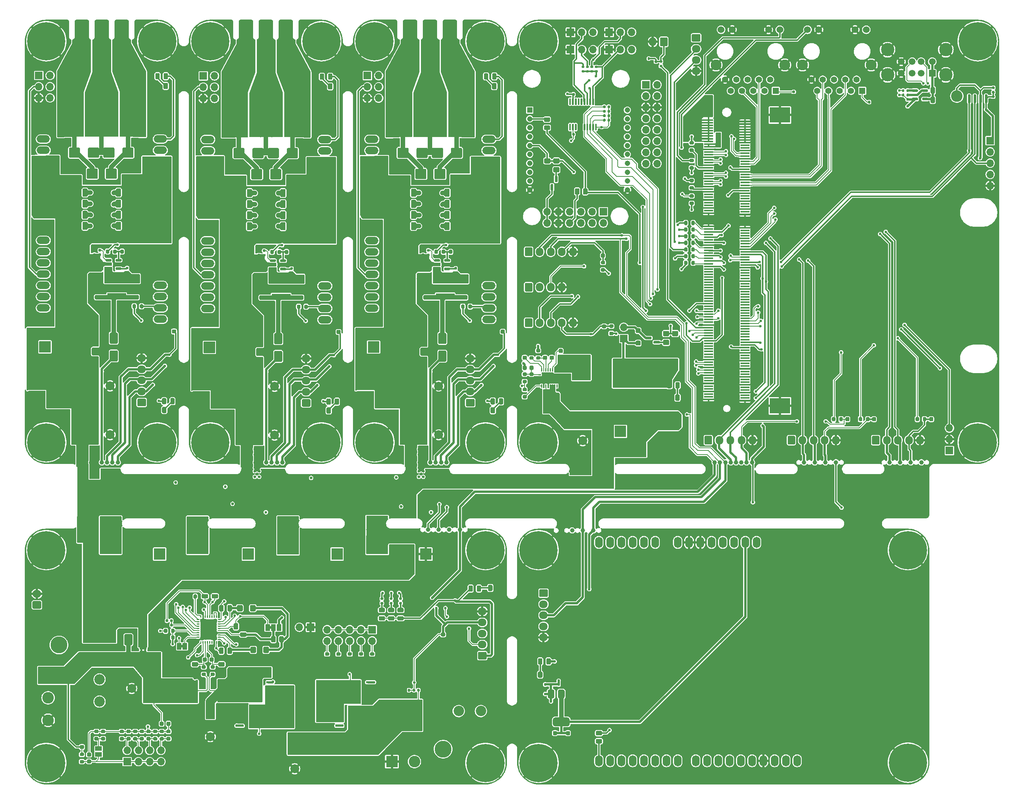
<source format=gtl>
G04 #@! TF.GenerationSoftware,KiCad,Pcbnew,8.0.8+1*
G04 #@! TF.CreationDate,2025-06-19T10:37:59+00:00*
G04 #@! TF.ProjectId,hw-openmower-universal,68772d6f-7065-46e6-9d6f-7765722d756e,rev?*
G04 #@! TF.SameCoordinates,Original*
G04 #@! TF.FileFunction,Copper,L1,Top*
G04 #@! TF.FilePolarity,Positive*
%FSLAX46Y46*%
G04 Gerber Fmt 4.6, Leading zero omitted, Abs format (unit mm)*
G04 Created by KiCad (PCBNEW 8.0.8+1) date 2025-06-19 10:37:59*
%MOMM*%
%LPD*%
G01*
G04 APERTURE LIST*
G04 #@! TA.AperFunction,EtchedComponent*
%ADD10C,0.000000*%
G04 #@! TD*
G04 #@! TA.AperFunction,ComponentPad*
%ADD11R,1.700000X1.700000*%
G04 #@! TD*
G04 #@! TA.AperFunction,ComponentPad*
%ADD12O,1.700000X1.700000*%
G04 #@! TD*
G04 #@! TA.AperFunction,ComponentPad*
%ADD13C,1.000000*%
G04 #@! TD*
G04 #@! TA.AperFunction,ComponentPad*
%ADD14C,0.900000*%
G04 #@! TD*
G04 #@! TA.AperFunction,ComponentPad*
%ADD15C,8.600000*%
G04 #@! TD*
G04 #@! TA.AperFunction,ComponentPad*
%ADD16R,2.000000X2.000000*%
G04 #@! TD*
G04 #@! TA.AperFunction,ComponentPad*
%ADD17C,2.000000*%
G04 #@! TD*
G04 #@! TA.AperFunction,SMDPad,CuDef*
%ADD18R,4.200000X1.400000*%
G04 #@! TD*
G04 #@! TA.AperFunction,ComponentPad*
%ADD19O,1.700000X2.000000*%
G04 #@! TD*
G04 #@! TA.AperFunction,ComponentPad*
%ADD20R,2.600000X2.600000*%
G04 #@! TD*
G04 #@! TA.AperFunction,ComponentPad*
%ADD21C,2.600000*%
G04 #@! TD*
G04 #@! TA.AperFunction,ComponentPad*
%ADD22O,1.950000X1.700000*%
G04 #@! TD*
G04 #@! TA.AperFunction,ComponentPad*
%ADD23C,0.500000*%
G04 #@! TD*
G04 #@! TA.AperFunction,SMDPad,CuDef*
%ADD24R,1.000000X1.500000*%
G04 #@! TD*
G04 #@! TA.AperFunction,ComponentPad*
%ADD25O,1.700000X1.950000*%
G04 #@! TD*
G04 #@! TA.AperFunction,ComponentPad*
%ADD26R,1.208000X1.208000*%
G04 #@! TD*
G04 #@! TA.AperFunction,ComponentPad*
%ADD27C,1.208000*%
G04 #@! TD*
G04 #@! TA.AperFunction,ComponentPad*
%ADD28R,3.800000X3.800000*%
G04 #@! TD*
G04 #@! TA.AperFunction,ComponentPad*
%ADD29C,4.000000*%
G04 #@! TD*
G04 #@! TA.AperFunction,ComponentPad*
%ADD30O,1.727200X2.500000*%
G04 #@! TD*
G04 #@! TA.AperFunction,ComponentPad*
%ADD31C,3.800000*%
G04 #@! TD*
G04 #@! TA.AperFunction,SMDPad,CuDef*
%ADD32R,4.100000X4.100000*%
G04 #@! TD*
G04 #@! TA.AperFunction,ComponentPad*
%ADD33R,1.500000X1.500000*%
G04 #@! TD*
G04 #@! TA.AperFunction,ComponentPad*
%ADD34C,1.500000*%
G04 #@! TD*
G04 #@! TA.AperFunction,ComponentPad*
%ADD35C,3.000000*%
G04 #@! TD*
G04 #@! TA.AperFunction,ComponentPad*
%ADD36O,3.000000X1.700000*%
G04 #@! TD*
G04 #@! TA.AperFunction,ComponentPad*
%ADD37O,1.700000X3.000000*%
G04 #@! TD*
G04 #@! TA.AperFunction,SMDPad,CuDef*
%ADD38R,1.500000X1.000000*%
G04 #@! TD*
G04 #@! TA.AperFunction,SMDPad,CuDef*
%ADD39R,4.550000X4.410000*%
G04 #@! TD*
G04 #@! TA.AperFunction,ComponentPad*
%ADD40R,1.398000X1.398000*%
G04 #@! TD*
G04 #@! TA.AperFunction,ComponentPad*
%ADD41C,1.398000*%
G04 #@! TD*
G04 #@! TA.AperFunction,ComponentPad*
%ADD42C,1.530000*%
G04 #@! TD*
G04 #@! TA.AperFunction,ComponentPad*
%ADD43C,2.445000*%
G04 #@! TD*
G04 #@! TA.AperFunction,ComponentPad*
%ADD44C,2.350000*%
G04 #@! TD*
G04 #@! TA.AperFunction,SMDPad,CuDef*
%ADD45R,2.000000X0.350000*%
G04 #@! TD*
G04 #@! TA.AperFunction,SMDPad,CuDef*
%ADD46R,4.600000X3.500000*%
G04 #@! TD*
G04 #@! TA.AperFunction,ComponentPad*
%ADD47O,2.000000X1.700000*%
G04 #@! TD*
G04 #@! TA.AperFunction,SMDPad,CuDef*
%ADD48R,4.500000X1.800000*%
G04 #@! TD*
G04 #@! TA.AperFunction,ViaPad*
%ADD49C,0.600000*%
G04 #@! TD*
G04 #@! TA.AperFunction,Conductor*
%ADD50C,0.300000*%
G04 #@! TD*
G04 #@! TA.AperFunction,Conductor*
%ADD51C,0.200000*%
G04 #@! TD*
G04 #@! TA.AperFunction,Conductor*
%ADD52C,0.500000*%
G04 #@! TD*
G04 #@! TA.AperFunction,Conductor*
%ADD53C,1.000000*%
G04 #@! TD*
G04 #@! TA.AperFunction,Conductor*
%ADD54C,2.000000*%
G04 #@! TD*
G04 APERTURE END LIST*
D10*
G04 #@! TA.AperFunction,EtchedComponent*
G36*
X80850000Y-161800000D02*
G01*
X80350000Y-161800000D01*
X80350000Y-161200000D01*
X80850000Y-161200000D01*
X80850000Y-161800000D01*
G37*
G04 #@! TD.AperFunction*
G04 #@! TA.AperFunction,EtchedComponent*
G36*
X100800000Y-157557500D02*
G01*
X100300000Y-157557500D01*
X100300000Y-156957500D01*
X100800000Y-156957500D01*
X100800000Y-157557500D01*
G37*
G04 #@! TD.AperFunction*
G04 #@! TA.AperFunction,EtchedComponent*
G36*
X71650000Y-162600000D02*
G01*
X71250000Y-162600000D01*
X71250000Y-162100000D01*
X71650000Y-162100000D01*
X71650000Y-162600000D01*
G37*
G04 #@! TD.AperFunction*
G04 #@! TA.AperFunction,EtchedComponent*
G36*
X72450000Y-162600000D02*
G01*
X72050000Y-162600000D01*
X72050000Y-162100000D01*
X72450000Y-162100000D01*
X72450000Y-162600000D01*
G37*
G04 #@! TD.AperFunction*
G04 #@! TA.AperFunction,SMDPad,CuDef*
G36*
G01*
X78925000Y-159225000D02*
X78925000Y-159775000D01*
G75*
G02*
X78725000Y-159975000I-200000J0D01*
G01*
X78325000Y-159975000D01*
G75*
G02*
X78125000Y-159775000I0J200000D01*
G01*
X78125000Y-159225000D01*
G75*
G02*
X78325000Y-159025000I200000J0D01*
G01*
X78725000Y-159025000D01*
G75*
G02*
X78925000Y-159225000I0J-200000D01*
G01*
G37*
G04 #@! TD.AperFunction*
G04 #@! TA.AperFunction,SMDPad,CuDef*
G36*
G01*
X77275000Y-159225000D02*
X77275000Y-159775000D01*
G75*
G02*
X77075000Y-159975000I-200000J0D01*
G01*
X76675000Y-159975000D01*
G75*
G02*
X76475000Y-159775000I0J200000D01*
G01*
X76475000Y-159225000D01*
G75*
G02*
X76675000Y-159025000I200000J0D01*
G01*
X77075000Y-159025000D01*
G75*
G02*
X77275000Y-159225000I0J-200000D01*
G01*
G37*
G04 #@! TD.AperFunction*
D11*
X168200000Y-22987000D03*
D12*
X170740000Y-22987000D03*
X173280000Y-22987000D03*
D13*
X94800000Y-120000000D03*
X96000000Y-120000000D03*
X97200000Y-120000000D03*
X98400000Y-120000000D03*
X99600000Y-120000000D03*
X100800000Y-120000000D03*
X102000000Y-120000000D03*
X103200000Y-120000000D03*
X240100000Y-120000000D03*
X242500000Y-120000000D03*
X244900000Y-120000000D03*
X247300000Y-120000000D03*
G04 #@! TA.AperFunction,SMDPad,CuDef*
G36*
G01*
X86225000Y-150700000D02*
X85275000Y-150700000D01*
G75*
G02*
X85025000Y-150450000I0J250000D01*
G01*
X85025000Y-149950000D01*
G75*
G02*
X85275000Y-149700000I250000J0D01*
G01*
X86225000Y-149700000D01*
G75*
G02*
X86475000Y-149950000I0J-250000D01*
G01*
X86475000Y-150450000D01*
G75*
G02*
X86225000Y-150700000I-250000J0D01*
G01*
G37*
G04 #@! TD.AperFunction*
G04 #@! TA.AperFunction,SMDPad,CuDef*
G36*
G01*
X86225000Y-148800000D02*
X85275000Y-148800000D01*
G75*
G02*
X85025000Y-148550000I0J250000D01*
G01*
X85025000Y-148050000D01*
G75*
G02*
X85275000Y-147800000I250000J0D01*
G01*
X86225000Y-147800000D01*
G75*
G02*
X86475000Y-148050000I0J-250000D01*
G01*
X86475000Y-148550000D01*
G75*
G02*
X86225000Y-148800000I-250000J0D01*
G01*
G37*
G04 #@! TD.AperFunction*
G04 #@! TA.AperFunction,SMDPad,CuDef*
G36*
G01*
X143885000Y-63545000D02*
X143885000Y-64845000D01*
G75*
G02*
X143635000Y-65095000I-250000J0D01*
G01*
X142985000Y-65095000D01*
G75*
G02*
X142735000Y-64845000I0J250000D01*
G01*
X142735000Y-63545000D01*
G75*
G02*
X142985000Y-63295000I250000J0D01*
G01*
X143635000Y-63295000D01*
G75*
G02*
X143885000Y-63545000I0J-250000D01*
G01*
G37*
G04 #@! TD.AperFunction*
G04 #@! TA.AperFunction,SMDPad,CuDef*
G36*
G01*
X140935000Y-63545000D02*
X140935000Y-64845000D01*
G75*
G02*
X140685000Y-65095000I-250000J0D01*
G01*
X140035000Y-65095000D01*
G75*
G02*
X139785000Y-64845000I0J250000D01*
G01*
X139785000Y-63545000D01*
G75*
G02*
X140035000Y-63295000I250000J0D01*
G01*
X140685000Y-63295000D01*
G75*
G02*
X140935000Y-63545000I0J-250000D01*
G01*
G37*
G04 #@! TD.AperFunction*
D14*
X145775000Y-187800000D03*
X146719581Y-185519581D03*
X146719581Y-190080419D03*
X149000000Y-184575000D03*
D15*
X149000000Y-187800000D03*
D14*
X149000000Y-191025000D03*
X151280419Y-185519581D03*
X151280419Y-190080419D03*
X152225000Y-187800000D03*
G04 #@! TA.AperFunction,SMDPad,CuDef*
G36*
G01*
X62232500Y-73432500D02*
X61862500Y-73432500D01*
G75*
G02*
X61727500Y-73297500I0J135000D01*
G01*
X61727500Y-73027500D01*
G75*
G02*
X61862500Y-72892500I135000J0D01*
G01*
X62232500Y-72892500D01*
G75*
G02*
X62367500Y-73027500I0J-135000D01*
G01*
X62367500Y-73297500D01*
G75*
G02*
X62232500Y-73432500I-135000J0D01*
G01*
G37*
G04 #@! TD.AperFunction*
G04 #@! TA.AperFunction,SMDPad,CuDef*
G36*
G01*
X62232500Y-72412500D02*
X61862500Y-72412500D01*
G75*
G02*
X61727500Y-72277500I0J135000D01*
G01*
X61727500Y-72007500D01*
G75*
G02*
X61862500Y-71872500I135000J0D01*
G01*
X62232500Y-71872500D01*
G75*
G02*
X62367500Y-72007500I0J-135000D01*
G01*
X62367500Y-72277500D01*
G75*
G02*
X62232500Y-72412500I-135000J0D01*
G01*
G37*
G04 #@! TD.AperFunction*
D16*
X96462323Y-102850000D03*
D17*
X101462323Y-102850000D03*
G04 #@! TA.AperFunction,SMDPad,CuDef*
G36*
G01*
X130735000Y-57245000D02*
X129435000Y-57245000D01*
G75*
G02*
X129185000Y-56995000I0J250000D01*
G01*
X129185000Y-56345000D01*
G75*
G02*
X129435000Y-56095000I250000J0D01*
G01*
X130735000Y-56095000D01*
G75*
G02*
X130985000Y-56345000I0J-250000D01*
G01*
X130985000Y-56995000D01*
G75*
G02*
X130735000Y-57245000I-250000J0D01*
G01*
G37*
G04 #@! TD.AperFunction*
G04 #@! TA.AperFunction,SMDPad,CuDef*
G36*
G01*
X130735000Y-54295000D02*
X129435000Y-54295000D01*
G75*
G02*
X129185000Y-54045000I0J250000D01*
G01*
X129185000Y-53395000D01*
G75*
G02*
X129435000Y-53145000I250000J0D01*
G01*
X130735000Y-53145000D01*
G75*
G02*
X130985000Y-53395000I0J-250000D01*
G01*
X130985000Y-54045000D01*
G75*
G02*
X130735000Y-54295000I-250000J0D01*
G01*
G37*
G04 #@! TD.AperFunction*
G04 #@! TA.AperFunction,SMDPad,CuDef*
G36*
G01*
X55100000Y-51050000D02*
X55100000Y-49250000D01*
G75*
G02*
X55350000Y-49000000I250000J0D01*
G01*
X57350000Y-49000000D01*
G75*
G02*
X57600000Y-49250000I0J-250000D01*
G01*
X57600000Y-51050000D01*
G75*
G02*
X57350000Y-51300000I-250000J0D01*
G01*
X55350000Y-51300000D01*
G75*
G02*
X55100000Y-51050000I0J250000D01*
G01*
G37*
G04 #@! TD.AperFunction*
G04 #@! TA.AperFunction,SMDPad,CuDef*
G36*
G01*
X59400000Y-51050000D02*
X59400000Y-49250000D01*
G75*
G02*
X59650000Y-49000000I250000J0D01*
G01*
X61650000Y-49000000D01*
G75*
G02*
X61900000Y-49250000I0J-250000D01*
G01*
X61900000Y-51050000D01*
G75*
G02*
X61650000Y-51300000I-250000J0D01*
G01*
X59650000Y-51300000D01*
G75*
G02*
X59400000Y-51050000I0J250000D01*
G01*
G37*
G04 #@! TD.AperFunction*
G04 #@! TA.AperFunction,SMDPad,CuDef*
G36*
G01*
X69800000Y-61000000D02*
X69800000Y-62300000D01*
G75*
G02*
X69550000Y-62550000I-250000J0D01*
G01*
X68900000Y-62550000D01*
G75*
G02*
X68650000Y-62300000I0J250000D01*
G01*
X68650000Y-61000000D01*
G75*
G02*
X68900000Y-60750000I250000J0D01*
G01*
X69550000Y-60750000D01*
G75*
G02*
X69800000Y-61000000I0J-250000D01*
G01*
G37*
G04 #@! TD.AperFunction*
G04 #@! TA.AperFunction,SMDPad,CuDef*
G36*
G01*
X66850000Y-61000000D02*
X66850000Y-62300000D01*
G75*
G02*
X66600000Y-62550000I-250000J0D01*
G01*
X65950000Y-62550000D01*
G75*
G02*
X65700000Y-62300000I0J250000D01*
G01*
X65700000Y-61000000D01*
G75*
G02*
X65950000Y-60750000I250000J0D01*
G01*
X66600000Y-60750000D01*
G75*
G02*
X66850000Y-61000000I0J-250000D01*
G01*
G37*
G04 #@! TD.AperFunction*
D18*
X102927500Y-78952500D03*
X102927500Y-82652500D03*
D13*
X156500000Y-183200000D03*
X156500000Y-182000000D03*
X156500000Y-180800000D03*
X156500000Y-179600000D03*
X156500000Y-178400000D03*
X156500000Y-177200000D03*
X156500000Y-176000000D03*
X156500000Y-174800000D03*
G04 #@! TA.AperFunction,SMDPad,CuDef*
G36*
G01*
X80350000Y-171950000D02*
X81650000Y-171950000D01*
G75*
G02*
X81900000Y-172200000I0J-250000D01*
G01*
X81900000Y-172850000D01*
G75*
G02*
X81650000Y-173100000I-250000J0D01*
G01*
X80350000Y-173100000D01*
G75*
G02*
X80100000Y-172850000I0J250000D01*
G01*
X80100000Y-172200000D01*
G75*
G02*
X80350000Y-171950000I250000J0D01*
G01*
G37*
G04 #@! TD.AperFunction*
G04 #@! TA.AperFunction,SMDPad,CuDef*
G36*
G01*
X80350000Y-174900000D02*
X81650000Y-174900000D01*
G75*
G02*
X81900000Y-175150000I0J-250000D01*
G01*
X81900000Y-175800000D01*
G75*
G02*
X81650000Y-176050000I-250000J0D01*
G01*
X80350000Y-176050000D01*
G75*
G02*
X80100000Y-175800000I0J250000D01*
G01*
X80100000Y-175150000D01*
G75*
G02*
X80350000Y-174900000I250000J0D01*
G01*
G37*
G04 #@! TD.AperFunction*
G04 #@! TA.AperFunction,SMDPad,CuDef*
G36*
G01*
X70597500Y-79302500D02*
X69697500Y-79302500D01*
G75*
G02*
X69447500Y-79052500I0J250000D01*
G01*
X69447500Y-78252500D01*
G75*
G02*
X69697500Y-78002500I250000J0D01*
G01*
X70597500Y-78002500D01*
G75*
G02*
X70847500Y-78252500I0J-250000D01*
G01*
X70847500Y-79052500D01*
G75*
G02*
X70597500Y-79302500I-250000J0D01*
G01*
G37*
G04 #@! TD.AperFunction*
G04 #@! TA.AperFunction,SMDPad,CuDef*
G36*
G01*
X70597500Y-76402500D02*
X69697500Y-76402500D01*
G75*
G02*
X69447500Y-76152500I0J250000D01*
G01*
X69447500Y-75352500D01*
G75*
G02*
X69697500Y-75102500I250000J0D01*
G01*
X70597500Y-75102500D01*
G75*
G02*
X70847500Y-75352500I0J-250000D01*
G01*
X70847500Y-76152500D01*
G75*
G02*
X70597500Y-76402500I-250000J0D01*
G01*
G37*
G04 #@! TD.AperFunction*
G04 #@! TA.AperFunction,SMDPad,CuDef*
G36*
G01*
X59880000Y-187922500D02*
X59380000Y-187922500D01*
G75*
G02*
X59155000Y-187697500I0J225000D01*
G01*
X59155000Y-187247500D01*
G75*
G02*
X59380000Y-187022500I225000J0D01*
G01*
X59880000Y-187022500D01*
G75*
G02*
X60105000Y-187247500I0J-225000D01*
G01*
X60105000Y-187697500D01*
G75*
G02*
X59880000Y-187922500I-225000J0D01*
G01*
G37*
G04 #@! TD.AperFunction*
G04 #@! TA.AperFunction,SMDPad,CuDef*
G36*
G01*
X59880000Y-186372500D02*
X59380000Y-186372500D01*
G75*
G02*
X59155000Y-186147500I0J225000D01*
G01*
X59155000Y-185697500D01*
G75*
G02*
X59380000Y-185472500I225000J0D01*
G01*
X59880000Y-185472500D01*
G75*
G02*
X60105000Y-185697500I0J-225000D01*
G01*
X60105000Y-186147500D01*
G75*
G02*
X59880000Y-186372500I-225000J0D01*
G01*
G37*
G04 #@! TD.AperFunction*
D16*
X133467323Y-102795000D03*
D17*
X138467323Y-102795000D03*
G04 #@! TA.AperFunction,SMDPad,CuDef*
G36*
G01*
X106880000Y-58600000D02*
X106880000Y-59900000D01*
G75*
G02*
X106630000Y-60150000I-250000J0D01*
G01*
X105980000Y-60150000D01*
G75*
G02*
X105730000Y-59900000I0J250000D01*
G01*
X105730000Y-58600000D01*
G75*
G02*
X105980000Y-58350000I250000J0D01*
G01*
X106630000Y-58350000D01*
G75*
G02*
X106880000Y-58600000I0J-250000D01*
G01*
G37*
G04 #@! TD.AperFunction*
G04 #@! TA.AperFunction,SMDPad,CuDef*
G36*
G01*
X103930000Y-58600000D02*
X103930000Y-59900000D01*
G75*
G02*
X103680000Y-60150000I-250000J0D01*
G01*
X103030000Y-60150000D01*
G75*
G02*
X102780000Y-59900000I0J250000D01*
G01*
X102780000Y-58600000D01*
G75*
G02*
X103030000Y-58350000I250000J0D01*
G01*
X103680000Y-58350000D01*
G75*
G02*
X103930000Y-58600000I0J-250000D01*
G01*
G37*
G04 #@! TD.AperFunction*
G04 #@! TA.AperFunction,SMDPad,CuDef*
G36*
G01*
X70622500Y-83252500D02*
X69672500Y-83252500D01*
G75*
G02*
X69422500Y-83002500I0J250000D01*
G01*
X69422500Y-82502500D01*
G75*
G02*
X69672500Y-82252500I250000J0D01*
G01*
X70622500Y-82252500D01*
G75*
G02*
X70872500Y-82502500I0J-250000D01*
G01*
X70872500Y-83002500D01*
G75*
G02*
X70622500Y-83252500I-250000J0D01*
G01*
G37*
G04 #@! TD.AperFunction*
G04 #@! TA.AperFunction,SMDPad,CuDef*
G36*
G01*
X70622500Y-81352500D02*
X69672500Y-81352500D01*
G75*
G02*
X69422500Y-81102500I0J250000D01*
G01*
X69422500Y-80602500D01*
G75*
G02*
X69672500Y-80352500I250000J0D01*
G01*
X70622500Y-80352500D01*
G75*
G02*
X70872500Y-80602500I0J-250000D01*
G01*
X70872500Y-81102500D01*
G75*
G02*
X70622500Y-81352500I-250000J0D01*
G01*
G37*
G04 #@! TD.AperFunction*
G04 #@! TA.AperFunction,ComponentPad*
G36*
G01*
X190080000Y-24396000D02*
X190080000Y-25896000D01*
G75*
G02*
X189830000Y-26146000I-250000J0D01*
G01*
X188630000Y-26146000D01*
G75*
G02*
X188380000Y-25896000I0J250000D01*
G01*
X188380000Y-24396000D01*
G75*
G02*
X188630000Y-24146000I250000J0D01*
G01*
X189830000Y-24146000D01*
G75*
G02*
X190080000Y-24396000I0J-250000D01*
G01*
G37*
G04 #@! TD.AperFunction*
D19*
X186730000Y-25146000D03*
D20*
X123780000Y-94000000D03*
D21*
X123780000Y-99080000D03*
D14*
X157775000Y-115500000D03*
X158719581Y-113219581D03*
X158719581Y-117780419D03*
X161000000Y-112275000D03*
D15*
X161000000Y-115500000D03*
D14*
X161000000Y-118725000D03*
X163280419Y-113219581D03*
X163280419Y-117780419D03*
X164225000Y-115500000D03*
G04 #@! TA.AperFunction,SMDPad,CuDef*
G36*
G01*
X117350000Y-184450000D02*
X118650000Y-184450000D01*
G75*
G02*
X118900000Y-184700000I0J-250000D01*
G01*
X118900000Y-185350000D01*
G75*
G02*
X118650000Y-185600000I-250000J0D01*
G01*
X117350000Y-185600000D01*
G75*
G02*
X117100000Y-185350000I0J250000D01*
G01*
X117100000Y-184700000D01*
G75*
G02*
X117350000Y-184450000I250000J0D01*
G01*
G37*
G04 #@! TD.AperFunction*
G04 #@! TA.AperFunction,SMDPad,CuDef*
G36*
G01*
X117350000Y-187400000D02*
X118650000Y-187400000D01*
G75*
G02*
X118900000Y-187650000I0J-250000D01*
G01*
X118900000Y-188300000D01*
G75*
G02*
X118650000Y-188550000I-250000J0D01*
G01*
X117350000Y-188550000D01*
G75*
G02*
X117100000Y-188300000I0J250000D01*
G01*
X117100000Y-187650000D01*
G75*
G02*
X117350000Y-187400000I250000J0D01*
G01*
G37*
G04 #@! TD.AperFunction*
G04 #@! TA.AperFunction,SMDPad,CuDef*
G36*
G01*
X235625000Y-109975000D02*
X235625000Y-110525000D01*
G75*
G02*
X235425000Y-110725000I-200000J0D01*
G01*
X235025000Y-110725000D01*
G75*
G02*
X234825000Y-110525000I0J200000D01*
G01*
X234825000Y-109975000D01*
G75*
G02*
X235025000Y-109775000I200000J0D01*
G01*
X235425000Y-109775000D01*
G75*
G02*
X235625000Y-109975000I0J-200000D01*
G01*
G37*
G04 #@! TD.AperFunction*
G04 #@! TA.AperFunction,SMDPad,CuDef*
G36*
G01*
X233975000Y-109975000D02*
X233975000Y-110525000D01*
G75*
G02*
X233775000Y-110725000I-200000J0D01*
G01*
X233375000Y-110725000D01*
G75*
G02*
X233175000Y-110525000I0J200000D01*
G01*
X233175000Y-109975000D01*
G75*
G02*
X233375000Y-109775000I200000J0D01*
G01*
X233775000Y-109775000D01*
G75*
G02*
X233975000Y-109975000I0J-200000D01*
G01*
G37*
G04 #@! TD.AperFunction*
G04 #@! TA.AperFunction,SMDPad,CuDef*
G36*
G01*
X78480000Y-156515000D02*
X78480000Y-156885000D01*
G75*
G02*
X78345000Y-157020000I-135000J0D01*
G01*
X78075000Y-157020000D01*
G75*
G02*
X77940000Y-156885000I0J135000D01*
G01*
X77940000Y-156515000D01*
G75*
G02*
X78075000Y-156380000I135000J0D01*
G01*
X78345000Y-156380000D01*
G75*
G02*
X78480000Y-156515000I0J-135000D01*
G01*
G37*
G04 #@! TD.AperFunction*
G04 #@! TA.AperFunction,SMDPad,CuDef*
G36*
G01*
X77460000Y-156515000D02*
X77460000Y-156885000D01*
G75*
G02*
X77325000Y-157020000I-135000J0D01*
G01*
X77055000Y-157020000D01*
G75*
G02*
X76920000Y-156885000I0J135000D01*
G01*
X76920000Y-156515000D01*
G75*
G02*
X77055000Y-156380000I135000J0D01*
G01*
X77325000Y-156380000D01*
G75*
G02*
X77460000Y-156515000I0J-135000D01*
G01*
G37*
G04 #@! TD.AperFunction*
G04 #@! TA.AperFunction,SMDPad,CuDef*
G36*
G01*
X78925000Y-105743750D02*
X78925000Y-106656250D01*
G75*
G02*
X78681250Y-106900000I-243750J0D01*
G01*
X78193750Y-106900000D01*
G75*
G02*
X77950000Y-106656250I0J243750D01*
G01*
X77950000Y-105743750D01*
G75*
G02*
X78193750Y-105500000I243750J0D01*
G01*
X78681250Y-105500000D01*
G75*
G02*
X78925000Y-105743750I0J-243750D01*
G01*
G37*
G04 #@! TD.AperFunction*
G04 #@! TA.AperFunction,SMDPad,CuDef*
G36*
G01*
X77050000Y-105743750D02*
X77050000Y-106656250D01*
G75*
G02*
X76806250Y-106900000I-243750J0D01*
G01*
X76318750Y-106900000D01*
G75*
G02*
X76075000Y-106656250I0J243750D01*
G01*
X76075000Y-105743750D01*
G75*
G02*
X76318750Y-105500000I243750J0D01*
G01*
X76806250Y-105500000D01*
G75*
G02*
X77050000Y-105743750I0J-243750D01*
G01*
G37*
G04 #@! TD.AperFunction*
G04 #@! TA.AperFunction,SMDPad,CuDef*
G36*
G01*
X99202500Y-83352500D02*
X98252500Y-83352500D01*
G75*
G02*
X98002500Y-83102500I0J250000D01*
G01*
X98002500Y-82602500D01*
G75*
G02*
X98252500Y-82352500I250000J0D01*
G01*
X99202500Y-82352500D01*
G75*
G02*
X99452500Y-82602500I0J-250000D01*
G01*
X99452500Y-83102500D01*
G75*
G02*
X99202500Y-83352500I-250000J0D01*
G01*
G37*
G04 #@! TD.AperFunction*
G04 #@! TA.AperFunction,SMDPad,CuDef*
G36*
G01*
X99202500Y-81452500D02*
X98252500Y-81452500D01*
G75*
G02*
X98002500Y-81202500I0J250000D01*
G01*
X98002500Y-80702500D01*
G75*
G02*
X98252500Y-80452500I250000J0D01*
G01*
X99202500Y-80452500D01*
G75*
G02*
X99452500Y-80702500I0J-250000D01*
G01*
X99452500Y-81202500D01*
G75*
G02*
X99202500Y-81452500I-250000J0D01*
G01*
G37*
G04 #@! TD.AperFunction*
G04 #@! TA.AperFunction,SMDPad,CuDef*
G36*
G01*
X57775000Y-182207500D02*
X58275000Y-182207500D01*
G75*
G02*
X58500000Y-182432500I0J-225000D01*
G01*
X58500000Y-182882500D01*
G75*
G02*
X58275000Y-183107500I-225000J0D01*
G01*
X57775000Y-183107500D01*
G75*
G02*
X57550000Y-182882500I0J225000D01*
G01*
X57550000Y-182432500D01*
G75*
G02*
X57775000Y-182207500I225000J0D01*
G01*
G37*
G04 #@! TD.AperFunction*
G04 #@! TA.AperFunction,SMDPad,CuDef*
G36*
G01*
X57775000Y-183757500D02*
X58275000Y-183757500D01*
G75*
G02*
X58500000Y-183982500I0J-225000D01*
G01*
X58500000Y-184432500D01*
G75*
G02*
X58275000Y-184657500I-225000J0D01*
G01*
X57775000Y-184657500D01*
G75*
G02*
X57550000Y-184432500I0J225000D01*
G01*
X57550000Y-183982500D01*
G75*
G02*
X57775000Y-183757500I225000J0D01*
G01*
G37*
G04 #@! TD.AperFunction*
G04 #@! TA.AperFunction,SMDPad,CuDef*
G36*
G01*
X162675000Y-181350000D02*
X162675000Y-180850000D01*
G75*
G02*
X162900000Y-180625000I225000J0D01*
G01*
X163350000Y-180625000D01*
G75*
G02*
X163575000Y-180850000I0J-225000D01*
G01*
X163575000Y-181350000D01*
G75*
G02*
X163350000Y-181575000I-225000J0D01*
G01*
X162900000Y-181575000D01*
G75*
G02*
X162675000Y-181350000I0J225000D01*
G01*
G37*
G04 #@! TD.AperFunction*
G04 #@! TA.AperFunction,SMDPad,CuDef*
G36*
G01*
X164225000Y-181350000D02*
X164225000Y-180850000D01*
G75*
G02*
X164450000Y-180625000I225000J0D01*
G01*
X164900000Y-180625000D01*
G75*
G02*
X165125000Y-180850000I0J-225000D01*
G01*
X165125000Y-181350000D01*
G75*
G02*
X164900000Y-181575000I-225000J0D01*
G01*
X164450000Y-181575000D01*
G75*
G02*
X164225000Y-181350000I0J225000D01*
G01*
G37*
G04 #@! TD.AperFunction*
G04 #@! TA.AperFunction,SMDPad,CuDef*
G36*
G01*
X64550000Y-90750000D02*
X65850000Y-90750000D01*
G75*
G02*
X66100000Y-91000000I0J-250000D01*
G01*
X66100000Y-93000000D01*
G75*
G02*
X65850000Y-93250000I-250000J0D01*
G01*
X64550000Y-93250000D01*
G75*
G02*
X64300000Y-93000000I0J250000D01*
G01*
X64300000Y-91000000D01*
G75*
G02*
X64550000Y-90750000I250000J0D01*
G01*
G37*
G04 #@! TD.AperFunction*
G04 #@! TA.AperFunction,SMDPad,CuDef*
G36*
G01*
X64550000Y-94750000D02*
X65850000Y-94750000D01*
G75*
G02*
X66100000Y-95000000I0J-250000D01*
G01*
X66100000Y-97000000D01*
G75*
G02*
X65850000Y-97250000I-250000J0D01*
G01*
X64550000Y-97250000D01*
G75*
G02*
X64300000Y-97000000I0J250000D01*
G01*
X64300000Y-95000000D01*
G75*
G02*
X64550000Y-94750000I250000J0D01*
G01*
G37*
G04 #@! TD.AperFunction*
G04 #@! TA.AperFunction,ComponentPad*
G36*
G01*
X195775000Y-23400000D02*
X197225000Y-23400000D01*
G75*
G02*
X197475000Y-23650000I0J-250000D01*
G01*
X197475000Y-24850000D01*
G75*
G02*
X197225000Y-25100000I-250000J0D01*
G01*
X195775000Y-25100000D01*
G75*
G02*
X195525000Y-24850000I0J250000D01*
G01*
X195525000Y-23650000D01*
G75*
G02*
X195775000Y-23400000I250000J0D01*
G01*
G37*
G04 #@! TD.AperFunction*
D22*
X196500000Y-26750000D03*
X196500000Y-29250000D03*
X196500000Y-31750000D03*
G04 #@! TA.AperFunction,SMDPad,CuDef*
G36*
G01*
X159110000Y-99740000D02*
X159660000Y-99740000D01*
G75*
G02*
X159860000Y-99940000I0J-200000D01*
G01*
X159860000Y-100340000D01*
G75*
G02*
X159660000Y-100540000I-200000J0D01*
G01*
X159110000Y-100540000D01*
G75*
G02*
X158910000Y-100340000I0J200000D01*
G01*
X158910000Y-99940000D01*
G75*
G02*
X159110000Y-99740000I200000J0D01*
G01*
G37*
G04 #@! TD.AperFunction*
G04 #@! TA.AperFunction,SMDPad,CuDef*
G36*
G01*
X159110000Y-101390000D02*
X159660000Y-101390000D01*
G75*
G02*
X159860000Y-101590000I0J-200000D01*
G01*
X159860000Y-101990000D01*
G75*
G02*
X159660000Y-102190000I-200000J0D01*
G01*
X159110000Y-102190000D01*
G75*
G02*
X158910000Y-101990000I0J200000D01*
G01*
X158910000Y-101590000D01*
G75*
G02*
X159110000Y-101390000I200000J0D01*
G01*
G37*
G04 #@! TD.AperFunction*
G04 #@! TA.AperFunction,SMDPad,CuDef*
G36*
G01*
X55200000Y-64800000D02*
X55200000Y-63500000D01*
G75*
G02*
X55450000Y-63250000I250000J0D01*
G01*
X56100000Y-63250000D01*
G75*
G02*
X56350000Y-63500000I0J-250000D01*
G01*
X56350000Y-64800000D01*
G75*
G02*
X56100000Y-65050000I-250000J0D01*
G01*
X55450000Y-65050000D01*
G75*
G02*
X55200000Y-64800000I0J250000D01*
G01*
G37*
G04 #@! TD.AperFunction*
G04 #@! TA.AperFunction,SMDPad,CuDef*
G36*
G01*
X58150000Y-64800000D02*
X58150000Y-63500000D01*
G75*
G02*
X58400000Y-63250000I250000J0D01*
G01*
X59050000Y-63250000D01*
G75*
G02*
X59300000Y-63500000I0J-250000D01*
G01*
X59300000Y-64800000D01*
G75*
G02*
X59050000Y-65050000I-250000J0D01*
G01*
X58400000Y-65050000D01*
G75*
G02*
X58150000Y-64800000I0J250000D01*
G01*
G37*
G04 #@! TD.AperFunction*
D13*
X117850000Y-135200000D03*
X119050000Y-135200000D03*
X120250000Y-135200000D03*
X121450000Y-135200000D03*
X122650000Y-135200000D03*
X123850000Y-135200000D03*
X125050000Y-135200000D03*
X126250000Y-135200000D03*
G04 #@! TA.AperFunction,SMDPad,CuDef*
G36*
G01*
X163594000Y-104633000D02*
X163594000Y-105933000D01*
G75*
G02*
X163344000Y-106183000I-250000J0D01*
G01*
X162694000Y-106183000D01*
G75*
G02*
X162444000Y-105933000I0J250000D01*
G01*
X162444000Y-104633000D01*
G75*
G02*
X162694000Y-104383000I250000J0D01*
G01*
X163344000Y-104383000D01*
G75*
G02*
X163594000Y-104633000I0J-250000D01*
G01*
G37*
G04 #@! TD.AperFunction*
G04 #@! TA.AperFunction,SMDPad,CuDef*
G36*
G01*
X160644000Y-104633000D02*
X160644000Y-105933000D01*
G75*
G02*
X160394000Y-106183000I-250000J0D01*
G01*
X159744000Y-106183000D01*
G75*
G02*
X159494000Y-105933000I0J250000D01*
G01*
X159494000Y-104633000D01*
G75*
G02*
X159744000Y-104383000I250000J0D01*
G01*
X160394000Y-104383000D01*
G75*
G02*
X160644000Y-104633000I0J-250000D01*
G01*
G37*
G04 #@! TD.AperFunction*
D11*
X168200000Y-26924000D03*
D12*
X170740000Y-26924000D03*
X173280000Y-26924000D03*
G04 #@! TA.AperFunction,SMDPad,CuDef*
G36*
G01*
X107677500Y-79402500D02*
X106777500Y-79402500D01*
G75*
G02*
X106527500Y-79152500I0J250000D01*
G01*
X106527500Y-78352500D01*
G75*
G02*
X106777500Y-78102500I250000J0D01*
G01*
X107677500Y-78102500D01*
G75*
G02*
X107927500Y-78352500I0J-250000D01*
G01*
X107927500Y-79152500D01*
G75*
G02*
X107677500Y-79402500I-250000J0D01*
G01*
G37*
G04 #@! TD.AperFunction*
G04 #@! TA.AperFunction,SMDPad,CuDef*
G36*
G01*
X107677500Y-76502500D02*
X106777500Y-76502500D01*
G75*
G02*
X106527500Y-76252500I0J250000D01*
G01*
X106527500Y-75452500D01*
G75*
G02*
X106777500Y-75202500I250000J0D01*
G01*
X107677500Y-75202500D01*
G75*
G02*
X107927500Y-75452500I0J-250000D01*
G01*
X107927500Y-76252500D01*
G75*
G02*
X107677500Y-76502500I-250000J0D01*
G01*
G37*
G04 #@! TD.AperFunction*
D11*
X176900000Y-22987000D03*
D12*
X179440000Y-22987000D03*
X181980000Y-22987000D03*
D14*
X46775000Y-25000000D03*
X47719581Y-22719581D03*
X47719581Y-27280419D03*
X50000000Y-21775000D03*
D15*
X50000000Y-25000000D03*
D14*
X50000000Y-28225000D03*
X52280419Y-22719581D03*
X52280419Y-27280419D03*
X53225000Y-25000000D03*
G04 #@! TA.AperFunction,SMDPad,CuDef*
G36*
G01*
X174185000Y-32080000D02*
X173815000Y-32080000D01*
G75*
G02*
X173680000Y-31945000I0J135000D01*
G01*
X173680000Y-31675000D01*
G75*
G02*
X173815000Y-31540000I135000J0D01*
G01*
X174185000Y-31540000D01*
G75*
G02*
X174320000Y-31675000I0J-135000D01*
G01*
X174320000Y-31945000D01*
G75*
G02*
X174185000Y-32080000I-135000J0D01*
G01*
G37*
G04 #@! TD.AperFunction*
G04 #@! TA.AperFunction,SMDPad,CuDef*
G36*
G01*
X174185000Y-31060000D02*
X173815000Y-31060000D01*
G75*
G02*
X173680000Y-30925000I0J135000D01*
G01*
X173680000Y-30655000D01*
G75*
G02*
X173815000Y-30520000I135000J0D01*
G01*
X174185000Y-30520000D01*
G75*
G02*
X174320000Y-30655000I0J-135000D01*
G01*
X174320000Y-30925000D01*
G75*
G02*
X174185000Y-31060000I-135000J0D01*
G01*
G37*
G04 #@! TD.AperFunction*
D11*
X85380000Y-32825000D03*
D12*
X87920000Y-32825000D03*
X85380000Y-35365000D03*
X87920000Y-35365000D03*
X85380000Y-37905000D03*
X87920000Y-37905000D03*
G04 #@! TA.AperFunction,SMDPad,CuDef*
G36*
G01*
X83900000Y-155525000D02*
X83900000Y-155375000D01*
G75*
G02*
X83950000Y-155325000I50000J0D01*
G01*
X84450000Y-155325000D01*
G75*
G02*
X84500000Y-155375000I0J-50000D01*
G01*
X84500000Y-155525000D01*
G75*
G02*
X84450000Y-155575000I-50000J0D01*
G01*
X83950000Y-155575000D01*
G75*
G02*
X83900000Y-155525000I0J50000D01*
G01*
G37*
G04 #@! TD.AperFunction*
G04 #@! TA.AperFunction,SMDPad,CuDef*
G36*
G01*
X83900000Y-156025000D02*
X83900000Y-155875000D01*
G75*
G02*
X83950000Y-155825000I50000J0D01*
G01*
X84450000Y-155825000D01*
G75*
G02*
X84500000Y-155875000I0J-50000D01*
G01*
X84500000Y-156025000D01*
G75*
G02*
X84450000Y-156075000I-50000J0D01*
G01*
X83950000Y-156075000D01*
G75*
G02*
X83900000Y-156025000I0J50000D01*
G01*
G37*
G04 #@! TD.AperFunction*
G04 #@! TA.AperFunction,SMDPad,CuDef*
G36*
G01*
X83900000Y-156525000D02*
X83900000Y-156375000D01*
G75*
G02*
X83950000Y-156325000I50000J0D01*
G01*
X84450000Y-156325000D01*
G75*
G02*
X84500000Y-156375000I0J-50000D01*
G01*
X84500000Y-156525000D01*
G75*
G02*
X84450000Y-156575000I-50000J0D01*
G01*
X83950000Y-156575000D01*
G75*
G02*
X83900000Y-156525000I0J50000D01*
G01*
G37*
G04 #@! TD.AperFunction*
G04 #@! TA.AperFunction,SMDPad,CuDef*
G36*
G01*
X83900000Y-157025000D02*
X83900000Y-156875000D01*
G75*
G02*
X83950000Y-156825000I50000J0D01*
G01*
X84450000Y-156825000D01*
G75*
G02*
X84500000Y-156875000I0J-50000D01*
G01*
X84500000Y-157025000D01*
G75*
G02*
X84450000Y-157075000I-50000J0D01*
G01*
X83950000Y-157075000D01*
G75*
G02*
X83900000Y-157025000I0J50000D01*
G01*
G37*
G04 #@! TD.AperFunction*
G04 #@! TA.AperFunction,SMDPad,CuDef*
G36*
G01*
X83900000Y-157525000D02*
X83900000Y-157375000D01*
G75*
G02*
X83950000Y-157325000I50000J0D01*
G01*
X84450000Y-157325000D01*
G75*
G02*
X84500000Y-157375000I0J-50000D01*
G01*
X84500000Y-157525000D01*
G75*
G02*
X84450000Y-157575000I-50000J0D01*
G01*
X83950000Y-157575000D01*
G75*
G02*
X83900000Y-157525000I0J50000D01*
G01*
G37*
G04 #@! TD.AperFunction*
G04 #@! TA.AperFunction,SMDPad,CuDef*
G36*
G01*
X83900000Y-158025000D02*
X83900000Y-157875000D01*
G75*
G02*
X83950000Y-157825000I50000J0D01*
G01*
X84450000Y-157825000D01*
G75*
G02*
X84500000Y-157875000I0J-50000D01*
G01*
X84500000Y-158025000D01*
G75*
G02*
X84450000Y-158075000I-50000J0D01*
G01*
X83950000Y-158075000D01*
G75*
G02*
X83900000Y-158025000I0J50000D01*
G01*
G37*
G04 #@! TD.AperFunction*
G04 #@! TA.AperFunction,SMDPad,CuDef*
G36*
G01*
X83900000Y-158525000D02*
X83900000Y-158375000D01*
G75*
G02*
X83950000Y-158325000I50000J0D01*
G01*
X84450000Y-158325000D01*
G75*
G02*
X84500000Y-158375000I0J-50000D01*
G01*
X84500000Y-158525000D01*
G75*
G02*
X84450000Y-158575000I-50000J0D01*
G01*
X83950000Y-158575000D01*
G75*
G02*
X83900000Y-158525000I0J50000D01*
G01*
G37*
G04 #@! TD.AperFunction*
G04 #@! TA.AperFunction,SMDPad,CuDef*
G36*
G01*
X83900000Y-159025000D02*
X83900000Y-158875000D01*
G75*
G02*
X83950000Y-158825000I50000J0D01*
G01*
X84450000Y-158825000D01*
G75*
G02*
X84500000Y-158875000I0J-50000D01*
G01*
X84500000Y-159025000D01*
G75*
G02*
X84450000Y-159075000I-50000J0D01*
G01*
X83950000Y-159075000D01*
G75*
G02*
X83900000Y-159025000I0J50000D01*
G01*
G37*
G04 #@! TD.AperFunction*
G04 #@! TA.AperFunction,SMDPad,CuDef*
G36*
G01*
X83900000Y-159525000D02*
X83900000Y-159375000D01*
G75*
G02*
X83950000Y-159325000I50000J0D01*
G01*
X84450000Y-159325000D01*
G75*
G02*
X84500000Y-159375000I0J-50000D01*
G01*
X84500000Y-159525000D01*
G75*
G02*
X84450000Y-159575000I-50000J0D01*
G01*
X83950000Y-159575000D01*
G75*
G02*
X83900000Y-159525000I0J50000D01*
G01*
G37*
G04 #@! TD.AperFunction*
G04 #@! TA.AperFunction,SMDPad,CuDef*
G36*
G01*
X83900000Y-160025000D02*
X83900000Y-159875000D01*
G75*
G02*
X83950000Y-159825000I50000J0D01*
G01*
X84450000Y-159825000D01*
G75*
G02*
X84500000Y-159875000I0J-50000D01*
G01*
X84500000Y-160025000D01*
G75*
G02*
X84450000Y-160075000I-50000J0D01*
G01*
X83950000Y-160075000D01*
G75*
G02*
X83900000Y-160025000I0J50000D01*
G01*
G37*
G04 #@! TD.AperFunction*
G04 #@! TA.AperFunction,SMDPad,CuDef*
G36*
G01*
X84725000Y-160850000D02*
X84725000Y-160350000D01*
G75*
G02*
X84775000Y-160300000I50000J0D01*
G01*
X84925000Y-160300000D01*
G75*
G02*
X84975000Y-160350000I0J-50000D01*
G01*
X84975000Y-160850000D01*
G75*
G02*
X84925000Y-160900000I-50000J0D01*
G01*
X84775000Y-160900000D01*
G75*
G02*
X84725000Y-160850000I0J50000D01*
G01*
G37*
G04 #@! TD.AperFunction*
G04 #@! TA.AperFunction,SMDPad,CuDef*
G36*
G01*
X85225000Y-160850000D02*
X85225000Y-160350000D01*
G75*
G02*
X85275000Y-160300000I50000J0D01*
G01*
X85425000Y-160300000D01*
G75*
G02*
X85475000Y-160350000I0J-50000D01*
G01*
X85475000Y-160850000D01*
G75*
G02*
X85425000Y-160900000I-50000J0D01*
G01*
X85275000Y-160900000D01*
G75*
G02*
X85225000Y-160850000I0J50000D01*
G01*
G37*
G04 #@! TD.AperFunction*
G04 #@! TA.AperFunction,SMDPad,CuDef*
G36*
G01*
X85725000Y-160850000D02*
X85725000Y-160350000D01*
G75*
G02*
X85775000Y-160300000I50000J0D01*
G01*
X85925000Y-160300000D01*
G75*
G02*
X85975000Y-160350000I0J-50000D01*
G01*
X85975000Y-160850000D01*
G75*
G02*
X85925000Y-160900000I-50000J0D01*
G01*
X85775000Y-160900000D01*
G75*
G02*
X85725000Y-160850000I0J50000D01*
G01*
G37*
G04 #@! TD.AperFunction*
G04 #@! TA.AperFunction,SMDPad,CuDef*
G36*
G01*
X86225000Y-160850000D02*
X86225000Y-160350000D01*
G75*
G02*
X86275000Y-160300000I50000J0D01*
G01*
X86425000Y-160300000D01*
G75*
G02*
X86475000Y-160350000I0J-50000D01*
G01*
X86475000Y-160850000D01*
G75*
G02*
X86425000Y-160900000I-50000J0D01*
G01*
X86275000Y-160900000D01*
G75*
G02*
X86225000Y-160850000I0J50000D01*
G01*
G37*
G04 #@! TD.AperFunction*
G04 #@! TA.AperFunction,SMDPad,CuDef*
G36*
G01*
X86725000Y-160850000D02*
X86725000Y-160350000D01*
G75*
G02*
X86775000Y-160300000I50000J0D01*
G01*
X86925000Y-160300000D01*
G75*
G02*
X86975000Y-160350000I0J-50000D01*
G01*
X86975000Y-160850000D01*
G75*
G02*
X86925000Y-160900000I-50000J0D01*
G01*
X86775000Y-160900000D01*
G75*
G02*
X86725000Y-160850000I0J50000D01*
G01*
G37*
G04 #@! TD.AperFunction*
G04 #@! TA.AperFunction,SMDPad,CuDef*
G36*
G01*
X87225000Y-160850000D02*
X87225000Y-160350000D01*
G75*
G02*
X87275000Y-160300000I50000J0D01*
G01*
X87425000Y-160300000D01*
G75*
G02*
X87475000Y-160350000I0J-50000D01*
G01*
X87475000Y-160850000D01*
G75*
G02*
X87425000Y-160900000I-50000J0D01*
G01*
X87275000Y-160900000D01*
G75*
G02*
X87225000Y-160850000I0J50000D01*
G01*
G37*
G04 #@! TD.AperFunction*
G04 #@! TA.AperFunction,SMDPad,CuDef*
G36*
G01*
X87725000Y-160850000D02*
X87725000Y-160350000D01*
G75*
G02*
X87775000Y-160300000I50000J0D01*
G01*
X87925000Y-160300000D01*
G75*
G02*
X87975000Y-160350000I0J-50000D01*
G01*
X87975000Y-160850000D01*
G75*
G02*
X87925000Y-160900000I-50000J0D01*
G01*
X87775000Y-160900000D01*
G75*
G02*
X87725000Y-160850000I0J50000D01*
G01*
G37*
G04 #@! TD.AperFunction*
G04 #@! TA.AperFunction,SMDPad,CuDef*
G36*
G01*
X88225000Y-160850000D02*
X88225000Y-160350000D01*
G75*
G02*
X88275000Y-160300000I50000J0D01*
G01*
X88425000Y-160300000D01*
G75*
G02*
X88475000Y-160350000I0J-50000D01*
G01*
X88475000Y-160850000D01*
G75*
G02*
X88425000Y-160900000I-50000J0D01*
G01*
X88275000Y-160900000D01*
G75*
G02*
X88225000Y-160850000I0J50000D01*
G01*
G37*
G04 #@! TD.AperFunction*
G04 #@! TA.AperFunction,SMDPad,CuDef*
G36*
G01*
X88700000Y-160025000D02*
X88700000Y-159875000D01*
G75*
G02*
X88750000Y-159825000I50000J0D01*
G01*
X89250000Y-159825000D01*
G75*
G02*
X89300000Y-159875000I0J-50000D01*
G01*
X89300000Y-160025000D01*
G75*
G02*
X89250000Y-160075000I-50000J0D01*
G01*
X88750000Y-160075000D01*
G75*
G02*
X88700000Y-160025000I0J50000D01*
G01*
G37*
G04 #@! TD.AperFunction*
G04 #@! TA.AperFunction,SMDPad,CuDef*
G36*
G01*
X88700000Y-159525000D02*
X88700000Y-159375000D01*
G75*
G02*
X88750000Y-159325000I50000J0D01*
G01*
X89250000Y-159325000D01*
G75*
G02*
X89300000Y-159375000I0J-50000D01*
G01*
X89300000Y-159525000D01*
G75*
G02*
X89250000Y-159575000I-50000J0D01*
G01*
X88750000Y-159575000D01*
G75*
G02*
X88700000Y-159525000I0J50000D01*
G01*
G37*
G04 #@! TD.AperFunction*
G04 #@! TA.AperFunction,SMDPad,CuDef*
G36*
G01*
X88700000Y-159025000D02*
X88700000Y-158875000D01*
G75*
G02*
X88750000Y-158825000I50000J0D01*
G01*
X89250000Y-158825000D01*
G75*
G02*
X89300000Y-158875000I0J-50000D01*
G01*
X89300000Y-159025000D01*
G75*
G02*
X89250000Y-159075000I-50000J0D01*
G01*
X88750000Y-159075000D01*
G75*
G02*
X88700000Y-159025000I0J50000D01*
G01*
G37*
G04 #@! TD.AperFunction*
G04 #@! TA.AperFunction,SMDPad,CuDef*
G36*
G01*
X88700000Y-158525000D02*
X88700000Y-158375000D01*
G75*
G02*
X88750000Y-158325000I50000J0D01*
G01*
X89250000Y-158325000D01*
G75*
G02*
X89300000Y-158375000I0J-50000D01*
G01*
X89300000Y-158525000D01*
G75*
G02*
X89250000Y-158575000I-50000J0D01*
G01*
X88750000Y-158575000D01*
G75*
G02*
X88700000Y-158525000I0J50000D01*
G01*
G37*
G04 #@! TD.AperFunction*
G04 #@! TA.AperFunction,SMDPad,CuDef*
G36*
G01*
X88700000Y-158025000D02*
X88700000Y-157875000D01*
G75*
G02*
X88750000Y-157825000I50000J0D01*
G01*
X89250000Y-157825000D01*
G75*
G02*
X89300000Y-157875000I0J-50000D01*
G01*
X89300000Y-158025000D01*
G75*
G02*
X89250000Y-158075000I-50000J0D01*
G01*
X88750000Y-158075000D01*
G75*
G02*
X88700000Y-158025000I0J50000D01*
G01*
G37*
G04 #@! TD.AperFunction*
G04 #@! TA.AperFunction,SMDPad,CuDef*
G36*
G01*
X88700000Y-157525000D02*
X88700000Y-157375000D01*
G75*
G02*
X88750000Y-157325000I50000J0D01*
G01*
X89250000Y-157325000D01*
G75*
G02*
X89300000Y-157375000I0J-50000D01*
G01*
X89300000Y-157525000D01*
G75*
G02*
X89250000Y-157575000I-50000J0D01*
G01*
X88750000Y-157575000D01*
G75*
G02*
X88700000Y-157525000I0J50000D01*
G01*
G37*
G04 #@! TD.AperFunction*
G04 #@! TA.AperFunction,SMDPad,CuDef*
G36*
G01*
X88700000Y-157025000D02*
X88700000Y-156875000D01*
G75*
G02*
X88750000Y-156825000I50000J0D01*
G01*
X89250000Y-156825000D01*
G75*
G02*
X89300000Y-156875000I0J-50000D01*
G01*
X89300000Y-157025000D01*
G75*
G02*
X89250000Y-157075000I-50000J0D01*
G01*
X88750000Y-157075000D01*
G75*
G02*
X88700000Y-157025000I0J50000D01*
G01*
G37*
G04 #@! TD.AperFunction*
G04 #@! TA.AperFunction,SMDPad,CuDef*
G36*
G01*
X88700000Y-156525000D02*
X88700000Y-156375000D01*
G75*
G02*
X88750000Y-156325000I50000J0D01*
G01*
X89250000Y-156325000D01*
G75*
G02*
X89300000Y-156375000I0J-50000D01*
G01*
X89300000Y-156525000D01*
G75*
G02*
X89250000Y-156575000I-50000J0D01*
G01*
X88750000Y-156575000D01*
G75*
G02*
X88700000Y-156525000I0J50000D01*
G01*
G37*
G04 #@! TD.AperFunction*
G04 #@! TA.AperFunction,SMDPad,CuDef*
G36*
G01*
X88700000Y-156025000D02*
X88700000Y-155875000D01*
G75*
G02*
X88750000Y-155825000I50000J0D01*
G01*
X89250000Y-155825000D01*
G75*
G02*
X89300000Y-155875000I0J-50000D01*
G01*
X89300000Y-156025000D01*
G75*
G02*
X89250000Y-156075000I-50000J0D01*
G01*
X88750000Y-156075000D01*
G75*
G02*
X88700000Y-156025000I0J50000D01*
G01*
G37*
G04 #@! TD.AperFunction*
G04 #@! TA.AperFunction,SMDPad,CuDef*
G36*
G01*
X88700000Y-155525000D02*
X88700000Y-155375000D01*
G75*
G02*
X88750000Y-155325000I50000J0D01*
G01*
X89250000Y-155325000D01*
G75*
G02*
X89300000Y-155375000I0J-50000D01*
G01*
X89300000Y-155525000D01*
G75*
G02*
X89250000Y-155575000I-50000J0D01*
G01*
X88750000Y-155575000D01*
G75*
G02*
X88700000Y-155525000I0J50000D01*
G01*
G37*
G04 #@! TD.AperFunction*
G04 #@! TA.AperFunction,SMDPad,CuDef*
G36*
G01*
X88225000Y-155050000D02*
X88225000Y-154550000D01*
G75*
G02*
X88275000Y-154500000I50000J0D01*
G01*
X88425000Y-154500000D01*
G75*
G02*
X88475000Y-154550000I0J-50000D01*
G01*
X88475000Y-155050000D01*
G75*
G02*
X88425000Y-155100000I-50000J0D01*
G01*
X88275000Y-155100000D01*
G75*
G02*
X88225000Y-155050000I0J50000D01*
G01*
G37*
G04 #@! TD.AperFunction*
G04 #@! TA.AperFunction,SMDPad,CuDef*
G36*
G01*
X87725000Y-155050000D02*
X87725000Y-154550000D01*
G75*
G02*
X87775000Y-154500000I50000J0D01*
G01*
X87925000Y-154500000D01*
G75*
G02*
X87975000Y-154550000I0J-50000D01*
G01*
X87975000Y-155050000D01*
G75*
G02*
X87925000Y-155100000I-50000J0D01*
G01*
X87775000Y-155100000D01*
G75*
G02*
X87725000Y-155050000I0J50000D01*
G01*
G37*
G04 #@! TD.AperFunction*
G04 #@! TA.AperFunction,SMDPad,CuDef*
G36*
G01*
X87225000Y-155050000D02*
X87225000Y-154550000D01*
G75*
G02*
X87275000Y-154500000I50000J0D01*
G01*
X87425000Y-154500000D01*
G75*
G02*
X87475000Y-154550000I0J-50000D01*
G01*
X87475000Y-155050000D01*
G75*
G02*
X87425000Y-155100000I-50000J0D01*
G01*
X87275000Y-155100000D01*
G75*
G02*
X87225000Y-155050000I0J50000D01*
G01*
G37*
G04 #@! TD.AperFunction*
G04 #@! TA.AperFunction,SMDPad,CuDef*
G36*
G01*
X86725000Y-155050000D02*
X86725000Y-154550000D01*
G75*
G02*
X86775000Y-154500000I50000J0D01*
G01*
X86925000Y-154500000D01*
G75*
G02*
X86975000Y-154550000I0J-50000D01*
G01*
X86975000Y-155050000D01*
G75*
G02*
X86925000Y-155100000I-50000J0D01*
G01*
X86775000Y-155100000D01*
G75*
G02*
X86725000Y-155050000I0J50000D01*
G01*
G37*
G04 #@! TD.AperFunction*
G04 #@! TA.AperFunction,SMDPad,CuDef*
G36*
G01*
X86225000Y-155050000D02*
X86225000Y-154550000D01*
G75*
G02*
X86275000Y-154500000I50000J0D01*
G01*
X86425000Y-154500000D01*
G75*
G02*
X86475000Y-154550000I0J-50000D01*
G01*
X86475000Y-155050000D01*
G75*
G02*
X86425000Y-155100000I-50000J0D01*
G01*
X86275000Y-155100000D01*
G75*
G02*
X86225000Y-155050000I0J50000D01*
G01*
G37*
G04 #@! TD.AperFunction*
G04 #@! TA.AperFunction,SMDPad,CuDef*
G36*
G01*
X85725000Y-155050000D02*
X85725000Y-154550000D01*
G75*
G02*
X85775000Y-154500000I50000J0D01*
G01*
X85925000Y-154500000D01*
G75*
G02*
X85975000Y-154550000I0J-50000D01*
G01*
X85975000Y-155050000D01*
G75*
G02*
X85925000Y-155100000I-50000J0D01*
G01*
X85775000Y-155100000D01*
G75*
G02*
X85725000Y-155050000I0J50000D01*
G01*
G37*
G04 #@! TD.AperFunction*
G04 #@! TA.AperFunction,SMDPad,CuDef*
G36*
G01*
X85225000Y-155050000D02*
X85225000Y-154550000D01*
G75*
G02*
X85275000Y-154500000I50000J0D01*
G01*
X85425000Y-154500000D01*
G75*
G02*
X85475000Y-154550000I0J-50000D01*
G01*
X85475000Y-155050000D01*
G75*
G02*
X85425000Y-155100000I-50000J0D01*
G01*
X85275000Y-155100000D01*
G75*
G02*
X85225000Y-155050000I0J50000D01*
G01*
G37*
G04 #@! TD.AperFunction*
G04 #@! TA.AperFunction,SMDPad,CuDef*
G36*
G01*
X84725000Y-155050000D02*
X84725000Y-154550000D01*
G75*
G02*
X84775000Y-154500000I50000J0D01*
G01*
X84925000Y-154500000D01*
G75*
G02*
X84975000Y-154550000I0J-50000D01*
G01*
X84975000Y-155050000D01*
G75*
G02*
X84925000Y-155100000I-50000J0D01*
G01*
X84775000Y-155100000D01*
G75*
G02*
X84725000Y-155050000I0J50000D01*
G01*
G37*
G04 #@! TD.AperFunction*
D23*
X85050000Y-156540000D03*
X85050000Y-157700000D03*
X85050000Y-158860000D03*
X85985000Y-155650000D03*
X85985000Y-156540000D03*
X85985000Y-157700000D03*
X85985000Y-158860000D03*
X85985000Y-159750000D03*
G04 #@! TA.AperFunction,SMDPad,CuDef*
G36*
G01*
X84800000Y-159946000D02*
X84800000Y-155454000D01*
G75*
G02*
X84854000Y-155400000I54000J0D01*
G01*
X88346000Y-155400000D01*
G75*
G02*
X88400000Y-155454000I0J-54000D01*
G01*
X88400000Y-159946000D01*
G75*
G02*
X88346000Y-160000000I-54000J0D01*
G01*
X84854000Y-160000000D01*
G75*
G02*
X84800000Y-159946000I0J54000D01*
G01*
G37*
G04 #@! TD.AperFunction*
X87215000Y-155650000D03*
X87215000Y-156540000D03*
X87215000Y-157700000D03*
X87215000Y-158860000D03*
X87215000Y-159750000D03*
X88150000Y-156540000D03*
X88150000Y-157700000D03*
X88150000Y-158860000D03*
D11*
X253619000Y-117348000D03*
D12*
X253619000Y-114808000D03*
X253619000Y-112268000D03*
G04 #@! TA.AperFunction,SMDPad,CuDef*
G36*
G01*
X172185000Y-32080000D02*
X171815000Y-32080000D01*
G75*
G02*
X171680000Y-31945000I0J135000D01*
G01*
X171680000Y-31675000D01*
G75*
G02*
X171815000Y-31540000I135000J0D01*
G01*
X172185000Y-31540000D01*
G75*
G02*
X172320000Y-31675000I0J-135000D01*
G01*
X172320000Y-31945000D01*
G75*
G02*
X172185000Y-32080000I-135000J0D01*
G01*
G37*
G04 #@! TD.AperFunction*
G04 #@! TA.AperFunction,SMDPad,CuDef*
G36*
G01*
X172185000Y-31060000D02*
X171815000Y-31060000D01*
G75*
G02*
X171680000Y-30925000I0J135000D01*
G01*
X171680000Y-30655000D01*
G75*
G02*
X171815000Y-30520000I135000J0D01*
G01*
X172185000Y-30520000D01*
G75*
G02*
X172320000Y-30655000I0J-135000D01*
G01*
X172320000Y-30925000D01*
G75*
G02*
X172185000Y-31060000I-135000J0D01*
G01*
G37*
G04 #@! TD.AperFunction*
G04 #@! TA.AperFunction,SMDPad,CuDef*
G36*
G01*
X230175000Y-110500000D02*
X230175000Y-110000000D01*
G75*
G02*
X230400000Y-109775000I225000J0D01*
G01*
X230850000Y-109775000D01*
G75*
G02*
X231075000Y-110000000I0J-225000D01*
G01*
X231075000Y-110500000D01*
G75*
G02*
X230850000Y-110725000I-225000J0D01*
G01*
X230400000Y-110725000D01*
G75*
G02*
X230175000Y-110500000I0J225000D01*
G01*
G37*
G04 #@! TD.AperFunction*
G04 #@! TA.AperFunction,SMDPad,CuDef*
G36*
G01*
X231725000Y-110500000D02*
X231725000Y-110000000D01*
G75*
G02*
X231950000Y-109775000I225000J0D01*
G01*
X232400000Y-109775000D01*
G75*
G02*
X232625000Y-110000000I0J-225000D01*
G01*
X232625000Y-110500000D01*
G75*
G02*
X232400000Y-110725000I-225000J0D01*
G01*
X231950000Y-110725000D01*
G75*
G02*
X231725000Y-110500000I0J225000D01*
G01*
G37*
G04 #@! TD.AperFunction*
D11*
X123480000Y-157750000D03*
D12*
X123480000Y-160290000D03*
X120940000Y-157750000D03*
X120940000Y-160290000D03*
X118400000Y-157750000D03*
X118400000Y-160290000D03*
X115860000Y-157750000D03*
X115860000Y-160290000D03*
X113320000Y-157750000D03*
X113320000Y-160290000D03*
G04 #@! TA.AperFunction,SMDPad,CuDef*
G36*
G01*
X77805000Y-182747500D02*
X77255000Y-182747500D01*
G75*
G02*
X77055000Y-182547500I0J200000D01*
G01*
X77055000Y-182147500D01*
G75*
G02*
X77255000Y-181947500I200000J0D01*
G01*
X77805000Y-181947500D01*
G75*
G02*
X78005000Y-182147500I0J-200000D01*
G01*
X78005000Y-182547500D01*
G75*
G02*
X77805000Y-182747500I-200000J0D01*
G01*
G37*
G04 #@! TD.AperFunction*
G04 #@! TA.AperFunction,SMDPad,CuDef*
G36*
G01*
X77805000Y-181097500D02*
X77255000Y-181097500D01*
G75*
G02*
X77055000Y-180897500I0J200000D01*
G01*
X77055000Y-180497500D01*
G75*
G02*
X77255000Y-180297500I200000J0D01*
G01*
X77805000Y-180297500D01*
G75*
G02*
X78005000Y-180497500I0J-200000D01*
G01*
X78005000Y-180897500D01*
G75*
G02*
X77805000Y-181097500I-200000J0D01*
G01*
G37*
G04 #@! TD.AperFunction*
D13*
X155000000Y-106600000D03*
X155000000Y-105400000D03*
X155000000Y-104200000D03*
X155000000Y-103000000D03*
X155000000Y-101800000D03*
X155000000Y-100600000D03*
X155000000Y-99400000D03*
X155000000Y-98200000D03*
X57700000Y-120000000D03*
X58900000Y-120000000D03*
X60100000Y-120000000D03*
X61300000Y-120000000D03*
X62500000Y-120000000D03*
X63700000Y-120000000D03*
X64900000Y-120000000D03*
X66100000Y-120000000D03*
G04 #@! TA.AperFunction,SMDPad,CuDef*
G36*
G01*
X175025000Y-73600000D02*
X175025000Y-73100000D01*
G75*
G02*
X175250000Y-72875000I225000J0D01*
G01*
X175700000Y-72875000D01*
G75*
G02*
X175925000Y-73100000I0J-225000D01*
G01*
X175925000Y-73600000D01*
G75*
G02*
X175700000Y-73825000I-225000J0D01*
G01*
X175250000Y-73825000D01*
G75*
G02*
X175025000Y-73600000I0J225000D01*
G01*
G37*
G04 #@! TD.AperFunction*
G04 #@! TA.AperFunction,SMDPad,CuDef*
G36*
G01*
X176575000Y-73600000D02*
X176575000Y-73100000D01*
G75*
G02*
X176800000Y-72875000I225000J0D01*
G01*
X177250000Y-72875000D01*
G75*
G02*
X177475000Y-73100000I0J-225000D01*
G01*
X177475000Y-73600000D01*
G75*
G02*
X177250000Y-73825000I-225000J0D01*
G01*
X176800000Y-73825000D01*
G75*
G02*
X176575000Y-73600000I0J225000D01*
G01*
G37*
G04 #@! TD.AperFunction*
G04 #@! TA.AperFunction,SMDPad,CuDef*
G36*
G01*
X97650000Y-168050001D02*
X96350000Y-168050001D01*
G75*
G02*
X96100000Y-167800001I0J250000D01*
G01*
X96100000Y-167150001D01*
G75*
G02*
X96350000Y-166900001I250000J0D01*
G01*
X97650000Y-166900001D01*
G75*
G02*
X97900000Y-167150001I0J-250000D01*
G01*
X97900000Y-167800001D01*
G75*
G02*
X97650000Y-168050001I-250000J0D01*
G01*
G37*
G04 #@! TD.AperFunction*
G04 #@! TA.AperFunction,SMDPad,CuDef*
G36*
G01*
X97650000Y-165099999D02*
X96350000Y-165099999D01*
G75*
G02*
X96100000Y-164849999I0J250000D01*
G01*
X96100000Y-164199999D01*
G75*
G02*
X96350000Y-163949999I250000J0D01*
G01*
X97650000Y-163949999D01*
G75*
G02*
X97900000Y-164199999I0J-250000D01*
G01*
X97900000Y-164849999D01*
G75*
G02*
X97650000Y-165099999I-250000J0D01*
G01*
G37*
G04 #@! TD.AperFunction*
D24*
X79950000Y-161500000D03*
X81250000Y-161500000D03*
D20*
X75545000Y-140695000D03*
D21*
X70465000Y-140695000D03*
G04 #@! TA.AperFunction,ComponentPad*
G36*
G01*
X157900000Y-89225000D02*
X157900000Y-87775000D01*
G75*
G02*
X158150000Y-87525000I250000J0D01*
G01*
X159350000Y-87525000D01*
G75*
G02*
X159600000Y-87775000I0J-250000D01*
G01*
X159600000Y-89225000D01*
G75*
G02*
X159350000Y-89475000I-250000J0D01*
G01*
X158150000Y-89475000D01*
G75*
G02*
X157900000Y-89225000I0J250000D01*
G01*
G37*
G04 #@! TD.AperFunction*
D25*
X161250000Y-88500000D03*
X163750000Y-88500000D03*
X166250000Y-88500000D03*
X168750000Y-88500000D03*
G04 #@! TA.AperFunction,SMDPad,CuDef*
G36*
G01*
X69400000Y-57200001D02*
X68100000Y-57200001D01*
G75*
G02*
X67850000Y-56950001I0J250000D01*
G01*
X67850000Y-56300001D01*
G75*
G02*
X68100000Y-56050001I250000J0D01*
G01*
X69400000Y-56050001D01*
G75*
G02*
X69650000Y-56300001I0J-250000D01*
G01*
X69650000Y-56950001D01*
G75*
G02*
X69400000Y-57200001I-250000J0D01*
G01*
G37*
G04 #@! TD.AperFunction*
G04 #@! TA.AperFunction,SMDPad,CuDef*
G36*
G01*
X69400000Y-54249999D02*
X68100000Y-54249999D01*
G75*
G02*
X67850000Y-53999999I0J250000D01*
G01*
X67850000Y-53349999D01*
G75*
G02*
X68100000Y-53099999I250000J0D01*
G01*
X69400000Y-53099999D01*
G75*
G02*
X69650000Y-53349999I0J-250000D01*
G01*
X69650000Y-53999999D01*
G75*
G02*
X69400000Y-54249999I-250000J0D01*
G01*
G37*
G04 #@! TD.AperFunction*
G04 #@! TA.AperFunction,SMDPad,CuDef*
G36*
G01*
X133250000Y-169537500D02*
X133250000Y-169762500D01*
G75*
G02*
X133137500Y-169875000I-112500J0D01*
G01*
X132762500Y-169875000D01*
G75*
G02*
X132650000Y-169762500I0J112500D01*
G01*
X132650000Y-169537500D01*
G75*
G02*
X132762500Y-169425000I112500J0D01*
G01*
X133137500Y-169425000D01*
G75*
G02*
X133250000Y-169537500I0J-112500D01*
G01*
G37*
G04 #@! TD.AperFunction*
G04 #@! TA.AperFunction,SMDPad,CuDef*
G36*
G01*
X131150000Y-169537500D02*
X131150000Y-169762500D01*
G75*
G02*
X131037500Y-169875000I-112500J0D01*
G01*
X130662500Y-169875000D01*
G75*
G02*
X130550000Y-169762500I0J112500D01*
G01*
X130550000Y-169537500D01*
G75*
G02*
X130662500Y-169425000I112500J0D01*
G01*
X131037500Y-169425000D01*
G75*
G02*
X131150000Y-169537500I0J-112500D01*
G01*
G37*
G04 #@! TD.AperFunction*
G04 #@! TA.AperFunction,SMDPad,CuDef*
G36*
G01*
X92180000Y-51150000D02*
X92180000Y-49350000D01*
G75*
G02*
X92430000Y-49100000I250000J0D01*
G01*
X94430000Y-49100000D01*
G75*
G02*
X94680000Y-49350000I0J-250000D01*
G01*
X94680000Y-51150000D01*
G75*
G02*
X94430000Y-51400000I-250000J0D01*
G01*
X92430000Y-51400000D01*
G75*
G02*
X92180000Y-51150000I0J250000D01*
G01*
G37*
G04 #@! TD.AperFunction*
G04 #@! TA.AperFunction,SMDPad,CuDef*
G36*
G01*
X96480000Y-51150000D02*
X96480000Y-49350000D01*
G75*
G02*
X96730000Y-49100000I250000J0D01*
G01*
X98730000Y-49100000D01*
G75*
G02*
X98980000Y-49350000I0J-250000D01*
G01*
X98980000Y-51150000D01*
G75*
G02*
X98730000Y-51400000I-250000J0D01*
G01*
X96730000Y-51400000D01*
G75*
G02*
X96480000Y-51150000I0J250000D01*
G01*
G37*
G04 #@! TD.AperFunction*
G04 #@! TA.AperFunction,SMDPad,CuDef*
G36*
G01*
X55200000Y-67300000D02*
X55200000Y-66000000D01*
G75*
G02*
X55450000Y-65750000I250000J0D01*
G01*
X56100000Y-65750000D01*
G75*
G02*
X56350000Y-66000000I0J-250000D01*
G01*
X56350000Y-67300000D01*
G75*
G02*
X56100000Y-67550000I-250000J0D01*
G01*
X55450000Y-67550000D01*
G75*
G02*
X55200000Y-67300000I0J250000D01*
G01*
G37*
G04 #@! TD.AperFunction*
G04 #@! TA.AperFunction,SMDPad,CuDef*
G36*
G01*
X58150000Y-67300000D02*
X58150000Y-66000000D01*
G75*
G02*
X58400000Y-65750000I250000J0D01*
G01*
X59050000Y-65750000D01*
G75*
G02*
X59300000Y-66000000I0J-250000D01*
G01*
X59300000Y-67300000D01*
G75*
G02*
X59050000Y-67550000I-250000J0D01*
G01*
X58400000Y-67550000D01*
G75*
G02*
X58150000Y-67300000I0J250000D01*
G01*
G37*
G04 #@! TD.AperFunction*
G04 #@! TA.AperFunction,SMDPad,CuDef*
G36*
G01*
X129285000Y-67345000D02*
X129285000Y-66045000D01*
G75*
G02*
X129535000Y-65795000I250000J0D01*
G01*
X130185000Y-65795000D01*
G75*
G02*
X130435000Y-66045000I0J-250000D01*
G01*
X130435000Y-67345000D01*
G75*
G02*
X130185000Y-67595000I-250000J0D01*
G01*
X129535000Y-67595000D01*
G75*
G02*
X129285000Y-67345000I0J250000D01*
G01*
G37*
G04 #@! TD.AperFunction*
G04 #@! TA.AperFunction,SMDPad,CuDef*
G36*
G01*
X132235000Y-67345000D02*
X132235000Y-66045000D01*
G75*
G02*
X132485000Y-65795000I250000J0D01*
G01*
X133135000Y-65795000D01*
G75*
G02*
X133385000Y-66045000I0J-250000D01*
G01*
X133385000Y-67345000D01*
G75*
G02*
X133135000Y-67595000I-250000J0D01*
G01*
X132485000Y-67595000D01*
G75*
G02*
X132235000Y-67345000I0J250000D01*
G01*
G37*
G04 #@! TD.AperFunction*
G04 #@! TA.AperFunction,SMDPad,CuDef*
G36*
G01*
X88475000Y-150700000D02*
X87525000Y-150700000D01*
G75*
G02*
X87275000Y-150450000I0J250000D01*
G01*
X87275000Y-149950000D01*
G75*
G02*
X87525000Y-149700000I250000J0D01*
G01*
X88475000Y-149700000D01*
G75*
G02*
X88725000Y-149950000I0J-250000D01*
G01*
X88725000Y-150450000D01*
G75*
G02*
X88475000Y-150700000I-250000J0D01*
G01*
G37*
G04 #@! TD.AperFunction*
G04 #@! TA.AperFunction,SMDPad,CuDef*
G36*
G01*
X88475000Y-148800000D02*
X87525000Y-148800000D01*
G75*
G02*
X87275000Y-148550000I0J250000D01*
G01*
X87275000Y-148050000D01*
G75*
G02*
X87525000Y-147800000I250000J0D01*
G01*
X88475000Y-147800000D01*
G75*
G02*
X88725000Y-148050000I0J-250000D01*
G01*
X88725000Y-148550000D01*
G75*
G02*
X88475000Y-148800000I-250000J0D01*
G01*
G37*
G04 #@! TD.AperFunction*
G04 #@! TA.AperFunction,SMDPad,CuDef*
G36*
G01*
X136935000Y-51095000D02*
X136935000Y-49295000D01*
G75*
G02*
X137185000Y-49045000I250000J0D01*
G01*
X139185000Y-49045000D01*
G75*
G02*
X139435000Y-49295000I0J-250000D01*
G01*
X139435000Y-51095000D01*
G75*
G02*
X139185000Y-51345000I-250000J0D01*
G01*
X137185000Y-51345000D01*
G75*
G02*
X136935000Y-51095000I0J250000D01*
G01*
G37*
G04 #@! TD.AperFunction*
G04 #@! TA.AperFunction,SMDPad,CuDef*
G36*
G01*
X141235000Y-51095000D02*
X141235000Y-49295000D01*
G75*
G02*
X141485000Y-49045000I250000J0D01*
G01*
X143485000Y-49045000D01*
G75*
G02*
X143735000Y-49295000I0J-250000D01*
G01*
X143735000Y-51095000D01*
G75*
G02*
X143485000Y-51345000I-250000J0D01*
G01*
X141485000Y-51345000D01*
G75*
G02*
X141235000Y-51095000I0J250000D01*
G01*
G37*
G04 #@! TD.AperFunction*
D26*
X158996100Y-40535800D03*
D27*
X158996100Y-42535800D03*
X158996100Y-44535800D03*
X158996100Y-46535800D03*
X158996100Y-48535800D03*
X158996100Y-50535800D03*
X158996100Y-52535800D03*
X158996100Y-54535800D03*
X158996100Y-56535800D03*
X158996100Y-58535800D03*
X181003400Y-58535800D03*
X181003400Y-56535800D03*
X181003400Y-54535800D03*
X181003400Y-52535800D03*
X181003400Y-50535800D03*
X181003400Y-48535800D03*
X181003400Y-46535800D03*
X181003400Y-44535800D03*
X181003400Y-42535800D03*
X181003400Y-40535800D03*
G04 #@! TA.AperFunction,SMDPad,CuDef*
G36*
G01*
X106880000Y-66100000D02*
X106880000Y-67400000D01*
G75*
G02*
X106630000Y-67650000I-250000J0D01*
G01*
X105980000Y-67650000D01*
G75*
G02*
X105730000Y-67400000I0J250000D01*
G01*
X105730000Y-66100000D01*
G75*
G02*
X105980000Y-65850000I250000J0D01*
G01*
X106630000Y-65850000D01*
G75*
G02*
X106880000Y-66100000I0J-250000D01*
G01*
G37*
G04 #@! TD.AperFunction*
G04 #@! TA.AperFunction,SMDPad,CuDef*
G36*
G01*
X103930000Y-66100000D02*
X103930000Y-67400000D01*
G75*
G02*
X103680000Y-67650000I-250000J0D01*
G01*
X103030000Y-67650000D01*
G75*
G02*
X102780000Y-67400000I0J250000D01*
G01*
X102780000Y-66100000D01*
G75*
G02*
X103030000Y-65850000I250000J0D01*
G01*
X103680000Y-65850000D01*
G75*
G02*
X103930000Y-66100000I0J-250000D01*
G01*
G37*
G04 #@! TD.AperFunction*
G04 #@! TA.AperFunction,SMDPad,CuDef*
G36*
G01*
X88950000Y-153375000D02*
X88950000Y-152425000D01*
G75*
G02*
X89200000Y-152175000I250000J0D01*
G01*
X89700000Y-152175000D01*
G75*
G02*
X89950000Y-152425000I0J-250000D01*
G01*
X89950000Y-153375000D01*
G75*
G02*
X89700000Y-153625000I-250000J0D01*
G01*
X89200000Y-153625000D01*
G75*
G02*
X88950000Y-153375000I0J250000D01*
G01*
G37*
G04 #@! TD.AperFunction*
G04 #@! TA.AperFunction,SMDPad,CuDef*
G36*
G01*
X90850000Y-153375000D02*
X90850000Y-152425000D01*
G75*
G02*
X91100000Y-152175000I250000J0D01*
G01*
X91600000Y-152175000D01*
G75*
G02*
X91850000Y-152425000I0J-250000D01*
G01*
X91850000Y-153375000D01*
G75*
G02*
X91600000Y-153625000I-250000J0D01*
G01*
X91100000Y-153625000D01*
G75*
G02*
X90850000Y-153375000I0J250000D01*
G01*
G37*
G04 #@! TD.AperFunction*
G04 #@! TA.AperFunction,SMDPad,CuDef*
G36*
G01*
X73305000Y-182747500D02*
X72755000Y-182747500D01*
G75*
G02*
X72555000Y-182547500I0J200000D01*
G01*
X72555000Y-182147500D01*
G75*
G02*
X72755000Y-181947500I200000J0D01*
G01*
X73305000Y-181947500D01*
G75*
G02*
X73505000Y-182147500I0J-200000D01*
G01*
X73505000Y-182547500D01*
G75*
G02*
X73305000Y-182747500I-200000J0D01*
G01*
G37*
G04 #@! TD.AperFunction*
G04 #@! TA.AperFunction,SMDPad,CuDef*
G36*
G01*
X73305000Y-181097500D02*
X72755000Y-181097500D01*
G75*
G02*
X72555000Y-180897500I0J200000D01*
G01*
X72555000Y-180497500D01*
G75*
G02*
X72755000Y-180297500I200000J0D01*
G01*
X73305000Y-180297500D01*
G75*
G02*
X73505000Y-180497500I0J-200000D01*
G01*
X73505000Y-180897500D01*
G75*
G02*
X73305000Y-181097500I-200000J0D01*
G01*
G37*
G04 #@! TD.AperFunction*
G04 #@! TA.AperFunction,SMDPad,CuDef*
G36*
G01*
X164550000Y-51400000D02*
X165450000Y-51400000D01*
G75*
G02*
X165700000Y-51650000I0J-250000D01*
G01*
X165700000Y-52350000D01*
G75*
G02*
X165450000Y-52600000I-250000J0D01*
G01*
X164550000Y-52600000D01*
G75*
G02*
X164300000Y-52350000I0J250000D01*
G01*
X164300000Y-51650000D01*
G75*
G02*
X164550000Y-51400000I250000J0D01*
G01*
G37*
G04 #@! TD.AperFunction*
G04 #@! TA.AperFunction,SMDPad,CuDef*
G36*
G01*
X164550000Y-53400000D02*
X165450000Y-53400000D01*
G75*
G02*
X165700000Y-53650000I0J-250000D01*
G01*
X165700000Y-54350000D01*
G75*
G02*
X165450000Y-54600000I-250000J0D01*
G01*
X164550000Y-54600000D01*
G75*
G02*
X164300000Y-54350000I0J250000D01*
G01*
X164300000Y-53650000D01*
G75*
G02*
X164550000Y-53400000I250000J0D01*
G01*
G37*
G04 #@! TD.AperFunction*
D14*
X157775000Y-187800000D03*
X158719581Y-185519581D03*
X158719581Y-190080419D03*
X161000000Y-184575000D03*
D15*
X161000000Y-187800000D03*
D14*
X161000000Y-191025000D03*
X163280419Y-185519581D03*
X163280419Y-190080419D03*
X164225000Y-187800000D03*
D28*
X104000000Y-138500000D03*
D29*
X104000000Y-143500000D03*
D30*
X210137500Y-138057500D03*
X202517500Y-138057500D03*
X199977500Y-138057500D03*
X187277500Y-138057500D03*
X184737500Y-138057500D03*
X182197500Y-138057500D03*
X179657500Y-138057500D03*
X177117500Y-138057500D03*
X174577500Y-138057500D03*
X214201500Y-187317500D03*
X174577500Y-187317500D03*
X177117500Y-187317500D03*
X179657500Y-187317500D03*
X182197501Y-187317500D03*
X184737500Y-187317500D03*
X187277500Y-187317500D03*
X189817500Y-187317500D03*
X192357499Y-187317500D03*
X196421499Y-187317500D03*
X198961500Y-187317500D03*
X201501500Y-187317500D03*
X204041500Y-187317500D03*
X206581500Y-187317500D03*
X209121501Y-187317500D03*
X211661500Y-187317500D03*
X197437500Y-138057500D03*
X194897500Y-138057500D03*
X207597500Y-138057500D03*
X205057500Y-138057500D03*
X219281499Y-187317500D03*
X216741500Y-187317500D03*
X192357500Y-138057500D03*
G04 #@! TA.AperFunction,SMDPad,CuDef*
G36*
G01*
X163707000Y-94406000D02*
X164207000Y-94406000D01*
G75*
G02*
X164432000Y-94631000I0J-225000D01*
G01*
X164432000Y-95081000D01*
G75*
G02*
X164207000Y-95306000I-225000J0D01*
G01*
X163707000Y-95306000D01*
G75*
G02*
X163482000Y-95081000I0J225000D01*
G01*
X163482000Y-94631000D01*
G75*
G02*
X163707000Y-94406000I225000J0D01*
G01*
G37*
G04 #@! TD.AperFunction*
G04 #@! TA.AperFunction,SMDPad,CuDef*
G36*
G01*
X163707000Y-95956000D02*
X164207000Y-95956000D01*
G75*
G02*
X164432000Y-96181000I0J-225000D01*
G01*
X164432000Y-96631000D01*
G75*
G02*
X164207000Y-96856000I-225000J0D01*
G01*
X163707000Y-96856000D01*
G75*
G02*
X163482000Y-96631000I0J225000D01*
G01*
X163482000Y-96181000D01*
G75*
G02*
X163707000Y-95956000I225000J0D01*
G01*
G37*
G04 #@! TD.AperFunction*
G04 #@! TA.AperFunction,SMDPad,CuDef*
G36*
G01*
X148660000Y-33401250D02*
X148660000Y-32488750D01*
G75*
G02*
X148903750Y-32245000I243750J0D01*
G01*
X149391250Y-32245000D01*
G75*
G02*
X149635000Y-32488750I0J-243750D01*
G01*
X149635000Y-33401250D01*
G75*
G02*
X149391250Y-33645000I-243750J0D01*
G01*
X148903750Y-33645000D01*
G75*
G02*
X148660000Y-33401250I0J243750D01*
G01*
G37*
G04 #@! TD.AperFunction*
G04 #@! TA.AperFunction,SMDPad,CuDef*
G36*
G01*
X150535000Y-33401250D02*
X150535000Y-32488750D01*
G75*
G02*
X150778750Y-32245000I243750J0D01*
G01*
X151266250Y-32245000D01*
G75*
G02*
X151510000Y-32488750I0J-243750D01*
G01*
X151510000Y-33401250D01*
G75*
G02*
X151266250Y-33645000I-243750J0D01*
G01*
X150778750Y-33645000D01*
G75*
G02*
X150535000Y-33401250I0J243750D01*
G01*
G37*
G04 #@! TD.AperFunction*
G04 #@! TA.AperFunction,SMDPad,CuDef*
G36*
G01*
X169175000Y-59350000D02*
X169175000Y-58450000D01*
G75*
G02*
X169425000Y-58200000I250000J0D01*
G01*
X169950000Y-58200000D01*
G75*
G02*
X170200000Y-58450000I0J-250000D01*
G01*
X170200000Y-59350000D01*
G75*
G02*
X169950000Y-59600000I-250000J0D01*
G01*
X169425000Y-59600000D01*
G75*
G02*
X169175000Y-59350000I0J250000D01*
G01*
G37*
G04 #@! TD.AperFunction*
G04 #@! TA.AperFunction,SMDPad,CuDef*
G36*
G01*
X171000000Y-59350000D02*
X171000000Y-58450000D01*
G75*
G02*
X171250000Y-58200000I250000J0D01*
G01*
X171775000Y-58200000D01*
G75*
G02*
X172025000Y-58450000I0J-250000D01*
G01*
X172025000Y-59350000D01*
G75*
G02*
X171775000Y-59600000I-250000J0D01*
G01*
X171250000Y-59600000D01*
G75*
G02*
X171000000Y-59350000I0J250000D01*
G01*
G37*
G04 #@! TD.AperFunction*
D16*
X170942000Y-110109000D03*
D17*
X170942000Y-115109000D03*
G04 #@! TA.AperFunction,SMDPad,CuDef*
G36*
G01*
X175500000Y-88875000D02*
X176000000Y-88875000D01*
G75*
G02*
X176225000Y-89100000I0J-225000D01*
G01*
X176225000Y-89550000D01*
G75*
G02*
X176000000Y-89775000I-225000J0D01*
G01*
X175500000Y-89775000D01*
G75*
G02*
X175275000Y-89550000I0J225000D01*
G01*
X175275000Y-89100000D01*
G75*
G02*
X175500000Y-88875000I225000J0D01*
G01*
G37*
G04 #@! TD.AperFunction*
G04 #@! TA.AperFunction,SMDPad,CuDef*
G36*
G01*
X175500000Y-90425000D02*
X176000000Y-90425000D01*
G75*
G02*
X176225000Y-90650000I0J-225000D01*
G01*
X176225000Y-91100000D01*
G75*
G02*
X176000000Y-91325000I-225000J0D01*
G01*
X175500000Y-91325000D01*
G75*
G02*
X175275000Y-91100000I0J225000D01*
G01*
X175275000Y-90650000D01*
G75*
G02*
X175500000Y-90425000I225000J0D01*
G01*
G37*
G04 #@! TD.AperFunction*
D28*
X47850000Y-161200000D03*
D31*
X52850000Y-161200000D03*
G04 #@! TA.AperFunction,SMDPad,CuDef*
G36*
G01*
X77425000Y-34650000D02*
X77425000Y-35550000D01*
G75*
G02*
X77175000Y-35800000I-250000J0D01*
G01*
X76650000Y-35800000D01*
G75*
G02*
X76400000Y-35550000I0J250000D01*
G01*
X76400000Y-34650000D01*
G75*
G02*
X76650000Y-34400000I250000J0D01*
G01*
X77175000Y-34400000D01*
G75*
G02*
X77425000Y-34650000I0J-250000D01*
G01*
G37*
G04 #@! TD.AperFunction*
G04 #@! TA.AperFunction,SMDPad,CuDef*
G36*
G01*
X75600000Y-34650000D02*
X75600000Y-35550000D01*
G75*
G02*
X75350000Y-35800000I-250000J0D01*
G01*
X74825000Y-35800000D01*
G75*
G02*
X74575000Y-35550000I0J250000D01*
G01*
X74575000Y-34650000D01*
G75*
G02*
X74825000Y-34400000I250000J0D01*
G01*
X75350000Y-34400000D01*
G75*
G02*
X75600000Y-34650000I0J-250000D01*
G01*
G37*
G04 #@! TD.AperFunction*
G04 #@! TA.AperFunction,SMDPad,CuDef*
G36*
G01*
X57755000Y-185472500D02*
X58305000Y-185472500D01*
G75*
G02*
X58505000Y-185672500I0J-200000D01*
G01*
X58505000Y-186072500D01*
G75*
G02*
X58305000Y-186272500I-200000J0D01*
G01*
X57755000Y-186272500D01*
G75*
G02*
X57555000Y-186072500I0J200000D01*
G01*
X57555000Y-185672500D01*
G75*
G02*
X57755000Y-185472500I200000J0D01*
G01*
G37*
G04 #@! TD.AperFunction*
G04 #@! TA.AperFunction,SMDPad,CuDef*
G36*
G01*
X57755000Y-187122500D02*
X58305000Y-187122500D01*
G75*
G02*
X58505000Y-187322500I0J-200000D01*
G01*
X58505000Y-187722500D01*
G75*
G02*
X58305000Y-187922500I-200000J0D01*
G01*
X57755000Y-187922500D01*
G75*
G02*
X57555000Y-187722500I0J200000D01*
G01*
X57555000Y-187322500D01*
G75*
G02*
X57755000Y-187122500I200000J0D01*
G01*
G37*
G04 #@! TD.AperFunction*
G04 #@! TA.AperFunction,SMDPad,CuDef*
G36*
G01*
X248800000Y-37900000D02*
X248800000Y-38200000D01*
G75*
G02*
X248650000Y-38350000I-150000J0D01*
G01*
X247625000Y-38350000D01*
G75*
G02*
X247475000Y-38200000I0J150000D01*
G01*
X247475000Y-37900000D01*
G75*
G02*
X247625000Y-37750000I150000J0D01*
G01*
X248650000Y-37750000D01*
G75*
G02*
X248800000Y-37900000I0J-150000D01*
G01*
G37*
G04 #@! TD.AperFunction*
G04 #@! TA.AperFunction,SMDPad,CuDef*
G36*
G01*
X248800000Y-36950000D02*
X248800000Y-37250000D01*
G75*
G02*
X248650000Y-37400000I-150000J0D01*
G01*
X247625000Y-37400000D01*
G75*
G02*
X247475000Y-37250000I0J150000D01*
G01*
X247475000Y-36950000D01*
G75*
G02*
X247625000Y-36800000I150000J0D01*
G01*
X248650000Y-36800000D01*
G75*
G02*
X248800000Y-36950000I0J-150000D01*
G01*
G37*
G04 #@! TD.AperFunction*
G04 #@! TA.AperFunction,SMDPad,CuDef*
G36*
G01*
X248800000Y-36000000D02*
X248800000Y-36300000D01*
G75*
G02*
X248650000Y-36450000I-150000J0D01*
G01*
X247625000Y-36450000D01*
G75*
G02*
X247475000Y-36300000I0J150000D01*
G01*
X247475000Y-36000000D01*
G75*
G02*
X247625000Y-35850000I150000J0D01*
G01*
X248650000Y-35850000D01*
G75*
G02*
X248800000Y-36000000I0J-150000D01*
G01*
G37*
G04 #@! TD.AperFunction*
G04 #@! TA.AperFunction,SMDPad,CuDef*
G36*
G01*
X246525000Y-36000000D02*
X246525000Y-36300000D01*
G75*
G02*
X246375000Y-36450000I-150000J0D01*
G01*
X245350000Y-36450000D01*
G75*
G02*
X245200000Y-36300000I0J150000D01*
G01*
X245200000Y-36000000D01*
G75*
G02*
X245350000Y-35850000I150000J0D01*
G01*
X246375000Y-35850000D01*
G75*
G02*
X246525000Y-36000000I0J-150000D01*
G01*
G37*
G04 #@! TD.AperFunction*
G04 #@! TA.AperFunction,SMDPad,CuDef*
G36*
G01*
X246525000Y-37900000D02*
X246525000Y-38200000D01*
G75*
G02*
X246375000Y-38350000I-150000J0D01*
G01*
X245350000Y-38350000D01*
G75*
G02*
X245200000Y-38200000I0J150000D01*
G01*
X245200000Y-37900000D01*
G75*
G02*
X245350000Y-37750000I150000J0D01*
G01*
X246375000Y-37750000D01*
G75*
G02*
X246525000Y-37900000I0J-150000D01*
G01*
G37*
G04 #@! TD.AperFunction*
D32*
X113250000Y-174500000D03*
X103750000Y-174500000D03*
D13*
X155000000Y-35400000D03*
X155000000Y-34200000D03*
X155000000Y-33000000D03*
X155000000Y-31800000D03*
X155000000Y-30600000D03*
X155000000Y-29400000D03*
X155000000Y-28200000D03*
X155000000Y-27000000D03*
D14*
X83775000Y-115500000D03*
X84719581Y-113219581D03*
X84719581Y-117780419D03*
X87000000Y-112275000D03*
D15*
X87000000Y-115500000D03*
D14*
X87000000Y-118725000D03*
X89280419Y-113219581D03*
X89280419Y-117780419D03*
X90225000Y-115500000D03*
D20*
X95545000Y-140695000D03*
D21*
X90465000Y-140695000D03*
D33*
X249750000Y-32250000D03*
D34*
X247250000Y-32250000D03*
X245250000Y-32250000D03*
X242750000Y-32250000D03*
X249750000Y-29630000D03*
X247250000Y-29630000D03*
X245250000Y-29630000D03*
X242750000Y-29630000D03*
D35*
X252820000Y-32600000D03*
X252820000Y-26920000D03*
X239680000Y-32600000D03*
X239680000Y-26920000D03*
G04 #@! TA.AperFunction,SMDPad,CuDef*
G36*
G01*
X163400000Y-54600000D02*
X162500000Y-54600000D01*
G75*
G02*
X162250000Y-54350000I0J250000D01*
G01*
X162250000Y-53650000D01*
G75*
G02*
X162500000Y-53400000I250000J0D01*
G01*
X163400000Y-53400000D01*
G75*
G02*
X163650000Y-53650000I0J-250000D01*
G01*
X163650000Y-54350000D01*
G75*
G02*
X163400000Y-54600000I-250000J0D01*
G01*
G37*
G04 #@! TD.AperFunction*
G04 #@! TA.AperFunction,SMDPad,CuDef*
G36*
G01*
X163400000Y-52600000D02*
X162500000Y-52600000D01*
G75*
G02*
X162250000Y-52350000I0J250000D01*
G01*
X162250000Y-51650000D01*
G75*
G02*
X162500000Y-51400000I250000J0D01*
G01*
X163400000Y-51400000D01*
G75*
G02*
X163650000Y-51650000I0J-250000D01*
G01*
X163650000Y-52350000D01*
G75*
G02*
X163400000Y-52600000I-250000J0D01*
G01*
G37*
G04 #@! TD.AperFunction*
G04 #@! TA.AperFunction,SMDPad,CuDef*
G36*
G01*
X249360000Y-36559000D02*
X249360000Y-35609000D01*
G75*
G02*
X249610000Y-35359000I250000J0D01*
G01*
X250110000Y-35359000D01*
G75*
G02*
X250360000Y-35609000I0J-250000D01*
G01*
X250360000Y-36559000D01*
G75*
G02*
X250110000Y-36809000I-250000J0D01*
G01*
X249610000Y-36809000D01*
G75*
G02*
X249360000Y-36559000I0J250000D01*
G01*
G37*
G04 #@! TD.AperFunction*
G04 #@! TA.AperFunction,SMDPad,CuDef*
G36*
G01*
X251260000Y-36559000D02*
X251260000Y-35609000D01*
G75*
G02*
X251510000Y-35359000I250000J0D01*
G01*
X252010000Y-35359000D01*
G75*
G02*
X252260000Y-35609000I0J-250000D01*
G01*
X252260000Y-36559000D01*
G75*
G02*
X252010000Y-36809000I-250000J0D01*
G01*
X251510000Y-36809000D01*
G75*
G02*
X251260000Y-36559000I0J250000D01*
G01*
G37*
G04 #@! TD.AperFunction*
D14*
X83775000Y-25000000D03*
X84719581Y-22719581D03*
X84719581Y-27280419D03*
X87000000Y-21775000D03*
D15*
X87000000Y-25000000D03*
D14*
X87000000Y-28225000D03*
X89280419Y-22719581D03*
X89280419Y-27280419D03*
X90225000Y-25000000D03*
G04 #@! TA.AperFunction,SMDPad,CuDef*
G36*
G01*
X160835000Y-168345000D02*
X160835000Y-167445000D01*
G75*
G02*
X161085000Y-167195000I250000J0D01*
G01*
X161610000Y-167195000D01*
G75*
G02*
X161860000Y-167445000I0J-250000D01*
G01*
X161860000Y-168345000D01*
G75*
G02*
X161610000Y-168595000I-250000J0D01*
G01*
X161085000Y-168595000D01*
G75*
G02*
X160835000Y-168345000I0J250000D01*
G01*
G37*
G04 #@! TD.AperFunction*
G04 #@! TA.AperFunction,SMDPad,CuDef*
G36*
G01*
X162660000Y-168345000D02*
X162660000Y-167445000D01*
G75*
G02*
X162910000Y-167195000I250000J0D01*
G01*
X163435000Y-167195000D01*
G75*
G02*
X163685000Y-167445000I0J-250000D01*
G01*
X163685000Y-168345000D01*
G75*
G02*
X163435000Y-168595000I-250000J0D01*
G01*
X162910000Y-168595000D01*
G75*
G02*
X162660000Y-168345000I0J250000D01*
G01*
G37*
G04 #@! TD.AperFunction*
G04 #@! TA.AperFunction,SMDPad,CuDef*
G36*
G01*
X62850000Y-51050000D02*
X62850000Y-49250000D01*
G75*
G02*
X63100000Y-49000000I250000J0D01*
G01*
X65100000Y-49000000D01*
G75*
G02*
X65350000Y-49250000I0J-250000D01*
G01*
X65350000Y-51050000D01*
G75*
G02*
X65100000Y-51300000I-250000J0D01*
G01*
X63100000Y-51300000D01*
G75*
G02*
X62850000Y-51050000I0J250000D01*
G01*
G37*
G04 #@! TD.AperFunction*
G04 #@! TA.AperFunction,SMDPad,CuDef*
G36*
G01*
X67150000Y-51050000D02*
X67150000Y-49250000D01*
G75*
G02*
X67400000Y-49000000I250000J0D01*
G01*
X69400000Y-49000000D01*
G75*
G02*
X69650000Y-49250000I0J-250000D01*
G01*
X69650000Y-51050000D01*
G75*
G02*
X69400000Y-51300000I-250000J0D01*
G01*
X67400000Y-51300000D01*
G75*
G02*
X67150000Y-51050000I0J250000D01*
G01*
G37*
G04 #@! TD.AperFunction*
D36*
X123395000Y-85220000D03*
X123395000Y-82680000D03*
X123395000Y-77600000D03*
X123395000Y-75060000D03*
X123395000Y-72520000D03*
X123395000Y-80140000D03*
X123395000Y-49660000D03*
X149795000Y-49660000D03*
X123395000Y-47120000D03*
X149795000Y-47120000D03*
X123395000Y-69980000D03*
X149795000Y-87760000D03*
X149795000Y-85220000D03*
X149795000Y-82680000D03*
X149795000Y-80140000D03*
X123395000Y-87760000D03*
X149795000Y-77600000D03*
X123395000Y-67440000D03*
X123395000Y-44580000D03*
X149795000Y-44580000D03*
X123395000Y-42040000D03*
X149795000Y-42040000D03*
D37*
X142945000Y-45080000D03*
X145485000Y-45080000D03*
X142945000Y-41540000D03*
X145485000Y-41540000D03*
X135325000Y-45080000D03*
X137865000Y-45080000D03*
X135325000Y-41540000D03*
X137865000Y-41540000D03*
D36*
X123395000Y-54740000D03*
X149795000Y-54740000D03*
X123395000Y-52200000D03*
X149795000Y-52200000D03*
D37*
X127705000Y-45080000D03*
X130245000Y-45080000D03*
X127705000Y-41540000D03*
X130245000Y-41540000D03*
G04 #@! TA.AperFunction,SMDPad,CuDef*
G36*
G01*
X150160000Y-108695000D02*
X150160000Y-107795000D01*
G75*
G02*
X150410000Y-107545000I250000J0D01*
G01*
X150935000Y-107545000D01*
G75*
G02*
X151185000Y-107795000I0J-250000D01*
G01*
X151185000Y-108695000D01*
G75*
G02*
X150935000Y-108945000I-250000J0D01*
G01*
X150410000Y-108945000D01*
G75*
G02*
X150160000Y-108695000I0J250000D01*
G01*
G37*
G04 #@! TD.AperFunction*
G04 #@! TA.AperFunction,SMDPad,CuDef*
G36*
G01*
X151985000Y-108695000D02*
X151985000Y-107795000D01*
G75*
G02*
X152235000Y-107545000I250000J0D01*
G01*
X152760000Y-107545000D01*
G75*
G02*
X153010000Y-107795000I0J-250000D01*
G01*
X153010000Y-108695000D01*
G75*
G02*
X152760000Y-108945000I-250000J0D01*
G01*
X152235000Y-108945000D01*
G75*
G02*
X151985000Y-108695000I0J250000D01*
G01*
G37*
G04 #@! TD.AperFunction*
G04 #@! TA.AperFunction,SMDPad,CuDef*
G36*
G01*
X140757500Y-72772500D02*
X140757500Y-72222500D01*
G75*
G02*
X140957500Y-72022500I200000J0D01*
G01*
X141357500Y-72022500D01*
G75*
G02*
X141557500Y-72222500I0J-200000D01*
G01*
X141557500Y-72772500D01*
G75*
G02*
X141357500Y-72972500I-200000J0D01*
G01*
X140957500Y-72972500D01*
G75*
G02*
X140757500Y-72772500I0J200000D01*
G01*
G37*
G04 #@! TD.AperFunction*
G04 #@! TA.AperFunction,SMDPad,CuDef*
G36*
G01*
X142407500Y-72772500D02*
X142407500Y-72222500D01*
G75*
G02*
X142607500Y-72022500I200000J0D01*
G01*
X143007500Y-72022500D01*
G75*
G02*
X143207500Y-72222500I0J-200000D01*
G01*
X143207500Y-72772500D01*
G75*
G02*
X143007500Y-72972500I-200000J0D01*
G01*
X142607500Y-72972500D01*
G75*
G02*
X142407500Y-72772500I0J200000D01*
G01*
G37*
G04 #@! TD.AperFunction*
G04 #@! TA.AperFunction,SMDPad,CuDef*
G36*
G01*
X89975000Y-167950000D02*
X89025000Y-167950000D01*
G75*
G02*
X88775000Y-167700000I0J250000D01*
G01*
X88775000Y-167200000D01*
G75*
G02*
X89025000Y-166950000I250000J0D01*
G01*
X89975000Y-166950000D01*
G75*
G02*
X90225000Y-167200000I0J-250000D01*
G01*
X90225000Y-167700000D01*
G75*
G02*
X89975000Y-167950000I-250000J0D01*
G01*
G37*
G04 #@! TD.AperFunction*
G04 #@! TA.AperFunction,SMDPad,CuDef*
G36*
G01*
X89975000Y-166050000D02*
X89025000Y-166050000D01*
G75*
G02*
X88775000Y-165800000I0J250000D01*
G01*
X88775000Y-165300000D01*
G75*
G02*
X89025000Y-165050000I250000J0D01*
G01*
X89975000Y-165050000D01*
G75*
G02*
X90225000Y-165300000I0J-250000D01*
G01*
X90225000Y-165800000D01*
G75*
G02*
X89975000Y-166050000I-250000J0D01*
G01*
G37*
G04 #@! TD.AperFunction*
G04 #@! TA.AperFunction,SMDPad,CuDef*
G36*
G01*
X189288000Y-90348000D02*
X190188000Y-90348000D01*
G75*
G02*
X190438000Y-90598000I0J-250000D01*
G01*
X190438000Y-91298000D01*
G75*
G02*
X190188000Y-91548000I-250000J0D01*
G01*
X189288000Y-91548000D01*
G75*
G02*
X189038000Y-91298000I0J250000D01*
G01*
X189038000Y-90598000D01*
G75*
G02*
X189288000Y-90348000I250000J0D01*
G01*
G37*
G04 #@! TD.AperFunction*
G04 #@! TA.AperFunction,SMDPad,CuDef*
G36*
G01*
X189288000Y-92348000D02*
X190188000Y-92348000D01*
G75*
G02*
X190438000Y-92598000I0J-250000D01*
G01*
X190438000Y-93298000D01*
G75*
G02*
X190188000Y-93548000I-250000J0D01*
G01*
X189288000Y-93548000D01*
G75*
G02*
X189038000Y-93298000I0J250000D01*
G01*
X189038000Y-92598000D01*
G75*
G02*
X189288000Y-92348000I250000J0D01*
G01*
G37*
G04 #@! TD.AperFunction*
G04 #@! TA.AperFunction,SMDPad,CuDef*
G36*
G01*
X106880000Y-63600000D02*
X106880000Y-64900000D01*
G75*
G02*
X106630000Y-65150000I-250000J0D01*
G01*
X105980000Y-65150000D01*
G75*
G02*
X105730000Y-64900000I0J250000D01*
G01*
X105730000Y-63600000D01*
G75*
G02*
X105980000Y-63350000I250000J0D01*
G01*
X106630000Y-63350000D01*
G75*
G02*
X106880000Y-63600000I0J-250000D01*
G01*
G37*
G04 #@! TD.AperFunction*
G04 #@! TA.AperFunction,SMDPad,CuDef*
G36*
G01*
X103930000Y-63600000D02*
X103930000Y-64900000D01*
G75*
G02*
X103680000Y-65150000I-250000J0D01*
G01*
X103030000Y-65150000D01*
G75*
G02*
X102780000Y-64900000I0J250000D01*
G01*
X102780000Y-63600000D01*
G75*
G02*
X103030000Y-63350000I250000J0D01*
G01*
X103680000Y-63350000D01*
G75*
G02*
X103930000Y-63600000I0J-250000D01*
G01*
G37*
G04 #@! TD.AperFunction*
G04 #@! TA.AperFunction,SMDPad,CuDef*
G36*
G01*
X107702500Y-83352500D02*
X106752500Y-83352500D01*
G75*
G02*
X106502500Y-83102500I0J250000D01*
G01*
X106502500Y-82602500D01*
G75*
G02*
X106752500Y-82352500I250000J0D01*
G01*
X107702500Y-82352500D01*
G75*
G02*
X107952500Y-82602500I0J-250000D01*
G01*
X107952500Y-83102500D01*
G75*
G02*
X107702500Y-83352500I-250000J0D01*
G01*
G37*
G04 #@! TD.AperFunction*
G04 #@! TA.AperFunction,SMDPad,CuDef*
G36*
G01*
X107702500Y-81452500D02*
X106752500Y-81452500D01*
G75*
G02*
X106502500Y-81202500I0J250000D01*
G01*
X106502500Y-80702500D01*
G75*
G02*
X106752500Y-80452500I250000J0D01*
G01*
X107702500Y-80452500D01*
G75*
G02*
X107952500Y-80702500I0J-250000D01*
G01*
X107952500Y-81202500D01*
G75*
G02*
X107702500Y-81452500I-250000J0D01*
G01*
G37*
G04 #@! TD.AperFunction*
G04 #@! TA.AperFunction,SMDPad,CuDef*
G36*
G01*
X129185000Y-51095000D02*
X129185000Y-49295000D01*
G75*
G02*
X129435000Y-49045000I250000J0D01*
G01*
X131435000Y-49045000D01*
G75*
G02*
X131685000Y-49295000I0J-250000D01*
G01*
X131685000Y-51095000D01*
G75*
G02*
X131435000Y-51345000I-250000J0D01*
G01*
X129435000Y-51345000D01*
G75*
G02*
X129185000Y-51095000I0J250000D01*
G01*
G37*
G04 #@! TD.AperFunction*
G04 #@! TA.AperFunction,SMDPad,CuDef*
G36*
G01*
X133485000Y-51095000D02*
X133485000Y-49295000D01*
G75*
G02*
X133735000Y-49045000I250000J0D01*
G01*
X135735000Y-49045000D01*
G75*
G02*
X135985000Y-49295000I0J-250000D01*
G01*
X135985000Y-51095000D01*
G75*
G02*
X135735000Y-51345000I-250000J0D01*
G01*
X133735000Y-51345000D01*
G75*
G02*
X133485000Y-51095000I0J250000D01*
G01*
G37*
G04 #@! TD.AperFunction*
D38*
X61772800Y-184566800D03*
X61772800Y-185866800D03*
G04 #@! TA.AperFunction,SMDPad,CuDef*
G36*
G01*
X79150000Y-170550000D02*
X77850000Y-170550000D01*
G75*
G02*
X77600000Y-170300000I0J250000D01*
G01*
X77600000Y-169650000D01*
G75*
G02*
X77850000Y-169400000I250000J0D01*
G01*
X79150000Y-169400000D01*
G75*
G02*
X79400000Y-169650000I0J-250000D01*
G01*
X79400000Y-170300000D01*
G75*
G02*
X79150000Y-170550000I-250000J0D01*
G01*
G37*
G04 #@! TD.AperFunction*
G04 #@! TA.AperFunction,SMDPad,CuDef*
G36*
G01*
X79150000Y-167600000D02*
X77850000Y-167600000D01*
G75*
G02*
X77600000Y-167350000I0J250000D01*
G01*
X77600000Y-166700000D01*
G75*
G02*
X77850000Y-166450000I250000J0D01*
G01*
X79150000Y-166450000D01*
G75*
G02*
X79400000Y-166700000I0J-250000D01*
G01*
X79400000Y-167350000D01*
G75*
G02*
X79150000Y-167600000I-250000J0D01*
G01*
G37*
G04 #@! TD.AperFunction*
G04 #@! TA.AperFunction,SMDPad,CuDef*
G36*
G01*
X158111000Y-96856000D02*
X157611000Y-96856000D01*
G75*
G02*
X157386000Y-96631000I0J225000D01*
G01*
X157386000Y-96181000D01*
G75*
G02*
X157611000Y-95956000I225000J0D01*
G01*
X158111000Y-95956000D01*
G75*
G02*
X158336000Y-96181000I0J-225000D01*
G01*
X158336000Y-96631000D01*
G75*
G02*
X158111000Y-96856000I-225000J0D01*
G01*
G37*
G04 #@! TD.AperFunction*
G04 #@! TA.AperFunction,SMDPad,CuDef*
G36*
G01*
X158111000Y-95306000D02*
X157611000Y-95306000D01*
G75*
G02*
X157386000Y-95081000I0J225000D01*
G01*
X157386000Y-94631000D01*
G75*
G02*
X157611000Y-94406000I225000J0D01*
G01*
X158111000Y-94406000D01*
G75*
G02*
X158336000Y-94631000I0J-225000D01*
G01*
X158336000Y-95081000D01*
G75*
G02*
X158111000Y-95306000I-225000J0D01*
G01*
G37*
G04 #@! TD.AperFunction*
G04 #@! TA.AperFunction,SMDPad,CuDef*
G36*
G01*
X175050000Y-183425000D02*
X174150000Y-183425000D01*
G75*
G02*
X173900000Y-183175000I0J250000D01*
G01*
X173900000Y-182650000D01*
G75*
G02*
X174150000Y-182400000I250000J0D01*
G01*
X175050000Y-182400000D01*
G75*
G02*
X175300000Y-182650000I0J-250000D01*
G01*
X175300000Y-183175000D01*
G75*
G02*
X175050000Y-183425000I-250000J0D01*
G01*
G37*
G04 #@! TD.AperFunction*
G04 #@! TA.AperFunction,SMDPad,CuDef*
G36*
G01*
X175050000Y-181600000D02*
X174150000Y-181600000D01*
G75*
G02*
X173900000Y-181350000I0J250000D01*
G01*
X173900000Y-180825000D01*
G75*
G02*
X174150000Y-180575000I250000J0D01*
G01*
X175050000Y-180575000D01*
G75*
G02*
X175300000Y-180825000I0J-250000D01*
G01*
X175300000Y-181350000D01*
G75*
G02*
X175050000Y-181600000I-250000J0D01*
G01*
G37*
G04 #@! TD.AperFunction*
D11*
X176900000Y-26924000D03*
D12*
X179440000Y-26924000D03*
X181980000Y-26924000D03*
G04 #@! TA.AperFunction,SMDPad,CuDef*
G36*
G01*
X193775000Y-70775000D02*
X193775000Y-70225000D01*
G75*
G02*
X193975000Y-70025000I200000J0D01*
G01*
X194375000Y-70025000D01*
G75*
G02*
X194575000Y-70225000I0J-200000D01*
G01*
X194575000Y-70775000D01*
G75*
G02*
X194375000Y-70975000I-200000J0D01*
G01*
X193975000Y-70975000D01*
G75*
G02*
X193775000Y-70775000I0J200000D01*
G01*
G37*
G04 #@! TD.AperFunction*
G04 #@! TA.AperFunction,SMDPad,CuDef*
G36*
G01*
X195425000Y-70775000D02*
X195425000Y-70225000D01*
G75*
G02*
X195625000Y-70025000I200000J0D01*
G01*
X196025000Y-70025000D01*
G75*
G02*
X196225000Y-70225000I0J-200000D01*
G01*
X196225000Y-70775000D01*
G75*
G02*
X196025000Y-70975000I-200000J0D01*
G01*
X195625000Y-70975000D01*
G75*
G02*
X195425000Y-70775000I0J200000D01*
G01*
G37*
G04 #@! TD.AperFunction*
D14*
X71775000Y-115500000D03*
X72719581Y-113219581D03*
X72719581Y-117780419D03*
X75000000Y-112275000D03*
D15*
X75000000Y-115500000D03*
D14*
X75000000Y-118725000D03*
X77280419Y-113219581D03*
X77280419Y-117780419D03*
X78225000Y-115500000D03*
G04 #@! TA.AperFunction,SMDPad,CuDef*
G36*
G01*
X122350000Y-184450000D02*
X123650000Y-184450000D01*
G75*
G02*
X123900000Y-184700000I0J-250000D01*
G01*
X123900000Y-185350000D01*
G75*
G02*
X123650000Y-185600000I-250000J0D01*
G01*
X122350000Y-185600000D01*
G75*
G02*
X122100000Y-185350000I0J250000D01*
G01*
X122100000Y-184700000D01*
G75*
G02*
X122350000Y-184450000I250000J0D01*
G01*
G37*
G04 #@! TD.AperFunction*
G04 #@! TA.AperFunction,SMDPad,CuDef*
G36*
G01*
X122350000Y-187400000D02*
X123650000Y-187400000D01*
G75*
G02*
X123900000Y-187650000I0J-250000D01*
G01*
X123900000Y-188300000D01*
G75*
G02*
X123650000Y-188550000I-250000J0D01*
G01*
X122350000Y-188550000D01*
G75*
G02*
X122100000Y-188300000I0J250000D01*
G01*
X122100000Y-187650000D01*
G75*
G02*
X122350000Y-187400000I250000J0D01*
G01*
G37*
G04 #@! TD.AperFunction*
G04 #@! TA.AperFunction,SMDPad,CuDef*
G36*
G01*
X99830001Y-94450000D02*
X99830001Y-95750000D01*
G75*
G02*
X99580001Y-96000000I-250000J0D01*
G01*
X97580001Y-96000000D01*
G75*
G02*
X97330001Y-95750000I0J250000D01*
G01*
X97330001Y-94450000D01*
G75*
G02*
X97580001Y-94200000I250000J0D01*
G01*
X99580001Y-94200000D01*
G75*
G02*
X99830001Y-94450000I0J-250000D01*
G01*
G37*
G04 #@! TD.AperFunction*
G04 #@! TA.AperFunction,SMDPad,CuDef*
G36*
G01*
X95829999Y-94450000D02*
X95829999Y-95750000D01*
G75*
G02*
X95579999Y-96000000I-250000J0D01*
G01*
X93579999Y-96000000D01*
G75*
G02*
X93329999Y-95750000I0J250000D01*
G01*
X93329999Y-94450000D01*
G75*
G02*
X93579999Y-94200000I250000J0D01*
G01*
X95579999Y-94200000D01*
G75*
G02*
X95829999Y-94450000I0J-250000D01*
G01*
G37*
G04 #@! TD.AperFunction*
X108775000Y-25000000D03*
X109719581Y-22719581D03*
X109719581Y-27280419D03*
X112000000Y-21775000D03*
D15*
X112000000Y-25000000D03*
D14*
X112000000Y-28225000D03*
X114280419Y-22719581D03*
X114280419Y-27280419D03*
X115225000Y-25000000D03*
D20*
X104580000Y-31805000D03*
D21*
X99500000Y-31805000D03*
X94420000Y-31805000D03*
D13*
X131800000Y-120000000D03*
X133000000Y-120000000D03*
X134200000Y-120000000D03*
X135400000Y-120000000D03*
X136600000Y-120000000D03*
X137800000Y-120000000D03*
X139000000Y-120000000D03*
X140200000Y-120000000D03*
G04 #@! TA.AperFunction,SMDPad,CuDef*
G36*
G01*
X229575000Y-109975000D02*
X229575000Y-110525000D01*
G75*
G02*
X229375000Y-110725000I-200000J0D01*
G01*
X228975000Y-110725000D01*
G75*
G02*
X228775000Y-110525000I0J200000D01*
G01*
X228775000Y-109975000D01*
G75*
G02*
X228975000Y-109775000I200000J0D01*
G01*
X229375000Y-109775000D01*
G75*
G02*
X229575000Y-109975000I0J-200000D01*
G01*
G37*
G04 #@! TD.AperFunction*
G04 #@! TA.AperFunction,SMDPad,CuDef*
G36*
G01*
X227925000Y-109975000D02*
X227925000Y-110525000D01*
G75*
G02*
X227725000Y-110725000I-200000J0D01*
G01*
X227325000Y-110725000D01*
G75*
G02*
X227125000Y-110525000I0J200000D01*
G01*
X227125000Y-109975000D01*
G75*
G02*
X227325000Y-109775000I200000J0D01*
G01*
X227725000Y-109775000D01*
G75*
G02*
X227925000Y-109975000I0J-200000D01*
G01*
G37*
G04 #@! TD.AperFunction*
G04 #@! TA.AperFunction,SMDPad,CuDef*
G36*
G01*
X236175000Y-110500000D02*
X236175000Y-110000000D01*
G75*
G02*
X236400000Y-109775000I225000J0D01*
G01*
X236850000Y-109775000D01*
G75*
G02*
X237075000Y-110000000I0J-225000D01*
G01*
X237075000Y-110500000D01*
G75*
G02*
X236850000Y-110725000I-225000J0D01*
G01*
X236400000Y-110725000D01*
G75*
G02*
X236175000Y-110500000I0J225000D01*
G01*
G37*
G04 #@! TD.AperFunction*
G04 #@! TA.AperFunction,SMDPad,CuDef*
G36*
G01*
X237725000Y-110500000D02*
X237725000Y-110000000D01*
G75*
G02*
X237950000Y-109775000I225000J0D01*
G01*
X238400000Y-109775000D01*
G75*
G02*
X238625000Y-110000000I0J-225000D01*
G01*
X238625000Y-110500000D01*
G75*
G02*
X238400000Y-110725000I-225000J0D01*
G01*
X237950000Y-110725000D01*
G75*
G02*
X237725000Y-110500000I0J225000D01*
G01*
G37*
G04 #@! TD.AperFunction*
G04 #@! TA.AperFunction,SMDPad,CuDef*
G36*
G01*
X191785000Y-98570000D02*
X190485000Y-98570000D01*
G75*
G02*
X190235000Y-98320000I0J250000D01*
G01*
X190235000Y-97670000D01*
G75*
G02*
X190485000Y-97420000I250000J0D01*
G01*
X191785000Y-97420000D01*
G75*
G02*
X192035000Y-97670000I0J-250000D01*
G01*
X192035000Y-98320000D01*
G75*
G02*
X191785000Y-98570000I-250000J0D01*
G01*
G37*
G04 #@! TD.AperFunction*
G04 #@! TA.AperFunction,SMDPad,CuDef*
G36*
G01*
X191785000Y-95620000D02*
X190485000Y-95620000D01*
G75*
G02*
X190235000Y-95370000I0J250000D01*
G01*
X190235000Y-94720000D01*
G75*
G02*
X190485000Y-94470000I250000J0D01*
G01*
X191785000Y-94470000D01*
G75*
G02*
X192035000Y-94720000I0J-250000D01*
G01*
X192035000Y-95370000D01*
G75*
G02*
X191785000Y-95620000I-250000J0D01*
G01*
G37*
G04 #@! TD.AperFunction*
G04 #@! TA.AperFunction,SMDPad,CuDef*
G36*
G01*
X187691000Y-101963000D02*
X188991000Y-101963000D01*
G75*
G02*
X189241000Y-102213000I0J-250000D01*
G01*
X189241000Y-102863000D01*
G75*
G02*
X188991000Y-103113000I-250000J0D01*
G01*
X187691000Y-103113000D01*
G75*
G02*
X187441000Y-102863000I0J250000D01*
G01*
X187441000Y-102213000D01*
G75*
G02*
X187691000Y-101963000I250000J0D01*
G01*
G37*
G04 #@! TD.AperFunction*
G04 #@! TA.AperFunction,SMDPad,CuDef*
G36*
G01*
X187691000Y-104913000D02*
X188991000Y-104913000D01*
G75*
G02*
X189241000Y-105163000I0J-250000D01*
G01*
X189241000Y-105813000D01*
G75*
G02*
X188991000Y-106063000I-250000J0D01*
G01*
X187691000Y-106063000D01*
G75*
G02*
X187441000Y-105813000I0J250000D01*
G01*
X187441000Y-105163000D01*
G75*
G02*
X187691000Y-104913000I250000J0D01*
G01*
G37*
G04 #@! TD.AperFunction*
G04 #@! TA.AperFunction,SMDPad,CuDef*
G36*
G01*
X148027500Y-148018750D02*
X148027500Y-148931250D01*
G75*
G02*
X147783750Y-149175000I-243750J0D01*
G01*
X147296250Y-149175000D01*
G75*
G02*
X147052500Y-148931250I0J243750D01*
G01*
X147052500Y-148018750D01*
G75*
G02*
X147296250Y-147775000I243750J0D01*
G01*
X147783750Y-147775000D01*
G75*
G02*
X148027500Y-148018750I0J-243750D01*
G01*
G37*
G04 #@! TD.AperFunction*
G04 #@! TA.AperFunction,SMDPad,CuDef*
G36*
G01*
X146152500Y-148018750D02*
X146152500Y-148931250D01*
G75*
G02*
X145908750Y-149175000I-243750J0D01*
G01*
X145421250Y-149175000D01*
G75*
G02*
X145177500Y-148931250I0J243750D01*
G01*
X145177500Y-148018750D01*
G75*
G02*
X145421250Y-147775000I243750J0D01*
G01*
X145908750Y-147775000D01*
G75*
G02*
X146152500Y-148018750I0J-243750D01*
G01*
G37*
G04 #@! TD.AperFunction*
G04 #@! TA.AperFunction,SMDPad,CuDef*
G36*
G01*
X249075000Y-110500000D02*
X249075000Y-110000000D01*
G75*
G02*
X249300000Y-109775000I225000J0D01*
G01*
X249750000Y-109775000D01*
G75*
G02*
X249975000Y-110000000I0J-225000D01*
G01*
X249975000Y-110500000D01*
G75*
G02*
X249750000Y-110725000I-225000J0D01*
G01*
X249300000Y-110725000D01*
G75*
G02*
X249075000Y-110500000I0J225000D01*
G01*
G37*
G04 #@! TD.AperFunction*
G04 #@! TA.AperFunction,SMDPad,CuDef*
G36*
G01*
X250625000Y-110500000D02*
X250625000Y-110000000D01*
G75*
G02*
X250850000Y-109775000I225000J0D01*
G01*
X251300000Y-109775000D01*
G75*
G02*
X251525000Y-110000000I0J-225000D01*
G01*
X251525000Y-110500000D01*
G75*
G02*
X251300000Y-110725000I-225000J0D01*
G01*
X250850000Y-110725000D01*
G75*
G02*
X250625000Y-110500000I0J225000D01*
G01*
G37*
G04 #@! TD.AperFunction*
G04 #@! TA.AperFunction,SMDPad,CuDef*
G36*
G01*
X168175000Y-45112500D02*
X167975000Y-45112500D01*
G75*
G02*
X167875000Y-45012500I0J100000D01*
G01*
X167875000Y-43737500D01*
G75*
G02*
X167975000Y-43637500I100000J0D01*
G01*
X168175000Y-43637500D01*
G75*
G02*
X168275000Y-43737500I0J-100000D01*
G01*
X168275000Y-45012500D01*
G75*
G02*
X168175000Y-45112500I-100000J0D01*
G01*
G37*
G04 #@! TD.AperFunction*
G04 #@! TA.AperFunction,SMDPad,CuDef*
G36*
G01*
X168825000Y-45112500D02*
X168625000Y-45112500D01*
G75*
G02*
X168525000Y-45012500I0J100000D01*
G01*
X168525000Y-43737500D01*
G75*
G02*
X168625000Y-43637500I100000J0D01*
G01*
X168825000Y-43637500D01*
G75*
G02*
X168925000Y-43737500I0J-100000D01*
G01*
X168925000Y-45012500D01*
G75*
G02*
X168825000Y-45112500I-100000J0D01*
G01*
G37*
G04 #@! TD.AperFunction*
G04 #@! TA.AperFunction,SMDPad,CuDef*
G36*
G01*
X169475000Y-45112500D02*
X169275000Y-45112500D01*
G75*
G02*
X169175000Y-45012500I0J100000D01*
G01*
X169175000Y-43737500D01*
G75*
G02*
X169275000Y-43637500I100000J0D01*
G01*
X169475000Y-43637500D01*
G75*
G02*
X169575000Y-43737500I0J-100000D01*
G01*
X169575000Y-45012500D01*
G75*
G02*
X169475000Y-45112500I-100000J0D01*
G01*
G37*
G04 #@! TD.AperFunction*
G04 #@! TA.AperFunction,SMDPad,CuDef*
G36*
G01*
X170125000Y-45112500D02*
X169925000Y-45112500D01*
G75*
G02*
X169825000Y-45012500I0J100000D01*
G01*
X169825000Y-43737500D01*
G75*
G02*
X169925000Y-43637500I100000J0D01*
G01*
X170125000Y-43637500D01*
G75*
G02*
X170225000Y-43737500I0J-100000D01*
G01*
X170225000Y-45012500D01*
G75*
G02*
X170125000Y-45112500I-100000J0D01*
G01*
G37*
G04 #@! TD.AperFunction*
G04 #@! TA.AperFunction,SMDPad,CuDef*
G36*
G01*
X170775000Y-45112500D02*
X170575000Y-45112500D01*
G75*
G02*
X170475000Y-45012500I0J100000D01*
G01*
X170475000Y-43737500D01*
G75*
G02*
X170575000Y-43637500I100000J0D01*
G01*
X170775000Y-43637500D01*
G75*
G02*
X170875000Y-43737500I0J-100000D01*
G01*
X170875000Y-45012500D01*
G75*
G02*
X170775000Y-45112500I-100000J0D01*
G01*
G37*
G04 #@! TD.AperFunction*
G04 #@! TA.AperFunction,SMDPad,CuDef*
G36*
G01*
X171425000Y-45112500D02*
X171225000Y-45112500D01*
G75*
G02*
X171125000Y-45012500I0J100000D01*
G01*
X171125000Y-43737500D01*
G75*
G02*
X171225000Y-43637500I100000J0D01*
G01*
X171425000Y-43637500D01*
G75*
G02*
X171525000Y-43737500I0J-100000D01*
G01*
X171525000Y-45012500D01*
G75*
G02*
X171425000Y-45112500I-100000J0D01*
G01*
G37*
G04 #@! TD.AperFunction*
G04 #@! TA.AperFunction,SMDPad,CuDef*
G36*
G01*
X172075000Y-45112500D02*
X171875000Y-45112500D01*
G75*
G02*
X171775000Y-45012500I0J100000D01*
G01*
X171775000Y-43737500D01*
G75*
G02*
X171875000Y-43637500I100000J0D01*
G01*
X172075000Y-43637500D01*
G75*
G02*
X172175000Y-43737500I0J-100000D01*
G01*
X172175000Y-45012500D01*
G75*
G02*
X172075000Y-45112500I-100000J0D01*
G01*
G37*
G04 #@! TD.AperFunction*
G04 #@! TA.AperFunction,SMDPad,CuDef*
G36*
G01*
X172725000Y-45112500D02*
X172525000Y-45112500D01*
G75*
G02*
X172425000Y-45012500I0J100000D01*
G01*
X172425000Y-43737500D01*
G75*
G02*
X172525000Y-43637500I100000J0D01*
G01*
X172725000Y-43637500D01*
G75*
G02*
X172825000Y-43737500I0J-100000D01*
G01*
X172825000Y-45012500D01*
G75*
G02*
X172725000Y-45112500I-100000J0D01*
G01*
G37*
G04 #@! TD.AperFunction*
G04 #@! TA.AperFunction,SMDPad,CuDef*
G36*
G01*
X173375000Y-45112500D02*
X173175000Y-45112500D01*
G75*
G02*
X173075000Y-45012500I0J100000D01*
G01*
X173075000Y-43737500D01*
G75*
G02*
X173175000Y-43637500I100000J0D01*
G01*
X173375000Y-43637500D01*
G75*
G02*
X173475000Y-43737500I0J-100000D01*
G01*
X173475000Y-45012500D01*
G75*
G02*
X173375000Y-45112500I-100000J0D01*
G01*
G37*
G04 #@! TD.AperFunction*
G04 #@! TA.AperFunction,SMDPad,CuDef*
G36*
G01*
X174025000Y-45112500D02*
X173825000Y-45112500D01*
G75*
G02*
X173725000Y-45012500I0J100000D01*
G01*
X173725000Y-43737500D01*
G75*
G02*
X173825000Y-43637500I100000J0D01*
G01*
X174025000Y-43637500D01*
G75*
G02*
X174125000Y-43737500I0J-100000D01*
G01*
X174125000Y-45012500D01*
G75*
G02*
X174025000Y-45112500I-100000J0D01*
G01*
G37*
G04 #@! TD.AperFunction*
G04 #@! TA.AperFunction,SMDPad,CuDef*
G36*
G01*
X174025000Y-39387500D02*
X173825000Y-39387500D01*
G75*
G02*
X173725000Y-39287500I0J100000D01*
G01*
X173725000Y-38012500D01*
G75*
G02*
X173825000Y-37912500I100000J0D01*
G01*
X174025000Y-37912500D01*
G75*
G02*
X174125000Y-38012500I0J-100000D01*
G01*
X174125000Y-39287500D01*
G75*
G02*
X174025000Y-39387500I-100000J0D01*
G01*
G37*
G04 #@! TD.AperFunction*
G04 #@! TA.AperFunction,SMDPad,CuDef*
G36*
G01*
X173375000Y-39387500D02*
X173175000Y-39387500D01*
G75*
G02*
X173075000Y-39287500I0J100000D01*
G01*
X173075000Y-38012500D01*
G75*
G02*
X173175000Y-37912500I100000J0D01*
G01*
X173375000Y-37912500D01*
G75*
G02*
X173475000Y-38012500I0J-100000D01*
G01*
X173475000Y-39287500D01*
G75*
G02*
X173375000Y-39387500I-100000J0D01*
G01*
G37*
G04 #@! TD.AperFunction*
G04 #@! TA.AperFunction,SMDPad,CuDef*
G36*
G01*
X172725000Y-39387500D02*
X172525000Y-39387500D01*
G75*
G02*
X172425000Y-39287500I0J100000D01*
G01*
X172425000Y-38012500D01*
G75*
G02*
X172525000Y-37912500I100000J0D01*
G01*
X172725000Y-37912500D01*
G75*
G02*
X172825000Y-38012500I0J-100000D01*
G01*
X172825000Y-39287500D01*
G75*
G02*
X172725000Y-39387500I-100000J0D01*
G01*
G37*
G04 #@! TD.AperFunction*
G04 #@! TA.AperFunction,SMDPad,CuDef*
G36*
G01*
X172075000Y-39387500D02*
X171875000Y-39387500D01*
G75*
G02*
X171775000Y-39287500I0J100000D01*
G01*
X171775000Y-38012500D01*
G75*
G02*
X171875000Y-37912500I100000J0D01*
G01*
X172075000Y-37912500D01*
G75*
G02*
X172175000Y-38012500I0J-100000D01*
G01*
X172175000Y-39287500D01*
G75*
G02*
X172075000Y-39387500I-100000J0D01*
G01*
G37*
G04 #@! TD.AperFunction*
G04 #@! TA.AperFunction,SMDPad,CuDef*
G36*
G01*
X171425000Y-39387500D02*
X171225000Y-39387500D01*
G75*
G02*
X171125000Y-39287500I0J100000D01*
G01*
X171125000Y-38012500D01*
G75*
G02*
X171225000Y-37912500I100000J0D01*
G01*
X171425000Y-37912500D01*
G75*
G02*
X171525000Y-38012500I0J-100000D01*
G01*
X171525000Y-39287500D01*
G75*
G02*
X171425000Y-39387500I-100000J0D01*
G01*
G37*
G04 #@! TD.AperFunction*
G04 #@! TA.AperFunction,SMDPad,CuDef*
G36*
G01*
X170775000Y-39387500D02*
X170575000Y-39387500D01*
G75*
G02*
X170475000Y-39287500I0J100000D01*
G01*
X170475000Y-38012500D01*
G75*
G02*
X170575000Y-37912500I100000J0D01*
G01*
X170775000Y-37912500D01*
G75*
G02*
X170875000Y-38012500I0J-100000D01*
G01*
X170875000Y-39287500D01*
G75*
G02*
X170775000Y-39387500I-100000J0D01*
G01*
G37*
G04 #@! TD.AperFunction*
G04 #@! TA.AperFunction,SMDPad,CuDef*
G36*
G01*
X170125000Y-39387500D02*
X169925000Y-39387500D01*
G75*
G02*
X169825000Y-39287500I0J100000D01*
G01*
X169825000Y-38012500D01*
G75*
G02*
X169925000Y-37912500I100000J0D01*
G01*
X170125000Y-37912500D01*
G75*
G02*
X170225000Y-38012500I0J-100000D01*
G01*
X170225000Y-39287500D01*
G75*
G02*
X170125000Y-39387500I-100000J0D01*
G01*
G37*
G04 #@! TD.AperFunction*
G04 #@! TA.AperFunction,SMDPad,CuDef*
G36*
G01*
X169475000Y-39387500D02*
X169275000Y-39387500D01*
G75*
G02*
X169175000Y-39287500I0J100000D01*
G01*
X169175000Y-38012500D01*
G75*
G02*
X169275000Y-37912500I100000J0D01*
G01*
X169475000Y-37912500D01*
G75*
G02*
X169575000Y-38012500I0J-100000D01*
G01*
X169575000Y-39287500D01*
G75*
G02*
X169475000Y-39387500I-100000J0D01*
G01*
G37*
G04 #@! TD.AperFunction*
G04 #@! TA.AperFunction,SMDPad,CuDef*
G36*
G01*
X168825000Y-39387500D02*
X168625000Y-39387500D01*
G75*
G02*
X168525000Y-39287500I0J100000D01*
G01*
X168525000Y-38012500D01*
G75*
G02*
X168625000Y-37912500I100000J0D01*
G01*
X168825000Y-37912500D01*
G75*
G02*
X168925000Y-38012500I0J-100000D01*
G01*
X168925000Y-39287500D01*
G75*
G02*
X168825000Y-39387500I-100000J0D01*
G01*
G37*
G04 #@! TD.AperFunction*
G04 #@! TA.AperFunction,SMDPad,CuDef*
G36*
G01*
X168175000Y-39387500D02*
X167975000Y-39387500D01*
G75*
G02*
X167875000Y-39287500I0J100000D01*
G01*
X167875000Y-38012500D01*
G75*
G02*
X167975000Y-37912500I100000J0D01*
G01*
X168175000Y-37912500D01*
G75*
G02*
X168275000Y-38012500I0J-100000D01*
G01*
X168275000Y-39287500D01*
G75*
G02*
X168175000Y-39387500I-100000J0D01*
G01*
G37*
G04 #@! TD.AperFunction*
G04 #@! TA.AperFunction,SMDPad,CuDef*
G36*
G01*
X164412000Y-105631000D02*
X164412000Y-104681000D01*
G75*
G02*
X164662000Y-104431000I250000J0D01*
G01*
X165162000Y-104431000D01*
G75*
G02*
X165412000Y-104681000I0J-250000D01*
G01*
X165412000Y-105631000D01*
G75*
G02*
X165162000Y-105881000I-250000J0D01*
G01*
X164662000Y-105881000D01*
G75*
G02*
X164412000Y-105631000I0J250000D01*
G01*
G37*
G04 #@! TD.AperFunction*
G04 #@! TA.AperFunction,SMDPad,CuDef*
G36*
G01*
X166312000Y-105631000D02*
X166312000Y-104681000D01*
G75*
G02*
X166562000Y-104431000I250000J0D01*
G01*
X167062000Y-104431000D01*
G75*
G02*
X167312000Y-104681000I0J-250000D01*
G01*
X167312000Y-105631000D01*
G75*
G02*
X167062000Y-105881000I-250000J0D01*
G01*
X166562000Y-105881000D01*
G75*
G02*
X166312000Y-105631000I0J250000D01*
G01*
G37*
G04 #@! TD.AperFunction*
D14*
X108775000Y-115500000D03*
X109719581Y-113219581D03*
X109719581Y-117780419D03*
X112000000Y-112275000D03*
D15*
X112000000Y-115500000D03*
D14*
X112000000Y-118725000D03*
X114280419Y-113219581D03*
X114280419Y-117780419D03*
X115225000Y-115500000D03*
G04 #@! TA.AperFunction,SMDPad,CuDef*
G36*
G01*
X82925000Y-172925000D02*
X82925000Y-170075000D01*
G75*
G02*
X83175000Y-169825000I250000J0D01*
G01*
X83900000Y-169825000D01*
G75*
G02*
X84150000Y-170075000I0J-250000D01*
G01*
X84150000Y-172925000D01*
G75*
G02*
X83900000Y-173175000I-250000J0D01*
G01*
X83175000Y-173175000D01*
G75*
G02*
X82925000Y-172925000I0J250000D01*
G01*
G37*
G04 #@! TD.AperFunction*
G04 #@! TA.AperFunction,SMDPad,CuDef*
G36*
G01*
X88850000Y-172925000D02*
X88850000Y-170075000D01*
G75*
G02*
X89100000Y-169825000I250000J0D01*
G01*
X89825000Y-169825000D01*
G75*
G02*
X90075000Y-170075000I0J-250000D01*
G01*
X90075000Y-172925000D01*
G75*
G02*
X89825000Y-173175000I-250000J0D01*
G01*
X89100000Y-173175000D01*
G75*
G02*
X88850000Y-172925000I0J250000D01*
G01*
G37*
G04 #@! TD.AperFunction*
G04 #@! TA.AperFunction,SMDPad,CuDef*
G36*
G01*
X93000000Y-153350000D02*
X93000000Y-152450000D01*
G75*
G02*
X93250000Y-152200000I250000J0D01*
G01*
X94050000Y-152200000D01*
G75*
G02*
X94300000Y-152450000I0J-250000D01*
G01*
X94300000Y-153350000D01*
G75*
G02*
X94050000Y-153600000I-250000J0D01*
G01*
X93250000Y-153600000D01*
G75*
G02*
X93000000Y-153350000I0J250000D01*
G01*
G37*
G04 #@! TD.AperFunction*
G04 #@! TA.AperFunction,SMDPad,CuDef*
G36*
G01*
X95900000Y-153350000D02*
X95900000Y-152450000D01*
G75*
G02*
X96150000Y-152200000I250000J0D01*
G01*
X96950000Y-152200000D01*
G75*
G02*
X97200000Y-152450000I0J-250000D01*
G01*
X97200000Y-153350000D01*
G75*
G02*
X96950000Y-153600000I-250000J0D01*
G01*
X96150000Y-153600000D01*
G75*
G02*
X95900000Y-153350000I0J250000D01*
G01*
G37*
G04 #@! TD.AperFunction*
G04 #@! TA.AperFunction,SMDPad,CuDef*
G36*
G01*
X186959000Y-98570000D02*
X185659000Y-98570000D01*
G75*
G02*
X185409000Y-98320000I0J250000D01*
G01*
X185409000Y-97670000D01*
G75*
G02*
X185659000Y-97420000I250000J0D01*
G01*
X186959000Y-97420000D01*
G75*
G02*
X187209000Y-97670000I0J-250000D01*
G01*
X187209000Y-98320000D01*
G75*
G02*
X186959000Y-98570000I-250000J0D01*
G01*
G37*
G04 #@! TD.AperFunction*
G04 #@! TA.AperFunction,SMDPad,CuDef*
G36*
G01*
X186959000Y-95620000D02*
X185659000Y-95620000D01*
G75*
G02*
X185409000Y-95370000I0J250000D01*
G01*
X185409000Y-94720000D01*
G75*
G02*
X185659000Y-94470000I250000J0D01*
G01*
X186959000Y-94470000D01*
G75*
G02*
X187209000Y-94720000I0J-250000D01*
G01*
X187209000Y-95370000D01*
G75*
G02*
X186959000Y-95620000I-250000J0D01*
G01*
G37*
G04 #@! TD.AperFunction*
X120775000Y-25000000D03*
X121719581Y-22719581D03*
X121719581Y-27280419D03*
X124000000Y-21775000D03*
D15*
X124000000Y-25000000D03*
D14*
X124000000Y-28225000D03*
X126280419Y-22719581D03*
X126280419Y-27280419D03*
X127225000Y-25000000D03*
X145775000Y-139800000D03*
X146719581Y-137519581D03*
X146719581Y-142080419D03*
X149000000Y-136575000D03*
D15*
X149000000Y-139800000D03*
D14*
X149000000Y-143025000D03*
X151280419Y-137519581D03*
X151280419Y-142080419D03*
X152225000Y-139800000D03*
G04 #@! TA.AperFunction,SMDPad,CuDef*
G36*
G01*
X162183000Y-94406000D02*
X162683000Y-94406000D01*
G75*
G02*
X162908000Y-94631000I0J-225000D01*
G01*
X162908000Y-95081000D01*
G75*
G02*
X162683000Y-95306000I-225000J0D01*
G01*
X162183000Y-95306000D01*
G75*
G02*
X161958000Y-95081000I0J225000D01*
G01*
X161958000Y-94631000D01*
G75*
G02*
X162183000Y-94406000I225000J0D01*
G01*
G37*
G04 #@! TD.AperFunction*
G04 #@! TA.AperFunction,SMDPad,CuDef*
G36*
G01*
X162183000Y-95956000D02*
X162683000Y-95956000D01*
G75*
G02*
X162908000Y-96181000I0J-225000D01*
G01*
X162908000Y-96631000D01*
G75*
G02*
X162683000Y-96856000I-225000J0D01*
G01*
X162183000Y-96856000D01*
G75*
G02*
X161958000Y-96631000I0J225000D01*
G01*
X161958000Y-96181000D01*
G75*
G02*
X162183000Y-95956000I225000J0D01*
G01*
G37*
G04 #@! TD.AperFunction*
G04 #@! TA.AperFunction,SMDPad,CuDef*
G36*
G01*
X95150000Y-168050001D02*
X93850000Y-168050001D01*
G75*
G02*
X93600000Y-167800001I0J250000D01*
G01*
X93600000Y-167150001D01*
G75*
G02*
X93850000Y-166900001I250000J0D01*
G01*
X95150000Y-166900001D01*
G75*
G02*
X95400000Y-167150001I0J-250000D01*
G01*
X95400000Y-167800001D01*
G75*
G02*
X95150000Y-168050001I-250000J0D01*
G01*
G37*
G04 #@! TD.AperFunction*
G04 #@! TA.AperFunction,SMDPad,CuDef*
G36*
G01*
X95150000Y-165099999D02*
X93850000Y-165099999D01*
G75*
G02*
X93600000Y-164849999I0J250000D01*
G01*
X93600000Y-164199999D01*
G75*
G02*
X93850000Y-163949999I250000J0D01*
G01*
X95150000Y-163949999D01*
G75*
G02*
X95400000Y-164199999I0J-250000D01*
G01*
X95400000Y-164849999D01*
G75*
G02*
X95150000Y-165099999I-250000J0D01*
G01*
G37*
G04 #@! TD.AperFunction*
G04 #@! TA.AperFunction,SMDPad,CuDef*
G36*
G01*
X134932500Y-75447500D02*
X136232500Y-75447500D01*
G75*
G02*
X136482500Y-75697500I0J-250000D01*
G01*
X136482500Y-76347500D01*
G75*
G02*
X136232500Y-76597500I-250000J0D01*
G01*
X134932500Y-76597500D01*
G75*
G02*
X134682500Y-76347500I0J250000D01*
G01*
X134682500Y-75697500D01*
G75*
G02*
X134932500Y-75447500I250000J0D01*
G01*
G37*
G04 #@! TD.AperFunction*
G04 #@! TA.AperFunction,SMDPad,CuDef*
G36*
G01*
X134932500Y-78397500D02*
X136232500Y-78397500D01*
G75*
G02*
X136482500Y-78647500I0J-250000D01*
G01*
X136482500Y-79297500D01*
G75*
G02*
X136232500Y-79547500I-250000J0D01*
G01*
X134932500Y-79547500D01*
G75*
G02*
X134682500Y-79297500I0J250000D01*
G01*
X134682500Y-78647500D01*
G75*
G02*
X134932500Y-78397500I250000J0D01*
G01*
G37*
G04 #@! TD.AperFunction*
G04 #@! TA.AperFunction,SMDPad,CuDef*
G36*
G01*
X175225000Y-74525000D02*
X175775000Y-74525000D01*
G75*
G02*
X175975000Y-74725000I0J-200000D01*
G01*
X175975000Y-75125000D01*
G75*
G02*
X175775000Y-75325000I-200000J0D01*
G01*
X175225000Y-75325000D01*
G75*
G02*
X175025000Y-75125000I0J200000D01*
G01*
X175025000Y-74725000D01*
G75*
G02*
X175225000Y-74525000I200000J0D01*
G01*
G37*
G04 #@! TD.AperFunction*
G04 #@! TA.AperFunction,SMDPad,CuDef*
G36*
G01*
X175225000Y-76175000D02*
X175775000Y-76175000D01*
G75*
G02*
X175975000Y-76375000I0J-200000D01*
G01*
X175975000Y-76775000D01*
G75*
G02*
X175775000Y-76975000I-200000J0D01*
G01*
X175225000Y-76975000D01*
G75*
G02*
X175025000Y-76775000I0J200000D01*
G01*
X175025000Y-76375000D01*
G75*
G02*
X175225000Y-76175000I200000J0D01*
G01*
G37*
G04 #@! TD.AperFunction*
G04 #@! TA.AperFunction,SMDPad,CuDef*
G36*
G01*
X116130000Y-91025000D02*
X115630000Y-91025000D01*
G75*
G02*
X115405000Y-90800000I0J225000D01*
G01*
X115405000Y-90350000D01*
G75*
G02*
X115630000Y-90125000I225000J0D01*
G01*
X116130000Y-90125000D01*
G75*
G02*
X116355000Y-90350000I0J-225000D01*
G01*
X116355000Y-90800000D01*
G75*
G02*
X116130000Y-91025000I-225000J0D01*
G01*
G37*
G04 #@! TD.AperFunction*
G04 #@! TA.AperFunction,SMDPad,CuDef*
G36*
G01*
X116130000Y-89475000D02*
X115630000Y-89475000D01*
G75*
G02*
X115405000Y-89250000I0J225000D01*
G01*
X115405000Y-88800000D01*
G75*
G02*
X115630000Y-88575000I225000J0D01*
G01*
X116130000Y-88575000D01*
G75*
G02*
X116355000Y-88800000I0J-225000D01*
G01*
X116355000Y-89250000D01*
G75*
G02*
X116130000Y-89475000I-225000J0D01*
G01*
G37*
G04 #@! TD.AperFunction*
G04 #@! TA.AperFunction,SMDPad,CuDef*
G36*
G01*
X55200000Y-62300000D02*
X55200000Y-61000000D01*
G75*
G02*
X55450000Y-60750000I250000J0D01*
G01*
X56100000Y-60750000D01*
G75*
G02*
X56350000Y-61000000I0J-250000D01*
G01*
X56350000Y-62300000D01*
G75*
G02*
X56100000Y-62550000I-250000J0D01*
G01*
X55450000Y-62550000D01*
G75*
G02*
X55200000Y-62300000I0J250000D01*
G01*
G37*
G04 #@! TD.AperFunction*
G04 #@! TA.AperFunction,SMDPad,CuDef*
G36*
G01*
X58150000Y-62300000D02*
X58150000Y-61000000D01*
G75*
G02*
X58400000Y-60750000I250000J0D01*
G01*
X59050000Y-60750000D01*
G75*
G02*
X59300000Y-61000000I0J-250000D01*
G01*
X59300000Y-62300000D01*
G75*
G02*
X59050000Y-62550000I-250000J0D01*
G01*
X58400000Y-62550000D01*
G75*
G02*
X58150000Y-62300000I0J250000D01*
G01*
G37*
G04 #@! TD.AperFunction*
G04 #@! TA.AperFunction,SMDPad,CuDef*
G36*
G01*
X158136000Y-105619000D02*
X157586000Y-105619000D01*
G75*
G02*
X157386000Y-105419000I0J200000D01*
G01*
X157386000Y-105019000D01*
G75*
G02*
X157586000Y-104819000I200000J0D01*
G01*
X158136000Y-104819000D01*
G75*
G02*
X158336000Y-105019000I0J-200000D01*
G01*
X158336000Y-105419000D01*
G75*
G02*
X158136000Y-105619000I-200000J0D01*
G01*
G37*
G04 #@! TD.AperFunction*
G04 #@! TA.AperFunction,SMDPad,CuDef*
G36*
G01*
X158136000Y-103969000D02*
X157586000Y-103969000D01*
G75*
G02*
X157386000Y-103769000I0J200000D01*
G01*
X157386000Y-103369000D01*
G75*
G02*
X157586000Y-103169000I200000J0D01*
G01*
X158136000Y-103169000D01*
G75*
G02*
X158336000Y-103369000I0J-200000D01*
G01*
X158336000Y-103769000D01*
G75*
G02*
X158136000Y-103969000I-200000J0D01*
G01*
G37*
G04 #@! TD.AperFunction*
G04 #@! TA.AperFunction,SMDPad,CuDef*
G36*
G01*
X177125000Y-88875000D02*
X177675000Y-88875000D01*
G75*
G02*
X177875000Y-89075000I0J-200000D01*
G01*
X177875000Y-89475000D01*
G75*
G02*
X177675000Y-89675000I-200000J0D01*
G01*
X177125000Y-89675000D01*
G75*
G02*
X176925000Y-89475000I0J200000D01*
G01*
X176925000Y-89075000D01*
G75*
G02*
X177125000Y-88875000I200000J0D01*
G01*
G37*
G04 #@! TD.AperFunction*
G04 #@! TA.AperFunction,SMDPad,CuDef*
G36*
G01*
X177125000Y-90525000D02*
X177675000Y-90525000D01*
G75*
G02*
X177875000Y-90725000I0J-200000D01*
G01*
X177875000Y-91125000D01*
G75*
G02*
X177675000Y-91325000I-200000J0D01*
G01*
X177125000Y-91325000D01*
G75*
G02*
X176925000Y-91125000I0J200000D01*
G01*
X176925000Y-90725000D01*
G75*
G02*
X177125000Y-90525000I200000J0D01*
G01*
G37*
G04 #@! TD.AperFunction*
G04 #@! TA.AperFunction,SMDPad,CuDef*
G36*
G01*
X195775000Y-49975000D02*
X195225000Y-49975000D01*
G75*
G02*
X195025000Y-49775000I0J200000D01*
G01*
X195025000Y-49375000D01*
G75*
G02*
X195225000Y-49175000I200000J0D01*
G01*
X195775000Y-49175000D01*
G75*
G02*
X195975000Y-49375000I0J-200000D01*
G01*
X195975000Y-49775000D01*
G75*
G02*
X195775000Y-49975000I-200000J0D01*
G01*
G37*
G04 #@! TD.AperFunction*
G04 #@! TA.AperFunction,SMDPad,CuDef*
G36*
G01*
X195775000Y-48325000D02*
X195225000Y-48325000D01*
G75*
G02*
X195025000Y-48125000I0J200000D01*
G01*
X195025000Y-47725000D01*
G75*
G02*
X195225000Y-47525000I200000J0D01*
G01*
X195775000Y-47525000D01*
G75*
G02*
X195975000Y-47725000I0J-200000D01*
G01*
X195975000Y-48125000D01*
G75*
G02*
X195775000Y-48325000I-200000J0D01*
G01*
G37*
G04 #@! TD.AperFunction*
G04 #@! TA.AperFunction,ComponentPad*
G36*
G01*
X146310000Y-107395000D02*
X144860000Y-107395000D01*
G75*
G02*
X144610000Y-107145000I0J250000D01*
G01*
X144610000Y-105945000D01*
G75*
G02*
X144860000Y-105695000I250000J0D01*
G01*
X146310000Y-105695000D01*
G75*
G02*
X146560000Y-105945000I0J-250000D01*
G01*
X146560000Y-107145000D01*
G75*
G02*
X146310000Y-107395000I-250000J0D01*
G01*
G37*
G04 #@! TD.AperFunction*
D22*
X145585000Y-104045000D03*
X145585000Y-101545000D03*
X145585000Y-99045000D03*
X145585000Y-96545000D03*
G04 #@! TA.AperFunction,SMDPad,CuDef*
G36*
G01*
X122925000Y-173280000D02*
X122925000Y-173530000D01*
G75*
G02*
X122800000Y-173655000I-125000J0D01*
G01*
X122200000Y-173655000D01*
G75*
G02*
X122075000Y-173530000I0J125000D01*
G01*
X122075000Y-173280000D01*
G75*
G02*
X122200000Y-173155000I125000J0D01*
G01*
X122800000Y-173155000D01*
G75*
G02*
X122925000Y-173280000I0J-125000D01*
G01*
G37*
G04 #@! TD.AperFunction*
G04 #@! TA.AperFunction,SMDPad,CuDef*
G36*
G01*
X122925000Y-172010000D02*
X122925000Y-172260000D01*
G75*
G02*
X122800000Y-172385000I-125000J0D01*
G01*
X122200000Y-172385000D01*
G75*
G02*
X122075000Y-172260000I0J125000D01*
G01*
X122075000Y-172010000D01*
G75*
G02*
X122200000Y-171885000I125000J0D01*
G01*
X122800000Y-171885000D01*
G75*
G02*
X122925000Y-172010000I0J-125000D01*
G01*
G37*
G04 #@! TD.AperFunction*
G04 #@! TA.AperFunction,SMDPad,CuDef*
G36*
G01*
X122925000Y-170740000D02*
X122925000Y-170990000D01*
G75*
G02*
X122800000Y-171115000I-125000J0D01*
G01*
X122200000Y-171115000D01*
G75*
G02*
X122075000Y-170990000I0J125000D01*
G01*
X122075000Y-170740000D01*
G75*
G02*
X122200000Y-170615000I125000J0D01*
G01*
X122800000Y-170615000D01*
G75*
G02*
X122925000Y-170740000I0J-125000D01*
G01*
G37*
G04 #@! TD.AperFunction*
G04 #@! TA.AperFunction,SMDPad,CuDef*
G36*
G01*
X122925000Y-169470000D02*
X122925000Y-169720000D01*
G75*
G02*
X122800000Y-169845000I-125000J0D01*
G01*
X122200000Y-169845000D01*
G75*
G02*
X122075000Y-169720000I0J125000D01*
G01*
X122075000Y-169470000D01*
G75*
G02*
X122200000Y-169345000I125000J0D01*
G01*
X122800000Y-169345000D01*
G75*
G02*
X122925000Y-169470000I0J-125000D01*
G01*
G37*
G04 #@! TD.AperFunction*
D39*
X118550000Y-171500000D03*
G04 #@! TA.AperFunction,ComponentPad*
G36*
G01*
X157900000Y-73225000D02*
X157900000Y-71775000D01*
G75*
G02*
X158150000Y-71525000I250000J0D01*
G01*
X159350000Y-71525000D01*
G75*
G02*
X159600000Y-71775000I0J-250000D01*
G01*
X159600000Y-73225000D01*
G75*
G02*
X159350000Y-73475000I-250000J0D01*
G01*
X158150000Y-73475000D01*
G75*
G02*
X157900000Y-73225000I0J250000D01*
G01*
G37*
G04 #@! TD.AperFunction*
D25*
X161250000Y-72500000D03*
X163750000Y-72500000D03*
X166250000Y-72500000D03*
X168750000Y-72500000D03*
D13*
X57750000Y-135200000D03*
X58950000Y-135200000D03*
X60150000Y-135200000D03*
X61350000Y-135200000D03*
X62550000Y-135200000D03*
X63750000Y-135200000D03*
X64950000Y-135200000D03*
X66150000Y-135200000D03*
G04 #@! TA.AperFunction,SMDPad,CuDef*
G36*
G01*
X100502500Y-72827500D02*
X100502500Y-72277500D01*
G75*
G02*
X100702500Y-72077500I200000J0D01*
G01*
X101102500Y-72077500D01*
G75*
G02*
X101302500Y-72277500I0J-200000D01*
G01*
X101302500Y-72827500D01*
G75*
G02*
X101102500Y-73027500I-200000J0D01*
G01*
X100702500Y-73027500D01*
G75*
G02*
X100502500Y-72827500I0J200000D01*
G01*
G37*
G04 #@! TD.AperFunction*
G04 #@! TA.AperFunction,SMDPad,CuDef*
G36*
G01*
X102152500Y-72827500D02*
X102152500Y-72277500D01*
G75*
G02*
X102352500Y-72077500I200000J0D01*
G01*
X102752500Y-72077500D01*
G75*
G02*
X102952500Y-72277500I0J-200000D01*
G01*
X102952500Y-72827500D01*
G75*
G02*
X102752500Y-73027500I-200000J0D01*
G01*
X102352500Y-73027500D01*
G75*
G02*
X102152500Y-72827500I0J200000D01*
G01*
G37*
G04 #@! TD.AperFunction*
D14*
X157775000Y-25000000D03*
X158719581Y-22719581D03*
X158719581Y-27280419D03*
X161000000Y-21775000D03*
D15*
X161000000Y-25000000D03*
D14*
X161000000Y-28225000D03*
X163280419Y-22719581D03*
X163280419Y-27280419D03*
X164225000Y-25000000D03*
G04 #@! TA.AperFunction,SMDPad,CuDef*
G36*
G01*
X193775000Y-66275000D02*
X193775000Y-65725000D01*
G75*
G02*
X193975000Y-65525000I200000J0D01*
G01*
X194375000Y-65525000D01*
G75*
G02*
X194575000Y-65725000I0J-200000D01*
G01*
X194575000Y-66275000D01*
G75*
G02*
X194375000Y-66475000I-200000J0D01*
G01*
X193975000Y-66475000D01*
G75*
G02*
X193775000Y-66275000I0J200000D01*
G01*
G37*
G04 #@! TD.AperFunction*
G04 #@! TA.AperFunction,SMDPad,CuDef*
G36*
G01*
X195425000Y-66275000D02*
X195425000Y-65725000D01*
G75*
G02*
X195625000Y-65525000I200000J0D01*
G01*
X196025000Y-65525000D01*
G75*
G02*
X196225000Y-65725000I0J-200000D01*
G01*
X196225000Y-66275000D01*
G75*
G02*
X196025000Y-66475000I-200000J0D01*
G01*
X195625000Y-66475000D01*
G75*
G02*
X195425000Y-66275000I0J200000D01*
G01*
G37*
G04 #@! TD.AperFunction*
G04 #@! TA.AperFunction,ComponentPad*
G36*
G01*
X72225000Y-107350000D02*
X70775000Y-107350000D01*
G75*
G02*
X70525000Y-107100000I0J250000D01*
G01*
X70525000Y-105900000D01*
G75*
G02*
X70775000Y-105650000I250000J0D01*
G01*
X72225000Y-105650000D01*
G75*
G02*
X72475000Y-105900000I0J-250000D01*
G01*
X72475000Y-107100000D01*
G75*
G02*
X72225000Y-107350000I-250000J0D01*
G01*
G37*
G04 #@! TD.AperFunction*
D22*
X71500000Y-104000000D03*
X71500000Y-101500000D03*
X71500000Y-99000000D03*
X71500000Y-96500000D03*
D20*
X127920000Y-187500000D03*
D21*
X133000000Y-187500000D03*
D13*
X118000000Y-106600000D03*
X118000000Y-105400000D03*
X118000000Y-104200000D03*
X118000000Y-103000000D03*
X118000000Y-101800000D03*
X118000000Y-100600000D03*
X118000000Y-99400000D03*
X118000000Y-98200000D03*
G04 #@! TA.AperFunction,SMDPad,CuDef*
G36*
G01*
X130035000Y-152030000D02*
X129665000Y-152030000D01*
G75*
G02*
X129530000Y-151895000I0J135000D01*
G01*
X129530000Y-151625000D01*
G75*
G02*
X129665000Y-151490000I135000J0D01*
G01*
X130035000Y-151490000D01*
G75*
G02*
X130170000Y-151625000I0J-135000D01*
G01*
X130170000Y-151895000D01*
G75*
G02*
X130035000Y-152030000I-135000J0D01*
G01*
G37*
G04 #@! TD.AperFunction*
G04 #@! TA.AperFunction,SMDPad,CuDef*
G36*
G01*
X130035000Y-151010000D02*
X129665000Y-151010000D01*
G75*
G02*
X129530000Y-150875000I0J135000D01*
G01*
X129530000Y-150605000D01*
G75*
G02*
X129665000Y-150470000I135000J0D01*
G01*
X130035000Y-150470000D01*
G75*
G02*
X130170000Y-150605000I0J-135000D01*
G01*
X130170000Y-150875000D01*
G75*
G02*
X130035000Y-151010000I-135000J0D01*
G01*
G37*
G04 #@! TD.AperFunction*
G04 #@! TA.AperFunction,SMDPad,CuDef*
G36*
G01*
X118135000Y-162830000D02*
X118685000Y-162830000D01*
G75*
G02*
X118885000Y-163030000I0J-200000D01*
G01*
X118885000Y-163430000D01*
G75*
G02*
X118685000Y-163630000I-200000J0D01*
G01*
X118135000Y-163630000D01*
G75*
G02*
X117935000Y-163430000I0J200000D01*
G01*
X117935000Y-163030000D01*
G75*
G02*
X118135000Y-162830000I200000J0D01*
G01*
G37*
G04 #@! TD.AperFunction*
G04 #@! TA.AperFunction,SMDPad,CuDef*
G36*
G01*
X118135000Y-164480000D02*
X118685000Y-164480000D01*
G75*
G02*
X118885000Y-164680000I0J-200000D01*
G01*
X118885000Y-165080000D01*
G75*
G02*
X118685000Y-165280000I-200000J0D01*
G01*
X118135000Y-165280000D01*
G75*
G02*
X117935000Y-165080000I0J200000D01*
G01*
X117935000Y-164680000D01*
G75*
G02*
X118135000Y-164480000I200000J0D01*
G01*
G37*
G04 #@! TD.AperFunction*
G04 #@! TA.AperFunction,ComponentPad*
G36*
G01*
X217150000Y-115725000D02*
X217150000Y-114275000D01*
G75*
G02*
X217400000Y-114025000I250000J0D01*
G01*
X218600000Y-114025000D01*
G75*
G02*
X218850000Y-114275000I0J-250000D01*
G01*
X218850000Y-115725000D01*
G75*
G02*
X218600000Y-115975000I-250000J0D01*
G01*
X217400000Y-115975000D01*
G75*
G02*
X217150000Y-115725000I0J250000D01*
G01*
G37*
G04 #@! TD.AperFunction*
D25*
X220500000Y-115000000D03*
X223000000Y-115000000D03*
X225500000Y-115000000D03*
X228000000Y-115000000D03*
G04 #@! TA.AperFunction,SMDPad,CuDef*
G36*
G01*
X129284999Y-59845000D02*
X129284999Y-58545000D01*
G75*
G02*
X129534999Y-58295000I250000J0D01*
G01*
X130184999Y-58295000D01*
G75*
G02*
X130434999Y-58545000I0J-250000D01*
G01*
X130434999Y-59845000D01*
G75*
G02*
X130184999Y-60095000I-250000J0D01*
G01*
X129534999Y-60095000D01*
G75*
G02*
X129284999Y-59845000I0J250000D01*
G01*
G37*
G04 #@! TD.AperFunction*
G04 #@! TA.AperFunction,SMDPad,CuDef*
G36*
G01*
X132235001Y-59845000D02*
X132235001Y-58545000D01*
G75*
G02*
X132485001Y-58295000I250000J0D01*
G01*
X133135001Y-58295000D01*
G75*
G02*
X133385001Y-58545000I0J-250000D01*
G01*
X133385001Y-59845000D01*
G75*
G02*
X133135001Y-60095000I-250000J0D01*
G01*
X132485001Y-60095000D01*
G75*
G02*
X132235001Y-59845000I0J250000D01*
G01*
G37*
G04 #@! TD.AperFunction*
G04 #@! TA.AperFunction,SMDPad,CuDef*
G36*
G01*
X138635000Y-90795000D02*
X139935000Y-90795000D01*
G75*
G02*
X140185000Y-91045000I0J-250000D01*
G01*
X140185000Y-93045000D01*
G75*
G02*
X139935000Y-93295000I-250000J0D01*
G01*
X138635000Y-93295000D01*
G75*
G02*
X138385000Y-93045000I0J250000D01*
G01*
X138385000Y-91045000D01*
G75*
G02*
X138635000Y-90795000I250000J0D01*
G01*
G37*
G04 #@! TD.AperFunction*
G04 #@! TA.AperFunction,SMDPad,CuDef*
G36*
G01*
X138635000Y-94795000D02*
X139935000Y-94795000D01*
G75*
G02*
X140185000Y-95045000I0J-250000D01*
G01*
X140185000Y-97045000D01*
G75*
G02*
X139935000Y-97295000I-250000J0D01*
G01*
X138635000Y-97295000D01*
G75*
G02*
X138385000Y-97045000I0J250000D01*
G01*
X138385000Y-95045000D01*
G75*
G02*
X138635000Y-94795000I250000J0D01*
G01*
G37*
G04 #@! TD.AperFunction*
D28*
X84000000Y-138500000D03*
D29*
X84000000Y-143500000D03*
G04 #@! TA.AperFunction,SMDPad,CuDef*
G36*
G01*
X168025000Y-171250000D02*
X168775000Y-171250000D01*
G75*
G02*
X169150000Y-171625000I0J-375000D01*
G01*
X169150000Y-172875000D01*
G75*
G02*
X168775000Y-173250000I-375000J0D01*
G01*
X168025000Y-173250000D01*
G75*
G02*
X167650000Y-172875000I0J375000D01*
G01*
X167650000Y-171625000D01*
G75*
G02*
X168025000Y-171250000I375000J0D01*
G01*
G37*
G04 #@! TD.AperFunction*
G04 #@! TA.AperFunction,SMDPad,CuDef*
G36*
G01*
X165725000Y-171250000D02*
X166475000Y-171250000D01*
G75*
G02*
X166850000Y-171625000I0J-375000D01*
G01*
X166850000Y-172875000D01*
G75*
G02*
X166475000Y-173250000I-375000J0D01*
G01*
X165725000Y-173250000D01*
G75*
G02*
X165350000Y-172875000I0J375000D01*
G01*
X165350000Y-171625000D01*
G75*
G02*
X165725000Y-171250000I375000J0D01*
G01*
G37*
G04 #@! TD.AperFunction*
G04 #@! TA.AperFunction,SMDPad,CuDef*
G36*
G01*
X164700000Y-177550000D02*
X167500000Y-177550000D01*
G75*
G02*
X168000000Y-178050000I0J-500000D01*
G01*
X168000000Y-179050000D01*
G75*
G02*
X167500000Y-179550000I-500000J0D01*
G01*
X164700000Y-179550000D01*
G75*
G02*
X164200000Y-179050000I0J500000D01*
G01*
X164200000Y-178050000D01*
G75*
G02*
X164700000Y-177550000I500000J0D01*
G01*
G37*
G04 #@! TD.AperFunction*
G04 #@! TA.AperFunction,SMDPad,CuDef*
G36*
G01*
X163425000Y-171250000D02*
X164175000Y-171250000D01*
G75*
G02*
X164550000Y-171625000I0J-375000D01*
G01*
X164550000Y-172875000D01*
G75*
G02*
X164175000Y-173250000I-375000J0D01*
G01*
X163425000Y-173250000D01*
G75*
G02*
X163050000Y-172875000I0J375000D01*
G01*
X163050000Y-171625000D01*
G75*
G02*
X163425000Y-171250000I375000J0D01*
G01*
G37*
G04 #@! TD.AperFunction*
G04 #@! TA.AperFunction,SMDPad,CuDef*
G36*
G01*
X106505000Y-85175000D02*
X106505000Y-84625000D01*
G75*
G02*
X106705000Y-84425000I200000J0D01*
G01*
X107105000Y-84425000D01*
G75*
G02*
X107305000Y-84625000I0J-200000D01*
G01*
X107305000Y-85175000D01*
G75*
G02*
X107105000Y-85375000I-200000J0D01*
G01*
X106705000Y-85375000D01*
G75*
G02*
X106505000Y-85175000I0J200000D01*
G01*
G37*
G04 #@! TD.AperFunction*
G04 #@! TA.AperFunction,SMDPad,CuDef*
G36*
G01*
X108155000Y-85175000D02*
X108155000Y-84625000D01*
G75*
G02*
X108355000Y-84425000I200000J0D01*
G01*
X108755000Y-84425000D01*
G75*
G02*
X108955000Y-84625000I0J-200000D01*
G01*
X108955000Y-85175000D01*
G75*
G02*
X108755000Y-85375000I-200000J0D01*
G01*
X108355000Y-85375000D01*
G75*
G02*
X108155000Y-85175000I0J200000D01*
G01*
G37*
G04 #@! TD.AperFunction*
G04 #@! TA.AperFunction,SMDPad,CuDef*
G36*
G01*
X143885000Y-66045000D02*
X143885000Y-67345000D01*
G75*
G02*
X143635000Y-67595000I-250000J0D01*
G01*
X142985000Y-67595000D01*
G75*
G02*
X142735000Y-67345000I0J250000D01*
G01*
X142735000Y-66045000D01*
G75*
G02*
X142985000Y-65795000I250000J0D01*
G01*
X143635000Y-65795000D01*
G75*
G02*
X143885000Y-66045000I0J-250000D01*
G01*
G37*
G04 #@! TD.AperFunction*
G04 #@! TA.AperFunction,SMDPad,CuDef*
G36*
G01*
X140935000Y-66045000D02*
X140935000Y-67345000D01*
G75*
G02*
X140685000Y-67595000I-250000J0D01*
G01*
X140035000Y-67595000D01*
G75*
G02*
X139785000Y-67345000I0J250000D01*
G01*
X139785000Y-66045000D01*
G75*
G02*
X140035000Y-65795000I250000J0D01*
G01*
X140685000Y-65795000D01*
G75*
G02*
X140935000Y-66045000I0J-250000D01*
G01*
G37*
G04 #@! TD.AperFunction*
G04 #@! TA.AperFunction,SMDPad,CuDef*
G36*
G01*
X183167000Y-101928000D02*
X184117000Y-101928000D01*
G75*
G02*
X184367000Y-102178000I0J-250000D01*
G01*
X184367000Y-102678000D01*
G75*
G02*
X184117000Y-102928000I-250000J0D01*
G01*
X183167000Y-102928000D01*
G75*
G02*
X182917000Y-102678000I0J250000D01*
G01*
X182917000Y-102178000D01*
G75*
G02*
X183167000Y-101928000I250000J0D01*
G01*
G37*
G04 #@! TD.AperFunction*
G04 #@! TA.AperFunction,SMDPad,CuDef*
G36*
G01*
X183167000Y-103828000D02*
X184117000Y-103828000D01*
G75*
G02*
X184367000Y-104078000I0J-250000D01*
G01*
X184367000Y-104578000D01*
G75*
G02*
X184117000Y-104828000I-250000J0D01*
G01*
X183167000Y-104828000D01*
G75*
G02*
X182917000Y-104578000I0J250000D01*
G01*
X182917000Y-104078000D01*
G75*
G02*
X183167000Y-103828000I250000J0D01*
G01*
G37*
G04 #@! TD.AperFunction*
D20*
X135545000Y-140695000D03*
D21*
X130465000Y-140695000D03*
G04 #@! TA.AperFunction,SMDPad,CuDef*
G36*
G01*
X116175000Y-175720000D02*
X116175000Y-175470000D01*
G75*
G02*
X116300000Y-175345000I125000J0D01*
G01*
X116900000Y-175345000D01*
G75*
G02*
X117025000Y-175470000I0J-125000D01*
G01*
X117025000Y-175720000D01*
G75*
G02*
X116900000Y-175845000I-125000J0D01*
G01*
X116300000Y-175845000D01*
G75*
G02*
X116175000Y-175720000I0J125000D01*
G01*
G37*
G04 #@! TD.AperFunction*
G04 #@! TA.AperFunction,SMDPad,CuDef*
G36*
G01*
X116175000Y-176990000D02*
X116175000Y-176740000D01*
G75*
G02*
X116300000Y-176615000I125000J0D01*
G01*
X116900000Y-176615000D01*
G75*
G02*
X117025000Y-176740000I0J-125000D01*
G01*
X117025000Y-176990000D01*
G75*
G02*
X116900000Y-177115000I-125000J0D01*
G01*
X116300000Y-177115000D01*
G75*
G02*
X116175000Y-176990000I0J125000D01*
G01*
G37*
G04 #@! TD.AperFunction*
G04 #@! TA.AperFunction,SMDPad,CuDef*
G36*
G01*
X116175000Y-178260000D02*
X116175000Y-178010000D01*
G75*
G02*
X116300000Y-177885000I125000J0D01*
G01*
X116900000Y-177885000D01*
G75*
G02*
X117025000Y-178010000I0J-125000D01*
G01*
X117025000Y-178260000D01*
G75*
G02*
X116900000Y-178385000I-125000J0D01*
G01*
X116300000Y-178385000D01*
G75*
G02*
X116175000Y-178260000I0J125000D01*
G01*
G37*
G04 #@! TD.AperFunction*
G04 #@! TA.AperFunction,SMDPad,CuDef*
G36*
G01*
X116175000Y-179530000D02*
X116175000Y-179280000D01*
G75*
G02*
X116300000Y-179155000I125000J0D01*
G01*
X116900000Y-179155000D01*
G75*
G02*
X117025000Y-179280000I0J-125000D01*
G01*
X117025000Y-179530000D01*
G75*
G02*
X116900000Y-179655000I-125000J0D01*
G01*
X116300000Y-179655000D01*
G75*
G02*
X116175000Y-179530000I0J125000D01*
G01*
G37*
G04 #@! TD.AperFunction*
D39*
X120550000Y-177500000D03*
D13*
X155000000Y-68300000D03*
X155000000Y-67100000D03*
X155000000Y-65900000D03*
X155000000Y-64700000D03*
X155000000Y-63500000D03*
X155000000Y-62300000D03*
X155000000Y-61100000D03*
X155000000Y-59900000D03*
G04 #@! TA.AperFunction,SMDPad,CuDef*
G36*
G01*
X123185000Y-162830000D02*
X123735000Y-162830000D01*
G75*
G02*
X123935000Y-163030000I0J-200000D01*
G01*
X123935000Y-163430000D01*
G75*
G02*
X123735000Y-163630000I-200000J0D01*
G01*
X123185000Y-163630000D01*
G75*
G02*
X122985000Y-163430000I0J200000D01*
G01*
X122985000Y-163030000D01*
G75*
G02*
X123185000Y-162830000I200000J0D01*
G01*
G37*
G04 #@! TD.AperFunction*
G04 #@! TA.AperFunction,SMDPad,CuDef*
G36*
G01*
X123185000Y-164480000D02*
X123735000Y-164480000D01*
G75*
G02*
X123935000Y-164680000I0J-200000D01*
G01*
X123935000Y-165080000D01*
G75*
G02*
X123735000Y-165280000I-200000J0D01*
G01*
X123185000Y-165280000D01*
G75*
G02*
X122985000Y-165080000I0J200000D01*
G01*
X122985000Y-164680000D01*
G75*
G02*
X123185000Y-164480000I200000J0D01*
G01*
G37*
G04 #@! TD.AperFunction*
G04 #@! TA.AperFunction,SMDPad,CuDef*
G36*
G01*
X81525000Y-150525000D02*
X81525000Y-149975000D01*
G75*
G02*
X81725000Y-149775000I200000J0D01*
G01*
X82125000Y-149775000D01*
G75*
G02*
X82325000Y-149975000I0J-200000D01*
G01*
X82325000Y-150525000D01*
G75*
G02*
X82125000Y-150725000I-200000J0D01*
G01*
X81725000Y-150725000D01*
G75*
G02*
X81525000Y-150525000I0J200000D01*
G01*
G37*
G04 #@! TD.AperFunction*
G04 #@! TA.AperFunction,SMDPad,CuDef*
G36*
G01*
X83175000Y-150525000D02*
X83175000Y-149975000D01*
G75*
G02*
X83375000Y-149775000I200000J0D01*
G01*
X83775000Y-149775000D01*
G75*
G02*
X83975000Y-149975000I0J-200000D01*
G01*
X83975000Y-150525000D01*
G75*
G02*
X83775000Y-150725000I-200000J0D01*
G01*
X83375000Y-150725000D01*
G75*
G02*
X83175000Y-150525000I0J200000D01*
G01*
G37*
G04 #@! TD.AperFunction*
X153500000Y-183200000D03*
X153500000Y-182000000D03*
X153500000Y-180800000D03*
X153500000Y-179600000D03*
X153500000Y-178400000D03*
X153500000Y-177200000D03*
X153500000Y-176000000D03*
X153500000Y-174800000D03*
G04 #@! TA.AperFunction,SMDPad,CuDef*
G36*
G01*
X83025000Y-165050000D02*
X83975000Y-165050000D01*
G75*
G02*
X84225000Y-165300000I0J-250000D01*
G01*
X84225000Y-165800000D01*
G75*
G02*
X83975000Y-166050000I-250000J0D01*
G01*
X83025000Y-166050000D01*
G75*
G02*
X82775000Y-165800000I0J250000D01*
G01*
X82775000Y-165300000D01*
G75*
G02*
X83025000Y-165050000I250000J0D01*
G01*
G37*
G04 #@! TD.AperFunction*
G04 #@! TA.AperFunction,SMDPad,CuDef*
G36*
G01*
X83025000Y-166950000D02*
X83975000Y-166950000D01*
G75*
G02*
X84225000Y-167200000I0J-250000D01*
G01*
X84225000Y-167700000D01*
G75*
G02*
X83975000Y-167950000I-250000J0D01*
G01*
X83025000Y-167950000D01*
G75*
G02*
X82775000Y-167700000I0J250000D01*
G01*
X82775000Y-167200000D01*
G75*
G02*
X83025000Y-166950000I250000J0D01*
G01*
G37*
G04 #@! TD.AperFunction*
G04 #@! TA.AperFunction,SMDPad,CuDef*
G36*
G01*
X106480000Y-57300001D02*
X105180000Y-57300001D01*
G75*
G02*
X104930000Y-57050001I0J250000D01*
G01*
X104930000Y-56400001D01*
G75*
G02*
X105180000Y-56150001I250000J0D01*
G01*
X106480000Y-56150001D01*
G75*
G02*
X106730000Y-56400001I0J-250000D01*
G01*
X106730000Y-57050001D01*
G75*
G02*
X106480000Y-57300001I-250000J0D01*
G01*
G37*
G04 #@! TD.AperFunction*
G04 #@! TA.AperFunction,SMDPad,CuDef*
G36*
G01*
X106480000Y-54349999D02*
X105180000Y-54349999D01*
G75*
G02*
X104930000Y-54099999I0J250000D01*
G01*
X104930000Y-53449999D01*
G75*
G02*
X105180000Y-53199999I250000J0D01*
G01*
X106480000Y-53199999D01*
G75*
G02*
X106730000Y-53449999I0J-250000D01*
G01*
X106730000Y-54099999D01*
G75*
G02*
X106480000Y-54349999I-250000J0D01*
G01*
G37*
G04 #@! TD.AperFunction*
D28*
X84980000Y-105850000D03*
D31*
X89980000Y-105850000D03*
G04 #@! TA.AperFunction,SMDPad,CuDef*
G36*
G01*
X63422500Y-72727500D02*
X63422500Y-72177500D01*
G75*
G02*
X63622500Y-71977500I200000J0D01*
G01*
X64022500Y-71977500D01*
G75*
G02*
X64222500Y-72177500I0J-200000D01*
G01*
X64222500Y-72727500D01*
G75*
G02*
X64022500Y-72927500I-200000J0D01*
G01*
X63622500Y-72927500D01*
G75*
G02*
X63422500Y-72727500I0J200000D01*
G01*
G37*
G04 #@! TD.AperFunction*
G04 #@! TA.AperFunction,SMDPad,CuDef*
G36*
G01*
X65072500Y-72727500D02*
X65072500Y-72177500D01*
G75*
G02*
X65272500Y-71977500I200000J0D01*
G01*
X65672500Y-71977500D01*
G75*
G02*
X65872500Y-72177500I0J-200000D01*
G01*
X65872500Y-72727500D01*
G75*
G02*
X65672500Y-72927500I-200000J0D01*
G01*
X65272500Y-72927500D01*
G75*
G02*
X65072500Y-72727500I0J200000D01*
G01*
G37*
G04 #@! TD.AperFunction*
G04 #@! TA.AperFunction,SMDPad,CuDef*
G36*
G01*
X92280000Y-64900000D02*
X92280000Y-63600000D01*
G75*
G02*
X92530000Y-63350000I250000J0D01*
G01*
X93180000Y-63350000D01*
G75*
G02*
X93430000Y-63600000I0J-250000D01*
G01*
X93430000Y-64900000D01*
G75*
G02*
X93180000Y-65150000I-250000J0D01*
G01*
X92530000Y-65150000D01*
G75*
G02*
X92280000Y-64900000I0J250000D01*
G01*
G37*
G04 #@! TD.AperFunction*
G04 #@! TA.AperFunction,SMDPad,CuDef*
G36*
G01*
X95230000Y-64900000D02*
X95230000Y-63600000D01*
G75*
G02*
X95480000Y-63350000I250000J0D01*
G01*
X96130000Y-63350000D01*
G75*
G02*
X96380000Y-63600000I0J-250000D01*
G01*
X96380000Y-64900000D01*
G75*
G02*
X96130000Y-65150000I-250000J0D01*
G01*
X95480000Y-65150000D01*
G75*
G02*
X95230000Y-64900000I0J250000D01*
G01*
G37*
G04 #@! TD.AperFunction*
G04 #@! TA.AperFunction,SMDPad,CuDef*
G36*
G01*
X177104000Y-39626000D02*
X177104000Y-39996000D01*
G75*
G02*
X176969000Y-40131000I-135000J0D01*
G01*
X176699000Y-40131000D01*
G75*
G02*
X176564000Y-39996000I0J135000D01*
G01*
X176564000Y-39626000D01*
G75*
G02*
X176699000Y-39491000I135000J0D01*
G01*
X176969000Y-39491000D01*
G75*
G02*
X177104000Y-39626000I0J-135000D01*
G01*
G37*
G04 #@! TD.AperFunction*
G04 #@! TA.AperFunction,SMDPad,CuDef*
G36*
G01*
X176084000Y-39626000D02*
X176084000Y-39996000D01*
G75*
G02*
X175949000Y-40131000I-135000J0D01*
G01*
X175679000Y-40131000D01*
G75*
G02*
X175544000Y-39996000I0J135000D01*
G01*
X175544000Y-39626000D01*
G75*
G02*
X175679000Y-39491000I135000J0D01*
G01*
X175949000Y-39491000D01*
G75*
G02*
X176084000Y-39626000I0J-135000D01*
G01*
G37*
G04 #@! TD.AperFunction*
G04 #@! TA.AperFunction,SMDPad,CuDef*
G36*
G01*
X125835000Y-152030000D02*
X125465000Y-152030000D01*
G75*
G02*
X125330000Y-151895000I0J135000D01*
G01*
X125330000Y-151625000D01*
G75*
G02*
X125465000Y-151490000I135000J0D01*
G01*
X125835000Y-151490000D01*
G75*
G02*
X125970000Y-151625000I0J-135000D01*
G01*
X125970000Y-151895000D01*
G75*
G02*
X125835000Y-152030000I-135000J0D01*
G01*
G37*
G04 #@! TD.AperFunction*
G04 #@! TA.AperFunction,SMDPad,CuDef*
G36*
G01*
X125835000Y-151010000D02*
X125465000Y-151010000D01*
G75*
G02*
X125330000Y-150875000I0J135000D01*
G01*
X125330000Y-150605000D01*
G75*
G02*
X125465000Y-150470000I135000J0D01*
G01*
X125835000Y-150470000D01*
G75*
G02*
X125970000Y-150605000I0J-135000D01*
G01*
X125970000Y-150875000D01*
G75*
G02*
X125835000Y-151010000I-135000J0D01*
G01*
G37*
G04 #@! TD.AperFunction*
G04 #@! TA.AperFunction,SMDPad,CuDef*
G36*
G01*
X151510000Y-34695000D02*
X151510000Y-35595000D01*
G75*
G02*
X151260000Y-35845000I-250000J0D01*
G01*
X150735000Y-35845000D01*
G75*
G02*
X150485000Y-35595000I0J250000D01*
G01*
X150485000Y-34695000D01*
G75*
G02*
X150735000Y-34445000I250000J0D01*
G01*
X151260000Y-34445000D01*
G75*
G02*
X151510000Y-34695000I0J-250000D01*
G01*
G37*
G04 #@! TD.AperFunction*
G04 #@! TA.AperFunction,SMDPad,CuDef*
G36*
G01*
X149685000Y-34695000D02*
X149685000Y-35595000D01*
G75*
G02*
X149435000Y-35845000I-250000J0D01*
G01*
X148910000Y-35845000D01*
G75*
G02*
X148660000Y-35595000I0J250000D01*
G01*
X148660000Y-34695000D01*
G75*
G02*
X148910000Y-34445000I250000J0D01*
G01*
X149435000Y-34445000D01*
G75*
G02*
X149685000Y-34695000I0J-250000D01*
G01*
G37*
G04 #@! TD.AperFunction*
D28*
X191135000Y-115443000D03*
D31*
X191135000Y-110443000D03*
D13*
X173350000Y-135350000D03*
X170950000Y-135350000D03*
X168550000Y-135350000D03*
X166150000Y-135350000D03*
D14*
X241050000Y-187730419D03*
X241994581Y-185450000D03*
X241994581Y-190010838D03*
X244275000Y-184505419D03*
D15*
X244275000Y-187730419D03*
D14*
X244275000Y-190955419D03*
X246555419Y-185450000D03*
X246555419Y-190010838D03*
X247500000Y-187730419D03*
G04 #@! TA.AperFunction,SMDPad,CuDef*
G36*
G01*
X143885000Y-61045000D02*
X143885000Y-62345000D01*
G75*
G02*
X143635000Y-62595000I-250000J0D01*
G01*
X142985000Y-62595000D01*
G75*
G02*
X142735000Y-62345000I0J250000D01*
G01*
X142735000Y-61045000D01*
G75*
G02*
X142985000Y-60795000I250000J0D01*
G01*
X143635000Y-60795000D01*
G75*
G02*
X143885000Y-61045000I0J-250000D01*
G01*
G37*
G04 #@! TD.AperFunction*
G04 #@! TA.AperFunction,SMDPad,CuDef*
G36*
G01*
X140935000Y-61045000D02*
X140935000Y-62345000D01*
G75*
G02*
X140685000Y-62595000I-250000J0D01*
G01*
X140035000Y-62595000D01*
G75*
G02*
X139785000Y-62345000I0J250000D01*
G01*
X139785000Y-61045000D01*
G75*
G02*
X140035000Y-60795000I250000J0D01*
G01*
X140685000Y-60795000D01*
G75*
G02*
X140935000Y-61045000I0J-250000D01*
G01*
G37*
G04 #@! TD.AperFunction*
D28*
X47900000Y-105750000D03*
D31*
X52900000Y-105750000D03*
G04 #@! TA.AperFunction,SMDPad,CuDef*
G36*
G01*
X60847500Y-75402500D02*
X62147500Y-75402500D01*
G75*
G02*
X62397500Y-75652500I0J-250000D01*
G01*
X62397500Y-76302500D01*
G75*
G02*
X62147500Y-76552500I-250000J0D01*
G01*
X60847500Y-76552500D01*
G75*
G02*
X60597500Y-76302500I0J250000D01*
G01*
X60597500Y-75652500D01*
G75*
G02*
X60847500Y-75402500I250000J0D01*
G01*
G37*
G04 #@! TD.AperFunction*
G04 #@! TA.AperFunction,SMDPad,CuDef*
G36*
G01*
X60847500Y-78352500D02*
X62147500Y-78352500D01*
G75*
G02*
X62397500Y-78602500I0J-250000D01*
G01*
X62397500Y-79252500D01*
G75*
G02*
X62147500Y-79502500I-250000J0D01*
G01*
X60847500Y-79502500D01*
G75*
G02*
X60597500Y-79252500I0J250000D01*
G01*
X60597500Y-78602500D01*
G75*
G02*
X60847500Y-78352500I250000J0D01*
G01*
G37*
G04 #@! TD.AperFunction*
G04 #@! TA.AperFunction,SMDPad,CuDef*
G36*
G01*
X59100000Y-55800000D02*
X59100000Y-54000000D01*
G75*
G02*
X59350000Y-53750000I250000J0D01*
G01*
X61350000Y-53750000D01*
G75*
G02*
X61600000Y-54000000I0J-250000D01*
G01*
X61600000Y-55800000D01*
G75*
G02*
X61350000Y-56050000I-250000J0D01*
G01*
X59350000Y-56050000D01*
G75*
G02*
X59100000Y-55800000I0J250000D01*
G01*
G37*
G04 #@! TD.AperFunction*
G04 #@! TA.AperFunction,SMDPad,CuDef*
G36*
G01*
X63400000Y-55800000D02*
X63400000Y-54000000D01*
G75*
G02*
X63650000Y-53750000I250000J0D01*
G01*
X65650000Y-53750000D01*
G75*
G02*
X65900000Y-54000000I0J-250000D01*
G01*
X65900000Y-55800000D01*
G75*
G02*
X65650000Y-56050000I-250000J0D01*
G01*
X63650000Y-56050000D01*
G75*
G02*
X63400000Y-55800000I0J250000D01*
G01*
G37*
G04 #@! TD.AperFunction*
G04 #@! TA.AperFunction,SMDPad,CuDef*
G36*
G01*
X55199999Y-59800000D02*
X55199999Y-58500000D01*
G75*
G02*
X55449999Y-58250000I250000J0D01*
G01*
X56099999Y-58250000D01*
G75*
G02*
X56349999Y-58500000I0J-250000D01*
G01*
X56349999Y-59800000D01*
G75*
G02*
X56099999Y-60050000I-250000J0D01*
G01*
X55449999Y-60050000D01*
G75*
G02*
X55199999Y-59800000I0J250000D01*
G01*
G37*
G04 #@! TD.AperFunction*
G04 #@! TA.AperFunction,SMDPad,CuDef*
G36*
G01*
X58150001Y-59800000D02*
X58150001Y-58500000D01*
G75*
G02*
X58400001Y-58250000I250000J0D01*
G01*
X59050001Y-58250000D01*
G75*
G02*
X59300001Y-58500000I0J-250000D01*
G01*
X59300001Y-59800000D01*
G75*
G02*
X59050001Y-60050000I-250000J0D01*
G01*
X58400001Y-60050000D01*
G75*
G02*
X58150001Y-59800000I0J250000D01*
G01*
G37*
G04 #@! TD.AperFunction*
D20*
X50400000Y-168021000D03*
D21*
X50400000Y-173101000D03*
X50400000Y-178181000D03*
G04 #@! TA.AperFunction,SMDPad,CuDef*
G36*
G01*
X68805000Y-182747500D02*
X68255000Y-182747500D01*
G75*
G02*
X68055000Y-182547500I0J200000D01*
G01*
X68055000Y-182147500D01*
G75*
G02*
X68255000Y-181947500I200000J0D01*
G01*
X68805000Y-181947500D01*
G75*
G02*
X69005000Y-182147500I0J-200000D01*
G01*
X69005000Y-182547500D01*
G75*
G02*
X68805000Y-182747500I-200000J0D01*
G01*
G37*
G04 #@! TD.AperFunction*
G04 #@! TA.AperFunction,SMDPad,CuDef*
G36*
G01*
X68805000Y-181097500D02*
X68255000Y-181097500D01*
G75*
G02*
X68055000Y-180897500I0J200000D01*
G01*
X68055000Y-180497500D01*
G75*
G02*
X68255000Y-180297500I200000J0D01*
G01*
X68805000Y-180297500D01*
G75*
G02*
X69005000Y-180497500I0J-200000D01*
G01*
X69005000Y-180897500D01*
G75*
G02*
X68805000Y-181097500I-200000J0D01*
G01*
G37*
G04 #@! TD.AperFunction*
G04 #@! TA.AperFunction,SMDPad,CuDef*
G36*
G01*
X189372000Y-98570000D02*
X188072000Y-98570000D01*
G75*
G02*
X187822000Y-98320000I0J250000D01*
G01*
X187822000Y-97670000D01*
G75*
G02*
X188072000Y-97420000I250000J0D01*
G01*
X189372000Y-97420000D01*
G75*
G02*
X189622000Y-97670000I0J-250000D01*
G01*
X189622000Y-98320000D01*
G75*
G02*
X189372000Y-98570000I-250000J0D01*
G01*
G37*
G04 #@! TD.AperFunction*
G04 #@! TA.AperFunction,SMDPad,CuDef*
G36*
G01*
X189372000Y-95620000D02*
X188072000Y-95620000D01*
G75*
G02*
X187822000Y-95370000I0J250000D01*
G01*
X187822000Y-94720000D01*
G75*
G02*
X188072000Y-94470000I250000J0D01*
G01*
X189372000Y-94470000D01*
G75*
G02*
X189622000Y-94720000I0J-250000D01*
G01*
X189622000Y-95370000D01*
G75*
G02*
X189372000Y-95620000I-250000J0D01*
G01*
G37*
G04 #@! TD.AperFunction*
G04 #@! TA.AperFunction,SMDPad,CuDef*
G36*
G01*
X69800000Y-66000000D02*
X69800000Y-67300000D01*
G75*
G02*
X69550000Y-67550000I-250000J0D01*
G01*
X68900000Y-67550000D01*
G75*
G02*
X68650000Y-67300000I0J250000D01*
G01*
X68650000Y-66000000D01*
G75*
G02*
X68900000Y-65750000I250000J0D01*
G01*
X69550000Y-65750000D01*
G75*
G02*
X69800000Y-66000000I0J-250000D01*
G01*
G37*
G04 #@! TD.AperFunction*
G04 #@! TA.AperFunction,SMDPad,CuDef*
G36*
G01*
X66850000Y-66000000D02*
X66850000Y-67300000D01*
G75*
G02*
X66600000Y-67550000I-250000J0D01*
G01*
X65950000Y-67550000D01*
G75*
G02*
X65700000Y-67300000I0J250000D01*
G01*
X65700000Y-66000000D01*
G75*
G02*
X65950000Y-65750000I250000J0D01*
G01*
X66600000Y-65750000D01*
G75*
G02*
X66850000Y-66000000I0J-250000D01*
G01*
G37*
G04 #@! TD.AperFunction*
G04 #@! TA.AperFunction,SMDPad,CuDef*
G36*
G01*
X92650000Y-168050001D02*
X91350000Y-168050001D01*
G75*
G02*
X91100000Y-167800001I0J250000D01*
G01*
X91100000Y-167150001D01*
G75*
G02*
X91350000Y-166900001I250000J0D01*
G01*
X92650000Y-166900001D01*
G75*
G02*
X92900000Y-167150001I0J-250000D01*
G01*
X92900000Y-167800001D01*
G75*
G02*
X92650000Y-168050001I-250000J0D01*
G01*
G37*
G04 #@! TD.AperFunction*
G04 #@! TA.AperFunction,SMDPad,CuDef*
G36*
G01*
X92650000Y-165099999D02*
X91350000Y-165099999D01*
G75*
G02*
X91100000Y-164849999I0J250000D01*
G01*
X91100000Y-164199999D01*
G75*
G02*
X91350000Y-163949999I250000J0D01*
G01*
X92650000Y-163949999D01*
G75*
G02*
X92900000Y-164199999I0J-250000D01*
G01*
X92900000Y-164849999D01*
G75*
G02*
X92650000Y-165099999I-250000J0D01*
G01*
G37*
G04 #@! TD.AperFunction*
G04 #@! TA.AperFunction,SMDPad,CuDef*
G36*
G01*
X103752500Y-72827500D02*
X103752500Y-72277500D01*
G75*
G02*
X103952500Y-72077500I200000J0D01*
G01*
X104352500Y-72077500D01*
G75*
G02*
X104552500Y-72277500I0J-200000D01*
G01*
X104552500Y-72827500D01*
G75*
G02*
X104352500Y-73027500I-200000J0D01*
G01*
X103952500Y-73027500D01*
G75*
G02*
X103752500Y-72827500I0J200000D01*
G01*
G37*
G04 #@! TD.AperFunction*
G04 #@! TA.AperFunction,SMDPad,CuDef*
G36*
G01*
X105402500Y-72827500D02*
X105402500Y-72277500D01*
G75*
G02*
X105602500Y-72077500I200000J0D01*
G01*
X106002500Y-72077500D01*
G75*
G02*
X106202500Y-72277500I0J-200000D01*
G01*
X106202500Y-72827500D01*
G75*
G02*
X106002500Y-73027500I-200000J0D01*
G01*
X105602500Y-73027500D01*
G75*
G02*
X105402500Y-72827500I0J200000D01*
G01*
G37*
G04 #@! TD.AperFunction*
G04 #@! TA.AperFunction,SMDPad,CuDef*
G36*
G01*
X112350000Y-184450000D02*
X113650000Y-184450000D01*
G75*
G02*
X113900000Y-184700000I0J-250000D01*
G01*
X113900000Y-185350000D01*
G75*
G02*
X113650000Y-185600000I-250000J0D01*
G01*
X112350000Y-185600000D01*
G75*
G02*
X112100000Y-185350000I0J250000D01*
G01*
X112100000Y-184700000D01*
G75*
G02*
X112350000Y-184450000I250000J0D01*
G01*
G37*
G04 #@! TD.AperFunction*
G04 #@! TA.AperFunction,SMDPad,CuDef*
G36*
G01*
X112350000Y-187400000D02*
X113650000Y-187400000D01*
G75*
G02*
X113900000Y-187650000I0J-250000D01*
G01*
X113900000Y-188300000D01*
G75*
G02*
X113650000Y-188550000I-250000J0D01*
G01*
X112350000Y-188550000D01*
G75*
G02*
X112100000Y-188300000I0J250000D01*
G01*
X112100000Y-187650000D01*
G75*
G02*
X112350000Y-187400000I250000J0D01*
G01*
G37*
G04 #@! TD.AperFunction*
G04 #@! TA.AperFunction,SMDPad,CuDef*
G36*
G01*
X193775000Y-73775000D02*
X193775000Y-73225000D01*
G75*
G02*
X193975000Y-73025000I200000J0D01*
G01*
X194375000Y-73025000D01*
G75*
G02*
X194575000Y-73225000I0J-200000D01*
G01*
X194575000Y-73775000D01*
G75*
G02*
X194375000Y-73975000I-200000J0D01*
G01*
X193975000Y-73975000D01*
G75*
G02*
X193775000Y-73775000I0J200000D01*
G01*
G37*
G04 #@! TD.AperFunction*
G04 #@! TA.AperFunction,SMDPad,CuDef*
G36*
G01*
X195425000Y-73775000D02*
X195425000Y-73225000D01*
G75*
G02*
X195625000Y-73025000I200000J0D01*
G01*
X196025000Y-73025000D01*
G75*
G02*
X196225000Y-73225000I0J-200000D01*
G01*
X196225000Y-73775000D01*
G75*
G02*
X196025000Y-73975000I-200000J0D01*
G01*
X195625000Y-73975000D01*
G75*
G02*
X195425000Y-73775000I0J200000D01*
G01*
G37*
G04 #@! TD.AperFunction*
G04 #@! TA.AperFunction,SMDPad,CuDef*
G36*
G01*
X111655000Y-33456250D02*
X111655000Y-32543750D01*
G75*
G02*
X111898750Y-32300000I243750J0D01*
G01*
X112386250Y-32300000D01*
G75*
G02*
X112630000Y-32543750I0J-243750D01*
G01*
X112630000Y-33456250D01*
G75*
G02*
X112386250Y-33700000I-243750J0D01*
G01*
X111898750Y-33700000D01*
G75*
G02*
X111655000Y-33456250I0J243750D01*
G01*
G37*
G04 #@! TD.AperFunction*
G04 #@! TA.AperFunction,SMDPad,CuDef*
G36*
G01*
X113530000Y-33456250D02*
X113530000Y-32543750D01*
G75*
G02*
X113773750Y-32300000I243750J0D01*
G01*
X114261250Y-32300000D01*
G75*
G02*
X114505000Y-32543750I0J-243750D01*
G01*
X114505000Y-33456250D01*
G75*
G02*
X114261250Y-33700000I-243750J0D01*
G01*
X113773750Y-33700000D01*
G75*
G02*
X113530000Y-33456250I0J243750D01*
G01*
G37*
G04 #@! TD.AperFunction*
G04 #@! TA.AperFunction,SMDPad,CuDef*
G36*
G01*
X70305000Y-182747500D02*
X69755000Y-182747500D01*
G75*
G02*
X69555000Y-182547500I0J200000D01*
G01*
X69555000Y-182147500D01*
G75*
G02*
X69755000Y-181947500I200000J0D01*
G01*
X70305000Y-181947500D01*
G75*
G02*
X70505000Y-182147500I0J-200000D01*
G01*
X70505000Y-182547500D01*
G75*
G02*
X70305000Y-182747500I-200000J0D01*
G01*
G37*
G04 #@! TD.AperFunction*
G04 #@! TA.AperFunction,SMDPad,CuDef*
G36*
G01*
X70305000Y-181097500D02*
X69755000Y-181097500D01*
G75*
G02*
X69555000Y-180897500I0J200000D01*
G01*
X69555000Y-180497500D01*
G75*
G02*
X69755000Y-180297500I200000J0D01*
G01*
X70305000Y-180297500D01*
G75*
G02*
X70505000Y-180497500I0J-200000D01*
G01*
X70505000Y-180897500D01*
G75*
G02*
X70305000Y-181097500I-200000J0D01*
G01*
G37*
G04 #@! TD.AperFunction*
G04 #@! TA.AperFunction,ComponentPad*
G36*
G01*
X198400000Y-115725000D02*
X198400000Y-114275000D01*
G75*
G02*
X198650000Y-114025000I250000J0D01*
G01*
X199850000Y-114025000D01*
G75*
G02*
X200100000Y-114275000I0J-250000D01*
G01*
X200100000Y-115725000D01*
G75*
G02*
X199850000Y-115975000I-250000J0D01*
G01*
X198650000Y-115975000D01*
G75*
G02*
X198400000Y-115725000I0J250000D01*
G01*
G37*
G04 #@! TD.AperFunction*
D25*
X201750000Y-115000000D03*
X204250000Y-115000000D03*
X206750000Y-115000000D03*
X209250000Y-115000000D03*
G04 #@! TA.AperFunction,SMDPad,CuDef*
G36*
G01*
X188780000Y-30879000D02*
X188410000Y-30879000D01*
G75*
G02*
X188275000Y-30744000I0J135000D01*
G01*
X188275000Y-30474000D01*
G75*
G02*
X188410000Y-30339000I135000J0D01*
G01*
X188780000Y-30339000D01*
G75*
G02*
X188915000Y-30474000I0J-135000D01*
G01*
X188915000Y-30744000D01*
G75*
G02*
X188780000Y-30879000I-135000J0D01*
G01*
G37*
G04 #@! TD.AperFunction*
G04 #@! TA.AperFunction,SMDPad,CuDef*
G36*
G01*
X188780000Y-29859000D02*
X188410000Y-29859000D01*
G75*
G02*
X188275000Y-29724000I0J135000D01*
G01*
X188275000Y-29454000D01*
G75*
G02*
X188410000Y-29319000I135000J0D01*
G01*
X188780000Y-29319000D01*
G75*
G02*
X188915000Y-29454000I0J-135000D01*
G01*
X188915000Y-29724000D01*
G75*
G02*
X188780000Y-29859000I-135000J0D01*
G01*
G37*
G04 #@! TD.AperFunction*
G04 #@! TA.AperFunction,SMDPad,CuDef*
G36*
G01*
X193775000Y-72275000D02*
X193775000Y-71725000D01*
G75*
G02*
X193975000Y-71525000I200000J0D01*
G01*
X194375000Y-71525000D01*
G75*
G02*
X194575000Y-71725000I0J-200000D01*
G01*
X194575000Y-72275000D01*
G75*
G02*
X194375000Y-72475000I-200000J0D01*
G01*
X193975000Y-72475000D01*
G75*
G02*
X193775000Y-72275000I0J200000D01*
G01*
G37*
G04 #@! TD.AperFunction*
G04 #@! TA.AperFunction,SMDPad,CuDef*
G36*
G01*
X195425000Y-72275000D02*
X195425000Y-71725000D01*
G75*
G02*
X195625000Y-71525000I200000J0D01*
G01*
X196025000Y-71525000D01*
G75*
G02*
X196225000Y-71725000I0J-200000D01*
G01*
X196225000Y-72275000D01*
G75*
G02*
X196025000Y-72475000I-200000J0D01*
G01*
X195625000Y-72475000D01*
G75*
G02*
X195425000Y-72275000I0J200000D01*
G01*
G37*
G04 #@! TD.AperFunction*
D40*
X233970000Y-36195000D03*
D41*
X232690000Y-33655000D03*
X231430000Y-36195000D03*
X230150000Y-33655000D03*
X228890000Y-36195000D03*
X227610000Y-33655000D03*
X226350000Y-36195000D03*
X225070000Y-33655000D03*
X223810000Y-36195000D03*
X222530000Y-33655000D03*
D42*
X234875000Y-22405000D03*
X232335000Y-22405000D03*
X224165000Y-22405000D03*
X221625000Y-22405000D03*
D43*
X235995000Y-30355000D03*
X220505000Y-30355000D03*
G04 #@! TA.AperFunction,SMDPad,CuDef*
G36*
G01*
X92250000Y-157475000D02*
X92250000Y-156525000D01*
G75*
G02*
X92500000Y-156275000I250000J0D01*
G01*
X93000000Y-156275000D01*
G75*
G02*
X93250000Y-156525000I0J-250000D01*
G01*
X93250000Y-157475000D01*
G75*
G02*
X93000000Y-157725000I-250000J0D01*
G01*
X92500000Y-157725000D01*
G75*
G02*
X92250000Y-157475000I0J250000D01*
G01*
G37*
G04 #@! TD.AperFunction*
G04 #@! TA.AperFunction,SMDPad,CuDef*
G36*
G01*
X94150000Y-157475000D02*
X94150000Y-156525000D01*
G75*
G02*
X94400000Y-156275000I250000J0D01*
G01*
X94900000Y-156275000D01*
G75*
G02*
X95150000Y-156525000I0J-250000D01*
G01*
X95150000Y-157475000D01*
G75*
G02*
X94900000Y-157725000I-250000J0D01*
G01*
X94400000Y-157725000D01*
G75*
G02*
X94150000Y-157475000I0J250000D01*
G01*
G37*
G04 #@! TD.AperFunction*
D13*
X153500000Y-159300000D03*
X153500000Y-158100000D03*
X153500000Y-156900000D03*
X153500000Y-155700000D03*
X153500000Y-154500000D03*
X153500000Y-153300000D03*
X153500000Y-152100000D03*
X153500000Y-150900000D03*
D14*
X256775000Y-25000000D03*
X257719581Y-22719581D03*
X257719581Y-27280419D03*
X260000000Y-21775000D03*
D15*
X260000000Y-25000000D03*
D14*
X260000000Y-28225000D03*
X262280419Y-22719581D03*
X262280419Y-27280419D03*
X263225000Y-25000000D03*
G04 #@! TA.AperFunction,SMDPad,CuDef*
G36*
G01*
X192814000Y-102159750D02*
X192814000Y-103072250D01*
G75*
G02*
X192570250Y-103316000I-243750J0D01*
G01*
X192082750Y-103316000D01*
G75*
G02*
X191839000Y-103072250I0J243750D01*
G01*
X191839000Y-102159750D01*
G75*
G02*
X192082750Y-101916000I243750J0D01*
G01*
X192570250Y-101916000D01*
G75*
G02*
X192814000Y-102159750I0J-243750D01*
G01*
G37*
G04 #@! TD.AperFunction*
G04 #@! TA.AperFunction,SMDPad,CuDef*
G36*
G01*
X190939000Y-102159750D02*
X190939000Y-103072250D01*
G75*
G02*
X190695250Y-103316000I-243750J0D01*
G01*
X190207750Y-103316000D01*
G75*
G02*
X189964000Y-103072250I0J243750D01*
G01*
X189964000Y-102159750D01*
G75*
G02*
X190207750Y-101916000I243750J0D01*
G01*
X190695250Y-101916000D01*
G75*
G02*
X190939000Y-102159750I0J-243750D01*
G01*
G37*
G04 #@! TD.AperFunction*
G04 #@! TA.AperFunction,ComponentPad*
G36*
G01*
X236150000Y-115725000D02*
X236150000Y-114275000D01*
G75*
G02*
X236400000Y-114025000I250000J0D01*
G01*
X237600000Y-114025000D01*
G75*
G02*
X237850000Y-114275000I0J-250000D01*
G01*
X237850000Y-115725000D01*
G75*
G02*
X237600000Y-115975000I-250000J0D01*
G01*
X236400000Y-115975000D01*
G75*
G02*
X236150000Y-115725000I0J250000D01*
G01*
G37*
G04 #@! TD.AperFunction*
D25*
X239500000Y-115000000D03*
X242000000Y-115000000D03*
X244500000Y-115000000D03*
X247000000Y-115000000D03*
G04 #@! TA.AperFunction,SMDPad,CuDef*
G36*
G01*
X97927500Y-75502500D02*
X99227500Y-75502500D01*
G75*
G02*
X99477500Y-75752500I0J-250000D01*
G01*
X99477500Y-76402500D01*
G75*
G02*
X99227500Y-76652500I-250000J0D01*
G01*
X97927500Y-76652500D01*
G75*
G02*
X97677500Y-76402500I0J250000D01*
G01*
X97677500Y-75752500D01*
G75*
G02*
X97927500Y-75502500I250000J0D01*
G01*
G37*
G04 #@! TD.AperFunction*
G04 #@! TA.AperFunction,SMDPad,CuDef*
G36*
G01*
X97927500Y-78452500D02*
X99227500Y-78452500D01*
G75*
G02*
X99477500Y-78702500I0J-250000D01*
G01*
X99477500Y-79352500D01*
G75*
G02*
X99227500Y-79602500I-250000J0D01*
G01*
X97927500Y-79602500D01*
G75*
G02*
X97677500Y-79352500I0J250000D01*
G01*
X97677500Y-78702500D01*
G75*
G02*
X97927500Y-78452500I250000J0D01*
G01*
G37*
G04 #@! TD.AperFunction*
G04 #@! TA.AperFunction,SMDPad,CuDef*
G36*
G01*
X132620001Y-171585000D02*
X132620001Y-171215000D01*
G75*
G02*
X132755001Y-171080000I135000J0D01*
G01*
X133025001Y-171080000D01*
G75*
G02*
X133160001Y-171215000I0J-135000D01*
G01*
X133160001Y-171585000D01*
G75*
G02*
X133025001Y-171720000I-135000J0D01*
G01*
X132755001Y-171720000D01*
G75*
G02*
X132620001Y-171585000I0J135000D01*
G01*
G37*
G04 #@! TD.AperFunction*
G04 #@! TA.AperFunction,SMDPad,CuDef*
G36*
G01*
X133639999Y-171585000D02*
X133639999Y-171215000D01*
G75*
G02*
X133774999Y-171080000I135000J0D01*
G01*
X134044999Y-171080000D01*
G75*
G02*
X134179999Y-171215000I0J-135000D01*
G01*
X134179999Y-171585000D01*
G75*
G02*
X134044999Y-171720000I-135000J0D01*
G01*
X133774999Y-171720000D01*
G75*
G02*
X133639999Y-171585000I0J135000D01*
G01*
G37*
G04 #@! TD.AperFunction*
G04 #@! TA.AperFunction,SMDPad,CuDef*
G36*
G01*
X100150000Y-168050001D02*
X98850000Y-168050001D01*
G75*
G02*
X98600000Y-167800001I0J250000D01*
G01*
X98600000Y-167150001D01*
G75*
G02*
X98850000Y-166900001I250000J0D01*
G01*
X100150000Y-166900001D01*
G75*
G02*
X100400000Y-167150001I0J-250000D01*
G01*
X100400000Y-167800001D01*
G75*
G02*
X100150000Y-168050001I-250000J0D01*
G01*
G37*
G04 #@! TD.AperFunction*
G04 #@! TA.AperFunction,SMDPad,CuDef*
G36*
G01*
X100150000Y-165099999D02*
X98850000Y-165099999D01*
G75*
G02*
X98600000Y-164849999I0J250000D01*
G01*
X98600000Y-164199999D01*
G75*
G02*
X98850000Y-163949999I250000J0D01*
G01*
X100150000Y-163949999D01*
G75*
G02*
X100400000Y-164199999I0J-250000D01*
G01*
X100400000Y-164849999D01*
G75*
G02*
X100150000Y-165099999I-250000J0D01*
G01*
G37*
G04 #@! TD.AperFunction*
D16*
X96462323Y-113850000D03*
D17*
X101462323Y-113850000D03*
D14*
X145775000Y-115500000D03*
X146719581Y-113219581D03*
X146719581Y-117780419D03*
X149000000Y-112275000D03*
D15*
X149000000Y-115500000D03*
D14*
X149000000Y-118725000D03*
X151280419Y-113219581D03*
X151280419Y-117780419D03*
X152225000Y-115500000D03*
G04 #@! TA.AperFunction,SMDPad,CuDef*
G36*
G01*
X113155000Y-108750000D02*
X113155000Y-107850000D01*
G75*
G02*
X113405000Y-107600000I250000J0D01*
G01*
X113930000Y-107600000D01*
G75*
G02*
X114180000Y-107850000I0J-250000D01*
G01*
X114180000Y-108750000D01*
G75*
G02*
X113930000Y-109000000I-250000J0D01*
G01*
X113405000Y-109000000D01*
G75*
G02*
X113155000Y-108750000I0J250000D01*
G01*
G37*
G04 #@! TD.AperFunction*
G04 #@! TA.AperFunction,SMDPad,CuDef*
G36*
G01*
X114980000Y-108750000D02*
X114980000Y-107850000D01*
G75*
G02*
X115230000Y-107600000I250000J0D01*
G01*
X115755000Y-107600000D01*
G75*
G02*
X116005000Y-107850000I0J-250000D01*
G01*
X116005000Y-108750000D01*
G75*
G02*
X115755000Y-109000000I-250000J0D01*
G01*
X115230000Y-109000000D01*
G75*
G02*
X114980000Y-108750000I0J250000D01*
G01*
G37*
G04 #@! TD.AperFunction*
G04 #@! TA.AperFunction,SMDPad,CuDef*
G36*
G01*
X149587500Y-148790000D02*
X149587500Y-147890000D01*
G75*
G02*
X149837500Y-147640000I250000J0D01*
G01*
X150362500Y-147640000D01*
G75*
G02*
X150612500Y-147890000I0J-250000D01*
G01*
X150612500Y-148790000D01*
G75*
G02*
X150362500Y-149040000I-250000J0D01*
G01*
X149837500Y-149040000D01*
G75*
G02*
X149587500Y-148790000I0J250000D01*
G01*
G37*
G04 #@! TD.AperFunction*
G04 #@! TA.AperFunction,SMDPad,CuDef*
G36*
G01*
X151412500Y-148790000D02*
X151412500Y-147890000D01*
G75*
G02*
X151662500Y-147640000I250000J0D01*
G01*
X152187500Y-147640000D01*
G75*
G02*
X152437500Y-147890000I0J-250000D01*
G01*
X152437500Y-148790000D01*
G75*
G02*
X152187500Y-149040000I-250000J0D01*
G01*
X151662500Y-149040000D01*
G75*
G02*
X151412500Y-148790000I0J250000D01*
G01*
G37*
G04 #@! TD.AperFunction*
D11*
X262800000Y-47425000D03*
D12*
X262800000Y-49965000D03*
X262800000Y-52505000D03*
X262800000Y-55045000D03*
X262800000Y-57585000D03*
G04 #@! TA.AperFunction,SMDPad,CuDef*
G36*
G01*
X236760000Y-38580000D02*
X236760000Y-38920000D01*
G75*
G02*
X236620000Y-39060000I-140000J0D01*
G01*
X236340000Y-39060000D01*
G75*
G02*
X236200000Y-38920000I0J140000D01*
G01*
X236200000Y-38580000D01*
G75*
G02*
X236340000Y-38440000I140000J0D01*
G01*
X236620000Y-38440000D01*
G75*
G02*
X236760000Y-38580000I0J-140000D01*
G01*
G37*
G04 #@! TD.AperFunction*
G04 #@! TA.AperFunction,SMDPad,CuDef*
G36*
G01*
X235800000Y-38580000D02*
X235800000Y-38920000D01*
G75*
G02*
X235660000Y-39060000I-140000J0D01*
G01*
X235380000Y-39060000D01*
G75*
G02*
X235240000Y-38920000I0J140000D01*
G01*
X235240000Y-38580000D01*
G75*
G02*
X235380000Y-38440000I140000J0D01*
G01*
X235660000Y-38440000D01*
G75*
G02*
X235800000Y-38580000I0J-140000D01*
G01*
G37*
G04 #@! TD.AperFunction*
G04 #@! TA.AperFunction,SMDPad,CuDef*
G36*
G01*
X159660000Y-96856000D02*
X159110000Y-96856000D01*
G75*
G02*
X158910000Y-96656000I0J200000D01*
G01*
X158910000Y-96256000D01*
G75*
G02*
X159110000Y-96056000I200000J0D01*
G01*
X159660000Y-96056000D01*
G75*
G02*
X159860000Y-96256000I0J-200000D01*
G01*
X159860000Y-96656000D01*
G75*
G02*
X159660000Y-96856000I-200000J0D01*
G01*
G37*
G04 #@! TD.AperFunction*
G04 #@! TA.AperFunction,SMDPad,CuDef*
G36*
G01*
X159660000Y-95206000D02*
X159110000Y-95206000D01*
G75*
G02*
X158910000Y-95006000I0J200000D01*
G01*
X158910000Y-94606000D01*
G75*
G02*
X159110000Y-94406000I200000J0D01*
G01*
X159660000Y-94406000D01*
G75*
G02*
X159860000Y-94606000I0J-200000D01*
G01*
X159860000Y-95006000D01*
G75*
G02*
X159660000Y-95206000I-200000J0D01*
G01*
G37*
G04 #@! TD.AperFunction*
G04 #@! TA.AperFunction,SMDPad,CuDef*
G36*
G01*
X168589000Y-46188000D02*
X168589000Y-45848000D01*
G75*
G02*
X168729000Y-45708000I140000J0D01*
G01*
X169009000Y-45708000D01*
G75*
G02*
X169149000Y-45848000I0J-140000D01*
G01*
X169149000Y-46188000D01*
G75*
G02*
X169009000Y-46328000I-140000J0D01*
G01*
X168729000Y-46328000D01*
G75*
G02*
X168589000Y-46188000I0J140000D01*
G01*
G37*
G04 #@! TD.AperFunction*
G04 #@! TA.AperFunction,SMDPad,CuDef*
G36*
G01*
X169549000Y-46188000D02*
X169549000Y-45848000D01*
G75*
G02*
X169689000Y-45708000I140000J0D01*
G01*
X169969000Y-45708000D01*
G75*
G02*
X170109000Y-45848000I0J-140000D01*
G01*
X170109000Y-46188000D01*
G75*
G02*
X169969000Y-46328000I-140000J0D01*
G01*
X169689000Y-46328000D01*
G75*
G02*
X169549000Y-46188000I0J140000D01*
G01*
G37*
G04 #@! TD.AperFunction*
G04 #@! TA.AperFunction,SMDPad,CuDef*
G36*
G01*
X87775000Y-168225000D02*
X87225000Y-168225000D01*
G75*
G02*
X87025000Y-168025000I0J200000D01*
G01*
X87025000Y-167625000D01*
G75*
G02*
X87225000Y-167425000I200000J0D01*
G01*
X87775000Y-167425000D01*
G75*
G02*
X87975000Y-167625000I0J-200000D01*
G01*
X87975000Y-168025000D01*
G75*
G02*
X87775000Y-168225000I-200000J0D01*
G01*
G37*
G04 #@! TD.AperFunction*
G04 #@! TA.AperFunction,SMDPad,CuDef*
G36*
G01*
X87775000Y-166575000D02*
X87225000Y-166575000D01*
G75*
G02*
X87025000Y-166375000I0J200000D01*
G01*
X87025000Y-165975000D01*
G75*
G02*
X87225000Y-165775000I200000J0D01*
G01*
X87775000Y-165775000D01*
G75*
G02*
X87975000Y-165975000I0J-200000D01*
G01*
X87975000Y-166375000D01*
G75*
G02*
X87775000Y-166575000I-200000J0D01*
G01*
G37*
G04 #@! TD.AperFunction*
G04 #@! TA.AperFunction,SMDPad,CuDef*
G36*
G01*
X177104000Y-42626000D02*
X177104000Y-42996000D01*
G75*
G02*
X176969000Y-43131000I-135000J0D01*
G01*
X176699000Y-43131000D01*
G75*
G02*
X176564000Y-42996000I0J135000D01*
G01*
X176564000Y-42626000D01*
G75*
G02*
X176699000Y-42491000I135000J0D01*
G01*
X176969000Y-42491000D01*
G75*
G02*
X177104000Y-42626000I0J-135000D01*
G01*
G37*
G04 #@! TD.AperFunction*
G04 #@! TA.AperFunction,SMDPad,CuDef*
G36*
G01*
X176084000Y-42626000D02*
X176084000Y-42996000D01*
G75*
G02*
X175949000Y-43131000I-135000J0D01*
G01*
X175679000Y-43131000D01*
G75*
G02*
X175544000Y-42996000I0J135000D01*
G01*
X175544000Y-42626000D01*
G75*
G02*
X175679000Y-42491000I135000J0D01*
G01*
X175949000Y-42491000D01*
G75*
G02*
X176084000Y-42626000I0J-135000D01*
G01*
G37*
G04 #@! TD.AperFunction*
G04 #@! TA.AperFunction,SMDPad,CuDef*
G36*
G01*
X192220000Y-93548000D02*
X191320000Y-93548000D01*
G75*
G02*
X191070000Y-93298000I0J250000D01*
G01*
X191070000Y-92598000D01*
G75*
G02*
X191320000Y-92348000I250000J0D01*
G01*
X192220000Y-92348000D01*
G75*
G02*
X192470000Y-92598000I0J-250000D01*
G01*
X192470000Y-93298000D01*
G75*
G02*
X192220000Y-93548000I-250000J0D01*
G01*
G37*
G04 #@! TD.AperFunction*
G04 #@! TA.AperFunction,SMDPad,CuDef*
G36*
G01*
X192220000Y-91548000D02*
X191320000Y-91548000D01*
G75*
G02*
X191070000Y-91298000I0J250000D01*
G01*
X191070000Y-90598000D01*
G75*
G02*
X191320000Y-90348000I250000J0D01*
G01*
X192220000Y-90348000D01*
G75*
G02*
X192470000Y-90598000I0J-250000D01*
G01*
X192470000Y-91298000D01*
G75*
G02*
X192220000Y-91548000I-250000J0D01*
G01*
G37*
G04 #@! TD.AperFunction*
G04 #@! TA.AperFunction,SMDPad,CuDef*
G36*
G01*
X142452500Y-77457500D02*
X142112500Y-77457500D01*
G75*
G02*
X141972500Y-77317500I0J140000D01*
G01*
X141972500Y-77037500D01*
G75*
G02*
X142112500Y-76897500I140000J0D01*
G01*
X142452500Y-76897500D01*
G75*
G02*
X142592500Y-77037500I0J-140000D01*
G01*
X142592500Y-77317500D01*
G75*
G02*
X142452500Y-77457500I-140000J0D01*
G01*
G37*
G04 #@! TD.AperFunction*
G04 #@! TA.AperFunction,SMDPad,CuDef*
G36*
G01*
X142452500Y-76497500D02*
X142112500Y-76497500D01*
G75*
G02*
X141972500Y-76357500I0J140000D01*
G01*
X141972500Y-76077500D01*
G75*
G02*
X142112500Y-75937500I140000J0D01*
G01*
X142452500Y-75937500D01*
G75*
G02*
X142592500Y-76077500I0J-140000D01*
G01*
X142592500Y-76357500D01*
G75*
G02*
X142452500Y-76497500I-140000J0D01*
G01*
G37*
G04 #@! TD.AperFunction*
D11*
X122385000Y-32770000D03*
D12*
X124925000Y-32770000D03*
X122385000Y-35310000D03*
X124925000Y-35310000D03*
X122385000Y-37850000D03*
X124925000Y-37850000D03*
G04 #@! TA.AperFunction,SMDPad,CuDef*
G36*
G01*
X218670000Y-37660000D02*
X218330000Y-37660000D01*
G75*
G02*
X218190000Y-37520000I0J140000D01*
G01*
X218190000Y-37240000D01*
G75*
G02*
X218330000Y-37100000I140000J0D01*
G01*
X218670000Y-37100000D01*
G75*
G02*
X218810000Y-37240000I0J-140000D01*
G01*
X218810000Y-37520000D01*
G75*
G02*
X218670000Y-37660000I-140000J0D01*
G01*
G37*
G04 #@! TD.AperFunction*
G04 #@! TA.AperFunction,SMDPad,CuDef*
G36*
G01*
X218670000Y-36700000D02*
X218330000Y-36700000D01*
G75*
G02*
X218190000Y-36560000I0J140000D01*
G01*
X218190000Y-36280000D01*
G75*
G02*
X218330000Y-36140000I140000J0D01*
G01*
X218670000Y-36140000D01*
G75*
G02*
X218810000Y-36280000I0J-140000D01*
G01*
X218810000Y-36560000D01*
G75*
G02*
X218670000Y-36700000I-140000J0D01*
G01*
G37*
G04 #@! TD.AperFunction*
G04 #@! TA.AperFunction,SMDPad,CuDef*
G36*
G01*
X195775000Y-53975000D02*
X195225000Y-53975000D01*
G75*
G02*
X195025000Y-53775000I0J200000D01*
G01*
X195025000Y-53375000D01*
G75*
G02*
X195225000Y-53175000I200000J0D01*
G01*
X195775000Y-53175000D01*
G75*
G02*
X195975000Y-53375000I0J-200000D01*
G01*
X195975000Y-53775000D01*
G75*
G02*
X195775000Y-53975000I-200000J0D01*
G01*
G37*
G04 #@! TD.AperFunction*
G04 #@! TA.AperFunction,SMDPad,CuDef*
G36*
G01*
X195775000Y-52325000D02*
X195225000Y-52325000D01*
G75*
G02*
X195025000Y-52125000I0J200000D01*
G01*
X195025000Y-51725000D01*
G75*
G02*
X195225000Y-51525000I200000J0D01*
G01*
X195775000Y-51525000D01*
G75*
G02*
X195975000Y-51725000I0J-200000D01*
G01*
X195975000Y-52125000D01*
G75*
G02*
X195775000Y-52325000I-200000J0D01*
G01*
G37*
G04 #@! TD.AperFunction*
G04 #@! TA.AperFunction,SMDPad,CuDef*
G36*
G01*
X104027500Y-76252500D02*
X104027500Y-76552500D01*
G75*
G02*
X103877500Y-76702500I-150000J0D01*
G01*
X102852500Y-76702500D01*
G75*
G02*
X102702500Y-76552500I0J150000D01*
G01*
X102702500Y-76252500D01*
G75*
G02*
X102852500Y-76102500I150000J0D01*
G01*
X103877500Y-76102500D01*
G75*
G02*
X104027500Y-76252500I0J-150000D01*
G01*
G37*
G04 #@! TD.AperFunction*
G04 #@! TA.AperFunction,SMDPad,CuDef*
G36*
G01*
X104027500Y-75302500D02*
X104027500Y-75602500D01*
G75*
G02*
X103877500Y-75752500I-150000J0D01*
G01*
X102852500Y-75752500D01*
G75*
G02*
X102702500Y-75602500I0J150000D01*
G01*
X102702500Y-75302500D01*
G75*
G02*
X102852500Y-75152500I150000J0D01*
G01*
X103877500Y-75152500D01*
G75*
G02*
X104027500Y-75302500I0J-150000D01*
G01*
G37*
G04 #@! TD.AperFunction*
G04 #@! TA.AperFunction,SMDPad,CuDef*
G36*
G01*
X104027500Y-74352500D02*
X104027500Y-74652500D01*
G75*
G02*
X103877500Y-74802500I-150000J0D01*
G01*
X102852500Y-74802500D01*
G75*
G02*
X102702500Y-74652500I0J150000D01*
G01*
X102702500Y-74352500D01*
G75*
G02*
X102852500Y-74202500I150000J0D01*
G01*
X103877500Y-74202500D01*
G75*
G02*
X104027500Y-74352500I0J-150000D01*
G01*
G37*
G04 #@! TD.AperFunction*
G04 #@! TA.AperFunction,SMDPad,CuDef*
G36*
G01*
X101752500Y-74352500D02*
X101752500Y-74652500D01*
G75*
G02*
X101602500Y-74802500I-150000J0D01*
G01*
X100577500Y-74802500D01*
G75*
G02*
X100427500Y-74652500I0J150000D01*
G01*
X100427500Y-74352500D01*
G75*
G02*
X100577500Y-74202500I150000J0D01*
G01*
X101602500Y-74202500D01*
G75*
G02*
X101752500Y-74352500I0J-150000D01*
G01*
G37*
G04 #@! TD.AperFunction*
G04 #@! TA.AperFunction,SMDPad,CuDef*
G36*
G01*
X101752500Y-75302500D02*
X101752500Y-75602500D01*
G75*
G02*
X101602500Y-75752500I-150000J0D01*
G01*
X100577500Y-75752500D01*
G75*
G02*
X100427500Y-75602500I0J150000D01*
G01*
X100427500Y-75302500D01*
G75*
G02*
X100577500Y-75152500I150000J0D01*
G01*
X101602500Y-75152500D01*
G75*
G02*
X101752500Y-75302500I0J-150000D01*
G01*
G37*
G04 #@! TD.AperFunction*
G04 #@! TA.AperFunction,SMDPad,CuDef*
G36*
G01*
X101752500Y-76252500D02*
X101752500Y-76552500D01*
G75*
G02*
X101602500Y-76702500I-150000J0D01*
G01*
X100577500Y-76702500D01*
G75*
G02*
X100427500Y-76552500I0J150000D01*
G01*
X100427500Y-76252500D01*
G75*
G02*
X100577500Y-76102500I150000J0D01*
G01*
X101602500Y-76102500D01*
G75*
G02*
X101752500Y-76252500I0J-150000D01*
G01*
G37*
G04 #@! TD.AperFunction*
G04 #@! TA.AperFunction,SMDPad,CuDef*
G36*
G01*
X141032500Y-76197500D02*
X141032500Y-76497500D01*
G75*
G02*
X140882500Y-76647500I-150000J0D01*
G01*
X139857500Y-76647500D01*
G75*
G02*
X139707500Y-76497500I0J150000D01*
G01*
X139707500Y-76197500D01*
G75*
G02*
X139857500Y-76047500I150000J0D01*
G01*
X140882500Y-76047500D01*
G75*
G02*
X141032500Y-76197500I0J-150000D01*
G01*
G37*
G04 #@! TD.AperFunction*
G04 #@! TA.AperFunction,SMDPad,CuDef*
G36*
G01*
X141032500Y-75247500D02*
X141032500Y-75547500D01*
G75*
G02*
X140882500Y-75697500I-150000J0D01*
G01*
X139857500Y-75697500D01*
G75*
G02*
X139707500Y-75547500I0J150000D01*
G01*
X139707500Y-75247500D01*
G75*
G02*
X139857500Y-75097500I150000J0D01*
G01*
X140882500Y-75097500D01*
G75*
G02*
X141032500Y-75247500I0J-150000D01*
G01*
G37*
G04 #@! TD.AperFunction*
G04 #@! TA.AperFunction,SMDPad,CuDef*
G36*
G01*
X141032500Y-74297500D02*
X141032500Y-74597500D01*
G75*
G02*
X140882500Y-74747500I-150000J0D01*
G01*
X139857500Y-74747500D01*
G75*
G02*
X139707500Y-74597500I0J150000D01*
G01*
X139707500Y-74297500D01*
G75*
G02*
X139857500Y-74147500I150000J0D01*
G01*
X140882500Y-74147500D01*
G75*
G02*
X141032500Y-74297500I0J-150000D01*
G01*
G37*
G04 #@! TD.AperFunction*
G04 #@! TA.AperFunction,SMDPad,CuDef*
G36*
G01*
X138757500Y-74297500D02*
X138757500Y-74597500D01*
G75*
G02*
X138607500Y-74747500I-150000J0D01*
G01*
X137582500Y-74747500D01*
G75*
G02*
X137432500Y-74597500I0J150000D01*
G01*
X137432500Y-74297500D01*
G75*
G02*
X137582500Y-74147500I150000J0D01*
G01*
X138607500Y-74147500D01*
G75*
G02*
X138757500Y-74297500I0J-150000D01*
G01*
G37*
G04 #@! TD.AperFunction*
G04 #@! TA.AperFunction,SMDPad,CuDef*
G36*
G01*
X138757500Y-75247500D02*
X138757500Y-75547500D01*
G75*
G02*
X138607500Y-75697500I-150000J0D01*
G01*
X137582500Y-75697500D01*
G75*
G02*
X137432500Y-75547500I0J150000D01*
G01*
X137432500Y-75247500D01*
G75*
G02*
X137582500Y-75097500I150000J0D01*
G01*
X138607500Y-75097500D01*
G75*
G02*
X138757500Y-75247500I0J-150000D01*
G01*
G37*
G04 #@! TD.AperFunction*
G04 #@! TA.AperFunction,SMDPad,CuDef*
G36*
G01*
X138757500Y-76197500D02*
X138757500Y-76497500D01*
G75*
G02*
X138607500Y-76647500I-150000J0D01*
G01*
X137582500Y-76647500D01*
G75*
G02*
X137432500Y-76497500I0J150000D01*
G01*
X137432500Y-76197500D01*
G75*
G02*
X137582500Y-76047500I150000J0D01*
G01*
X138607500Y-76047500D01*
G75*
G02*
X138757500Y-76197500I0J-150000D01*
G01*
G37*
G04 #@! TD.AperFunction*
G04 #@! TA.AperFunction,SMDPad,CuDef*
G36*
G01*
X261755000Y-32050000D02*
X262055000Y-32050000D01*
G75*
G02*
X262205000Y-32200000I0J-150000D01*
G01*
X262205000Y-33850000D01*
G75*
G02*
X262055000Y-34000000I-150000J0D01*
G01*
X261755000Y-34000000D01*
G75*
G02*
X261605000Y-33850000I0J150000D01*
G01*
X261605000Y-32200000D01*
G75*
G02*
X261755000Y-32050000I150000J0D01*
G01*
G37*
G04 #@! TD.AperFunction*
G04 #@! TA.AperFunction,SMDPad,CuDef*
G36*
G01*
X260485000Y-32050000D02*
X260785000Y-32050000D01*
G75*
G02*
X260935000Y-32200000I0J-150000D01*
G01*
X260935000Y-33850000D01*
G75*
G02*
X260785000Y-34000000I-150000J0D01*
G01*
X260485000Y-34000000D01*
G75*
G02*
X260335000Y-33850000I0J150000D01*
G01*
X260335000Y-32200000D01*
G75*
G02*
X260485000Y-32050000I150000J0D01*
G01*
G37*
G04 #@! TD.AperFunction*
G04 #@! TA.AperFunction,SMDPad,CuDef*
G36*
G01*
X259215000Y-32050000D02*
X259515000Y-32050000D01*
G75*
G02*
X259665000Y-32200000I0J-150000D01*
G01*
X259665000Y-33850000D01*
G75*
G02*
X259515000Y-34000000I-150000J0D01*
G01*
X259215000Y-34000000D01*
G75*
G02*
X259065000Y-33850000I0J150000D01*
G01*
X259065000Y-32200000D01*
G75*
G02*
X259215000Y-32050000I150000J0D01*
G01*
G37*
G04 #@! TD.AperFunction*
G04 #@! TA.AperFunction,SMDPad,CuDef*
G36*
G01*
X257945000Y-32050000D02*
X258245000Y-32050000D01*
G75*
G02*
X258395000Y-32200000I0J-150000D01*
G01*
X258395000Y-33850000D01*
G75*
G02*
X258245000Y-34000000I-150000J0D01*
G01*
X257945000Y-34000000D01*
G75*
G02*
X257795000Y-33850000I0J150000D01*
G01*
X257795000Y-32200000D01*
G75*
G02*
X257945000Y-32050000I150000J0D01*
G01*
G37*
G04 #@! TD.AperFunction*
G04 #@! TA.AperFunction,SMDPad,CuDef*
G36*
G01*
X257945000Y-37000000D02*
X258245000Y-37000000D01*
G75*
G02*
X258395000Y-37150000I0J-150000D01*
G01*
X258395000Y-38800000D01*
G75*
G02*
X258245000Y-38950000I-150000J0D01*
G01*
X257945000Y-38950000D01*
G75*
G02*
X257795000Y-38800000I0J150000D01*
G01*
X257795000Y-37150000D01*
G75*
G02*
X257945000Y-37000000I150000J0D01*
G01*
G37*
G04 #@! TD.AperFunction*
G04 #@! TA.AperFunction,SMDPad,CuDef*
G36*
G01*
X259215000Y-37000000D02*
X259515000Y-37000000D01*
G75*
G02*
X259665000Y-37150000I0J-150000D01*
G01*
X259665000Y-38800000D01*
G75*
G02*
X259515000Y-38950000I-150000J0D01*
G01*
X259215000Y-38950000D01*
G75*
G02*
X259065000Y-38800000I0J150000D01*
G01*
X259065000Y-37150000D01*
G75*
G02*
X259215000Y-37000000I150000J0D01*
G01*
G37*
G04 #@! TD.AperFunction*
G04 #@! TA.AperFunction,SMDPad,CuDef*
G36*
G01*
X260485000Y-37000000D02*
X260785000Y-37000000D01*
G75*
G02*
X260935000Y-37150000I0J-150000D01*
G01*
X260935000Y-38800000D01*
G75*
G02*
X260785000Y-38950000I-150000J0D01*
G01*
X260485000Y-38950000D01*
G75*
G02*
X260335000Y-38800000I0J150000D01*
G01*
X260335000Y-37150000D01*
G75*
G02*
X260485000Y-37000000I150000J0D01*
G01*
G37*
G04 #@! TD.AperFunction*
G04 #@! TA.AperFunction,SMDPad,CuDef*
G36*
G01*
X261755000Y-37000000D02*
X262055000Y-37000000D01*
G75*
G02*
X262205000Y-37150000I0J-150000D01*
G01*
X262205000Y-38800000D01*
G75*
G02*
X262055000Y-38950000I-150000J0D01*
G01*
X261755000Y-38950000D01*
G75*
G02*
X261605000Y-38800000I0J150000D01*
G01*
X261605000Y-37150000D01*
G75*
G02*
X261755000Y-37000000I150000J0D01*
G01*
G37*
G04 #@! TD.AperFunction*
D18*
X139932500Y-78897500D03*
X139932500Y-82597500D03*
G04 #@! TA.AperFunction,SMDPad,CuDef*
G36*
G01*
X129285000Y-62345000D02*
X129285000Y-61045000D01*
G75*
G02*
X129535000Y-60795000I250000J0D01*
G01*
X130185000Y-60795000D01*
G75*
G02*
X130435000Y-61045000I0J-250000D01*
G01*
X130435000Y-62345000D01*
G75*
G02*
X130185000Y-62595000I-250000J0D01*
G01*
X129535000Y-62595000D01*
G75*
G02*
X129285000Y-62345000I0J250000D01*
G01*
G37*
G04 #@! TD.AperFunction*
G04 #@! TA.AperFunction,SMDPad,CuDef*
G36*
G01*
X132235000Y-62345000D02*
X132235000Y-61045000D01*
G75*
G02*
X132485000Y-60795000I250000J0D01*
G01*
X133135000Y-60795000D01*
G75*
G02*
X133385000Y-61045000I0J-250000D01*
G01*
X133385000Y-62345000D01*
G75*
G02*
X133135000Y-62595000I-250000J0D01*
G01*
X132485000Y-62595000D01*
G75*
G02*
X132235000Y-62345000I0J250000D01*
G01*
G37*
G04 #@! TD.AperFunction*
G04 #@! TA.AperFunction,SMDPad,CuDef*
G36*
G01*
X187282000Y-29339000D02*
X187622000Y-29339000D01*
G75*
G02*
X187762000Y-29479000I0J-140000D01*
G01*
X187762000Y-29759000D01*
G75*
G02*
X187622000Y-29899000I-140000J0D01*
G01*
X187282000Y-29899000D01*
G75*
G02*
X187142000Y-29759000I0J140000D01*
G01*
X187142000Y-29479000D01*
G75*
G02*
X187282000Y-29339000I140000J0D01*
G01*
G37*
G04 #@! TD.AperFunction*
G04 #@! TA.AperFunction,SMDPad,CuDef*
G36*
G01*
X187282000Y-30299000D02*
X187622000Y-30299000D01*
G75*
G02*
X187762000Y-30439000I0J-140000D01*
G01*
X187762000Y-30719000D01*
G75*
G02*
X187622000Y-30859000I-140000J0D01*
G01*
X187282000Y-30859000D01*
G75*
G02*
X187142000Y-30719000I0J140000D01*
G01*
X187142000Y-30439000D01*
G75*
G02*
X187282000Y-30299000I140000J0D01*
G01*
G37*
G04 #@! TD.AperFunction*
G04 #@! TA.AperFunction,SMDPad,CuDef*
G36*
G01*
X129393750Y-152825000D02*
X130306250Y-152825000D01*
G75*
G02*
X130550000Y-153068750I0J-243750D01*
G01*
X130550000Y-153556250D01*
G75*
G02*
X130306250Y-153800000I-243750J0D01*
G01*
X129393750Y-153800000D01*
G75*
G02*
X129150000Y-153556250I0J243750D01*
G01*
X129150000Y-153068750D01*
G75*
G02*
X129393750Y-152825000I243750J0D01*
G01*
G37*
G04 #@! TD.AperFunction*
G04 #@! TA.AperFunction,SMDPad,CuDef*
G36*
G01*
X129393750Y-154700000D02*
X130306250Y-154700000D01*
G75*
G02*
X130550000Y-154943750I0J-243750D01*
G01*
X130550000Y-155431250D01*
G75*
G02*
X130306250Y-155675000I-243750J0D01*
G01*
X129393750Y-155675000D01*
G75*
G02*
X129150000Y-155431250I0J243750D01*
G01*
X129150000Y-154943750D01*
G75*
G02*
X129393750Y-154700000I243750J0D01*
G01*
G37*
G04 #@! TD.AperFunction*
G04 #@! TA.AperFunction,SMDPad,CuDef*
G36*
G01*
X244480000Y-35965000D02*
X244480000Y-36335000D01*
G75*
G02*
X244345000Y-36470000I-135000J0D01*
G01*
X244075000Y-36470000D01*
G75*
G02*
X243940000Y-36335000I0J135000D01*
G01*
X243940000Y-35965000D01*
G75*
G02*
X244075000Y-35830000I135000J0D01*
G01*
X244345000Y-35830000D01*
G75*
G02*
X244480000Y-35965000I0J-135000D01*
G01*
G37*
G04 #@! TD.AperFunction*
G04 #@! TA.AperFunction,SMDPad,CuDef*
G36*
G01*
X243460000Y-35965000D02*
X243460000Y-36335000D01*
G75*
G02*
X243325000Y-36470000I-135000J0D01*
G01*
X243055000Y-36470000D01*
G75*
G02*
X242920000Y-36335000I0J135000D01*
G01*
X242920000Y-35965000D01*
G75*
G02*
X243055000Y-35830000I135000J0D01*
G01*
X243325000Y-35830000D01*
G75*
G02*
X243460000Y-35965000I0J-135000D01*
G01*
G37*
G04 #@! TD.AperFunction*
D13*
X118000000Y-68300000D03*
X118000000Y-67100000D03*
X118000000Y-65900000D03*
X118000000Y-64700000D03*
X118000000Y-63500000D03*
X118000000Y-62300000D03*
X118000000Y-61100000D03*
X118000000Y-59900000D03*
G04 #@! TA.AperFunction,SMDPad,CuDef*
G36*
G01*
X166760000Y-169930000D02*
X166760000Y-170270000D01*
G75*
G02*
X166620000Y-170410000I-140000J0D01*
G01*
X166340000Y-170410000D01*
G75*
G02*
X166200000Y-170270000I0J140000D01*
G01*
X166200000Y-169930000D01*
G75*
G02*
X166340000Y-169790000I140000J0D01*
G01*
X166620000Y-169790000D01*
G75*
G02*
X166760000Y-169930000I0J-140000D01*
G01*
G37*
G04 #@! TD.AperFunction*
G04 #@! TA.AperFunction,SMDPad,CuDef*
G36*
G01*
X165800000Y-169930000D02*
X165800000Y-170270000D01*
G75*
G02*
X165660000Y-170410000I-140000J0D01*
G01*
X165380000Y-170410000D01*
G75*
G02*
X165240000Y-170270000I0J140000D01*
G01*
X165240000Y-169930000D01*
G75*
G02*
X165380000Y-169790000I140000J0D01*
G01*
X165660000Y-169790000D01*
G75*
G02*
X165800000Y-169930000I0J-140000D01*
G01*
G37*
G04 #@! TD.AperFunction*
D14*
X241025000Y-139800000D03*
X241969581Y-137519581D03*
X241969581Y-142080419D03*
X244250000Y-136575000D03*
D15*
X244250000Y-139800000D03*
D14*
X244250000Y-143025000D03*
X246530419Y-137519581D03*
X246530419Y-142080419D03*
X247475000Y-139800000D03*
D16*
X59382323Y-102750000D03*
D17*
X64382323Y-102750000D03*
D13*
X200700000Y-120000000D03*
X201900000Y-120000000D03*
X203100000Y-120000000D03*
X204300000Y-120000000D03*
X205500000Y-120000000D03*
X206700000Y-120000000D03*
X207900000Y-120000000D03*
X209100000Y-120000000D03*
G04 #@! TA.AperFunction,SMDPad,CuDef*
G36*
G01*
X113585000Y-165280000D02*
X113035000Y-165280000D01*
G75*
G02*
X112835000Y-165080000I0J200000D01*
G01*
X112835000Y-164680000D01*
G75*
G02*
X113035000Y-164480000I200000J0D01*
G01*
X113585000Y-164480000D01*
G75*
G02*
X113785000Y-164680000I0J-200000D01*
G01*
X113785000Y-165080000D01*
G75*
G02*
X113585000Y-165280000I-200000J0D01*
G01*
G37*
G04 #@! TD.AperFunction*
G04 #@! TA.AperFunction,SMDPad,CuDef*
G36*
G01*
X113585000Y-163630000D02*
X113035000Y-163630000D01*
G75*
G02*
X112835000Y-163430000I0J200000D01*
G01*
X112835000Y-163030000D01*
G75*
G02*
X113035000Y-162830000I200000J0D01*
G01*
X113585000Y-162830000D01*
G75*
G02*
X113785000Y-163030000I0J-200000D01*
G01*
X113785000Y-163430000D01*
G75*
G02*
X113585000Y-163630000I-200000J0D01*
G01*
G37*
G04 #@! TD.AperFunction*
G04 #@! TA.AperFunction,SMDPad,CuDef*
G36*
G01*
X125193750Y-152825000D02*
X126106250Y-152825000D01*
G75*
G02*
X126350000Y-153068750I0J-243750D01*
G01*
X126350000Y-153556250D01*
G75*
G02*
X126106250Y-153800000I-243750J0D01*
G01*
X125193750Y-153800000D01*
G75*
G02*
X124950000Y-153556250I0J243750D01*
G01*
X124950000Y-153068750D01*
G75*
G02*
X125193750Y-152825000I243750J0D01*
G01*
G37*
G04 #@! TD.AperFunction*
G04 #@! TA.AperFunction,SMDPad,CuDef*
G36*
G01*
X125193750Y-154700000D02*
X126106250Y-154700000D01*
G75*
G02*
X126350000Y-154943750I0J-243750D01*
G01*
X126350000Y-155431250D01*
G75*
G02*
X126106250Y-155675000I-243750J0D01*
G01*
X125193750Y-155675000D01*
G75*
G02*
X124950000Y-155431250I0J243750D01*
G01*
X124950000Y-154943750D01*
G75*
G02*
X125193750Y-154700000I243750J0D01*
G01*
G37*
G04 #@! TD.AperFunction*
D28*
X64000000Y-138500000D03*
D29*
X64000000Y-143500000D03*
G04 #@! TA.AperFunction,SMDPad,CuDef*
G36*
G01*
X93730000Y-57300000D02*
X92430000Y-57300000D01*
G75*
G02*
X92180000Y-57050000I0J250000D01*
G01*
X92180000Y-56400000D01*
G75*
G02*
X92430000Y-56150000I250000J0D01*
G01*
X93730000Y-56150000D01*
G75*
G02*
X93980000Y-56400000I0J-250000D01*
G01*
X93980000Y-57050000D01*
G75*
G02*
X93730000Y-57300000I-250000J0D01*
G01*
G37*
G04 #@! TD.AperFunction*
G04 #@! TA.AperFunction,SMDPad,CuDef*
G36*
G01*
X93730000Y-54350000D02*
X92430000Y-54350000D01*
G75*
G02*
X92180000Y-54100000I0J250000D01*
G01*
X92180000Y-53450000D01*
G75*
G02*
X92430000Y-53200000I250000J0D01*
G01*
X93730000Y-53200000D01*
G75*
G02*
X93980000Y-53450000I0J-250000D01*
G01*
X93980000Y-54100000D01*
G75*
G02*
X93730000Y-54350000I-250000J0D01*
G01*
G37*
G04 #@! TD.AperFunction*
G04 #@! TA.AperFunction,SMDPad,CuDef*
G36*
G01*
X76075000Y-108650000D02*
X76075000Y-107750000D01*
G75*
G02*
X76325000Y-107500000I250000J0D01*
G01*
X76850000Y-107500000D01*
G75*
G02*
X77100000Y-107750000I0J-250000D01*
G01*
X77100000Y-108650000D01*
G75*
G02*
X76850000Y-108900000I-250000J0D01*
G01*
X76325000Y-108900000D01*
G75*
G02*
X76075000Y-108650000I0J250000D01*
G01*
G37*
G04 #@! TD.AperFunction*
G04 #@! TA.AperFunction,SMDPad,CuDef*
G36*
G01*
X77900000Y-108650000D02*
X77900000Y-107750000D01*
G75*
G02*
X78150000Y-107500000I250000J0D01*
G01*
X78675000Y-107500000D01*
G75*
G02*
X78925000Y-107750000I0J-250000D01*
G01*
X78925000Y-108650000D01*
G75*
G02*
X78675000Y-108900000I-250000J0D01*
G01*
X78150000Y-108900000D01*
G75*
G02*
X77900000Y-108650000I0J250000D01*
G01*
G37*
G04 #@! TD.AperFunction*
D32*
X170637000Y-99441000D03*
X180137000Y-99441000D03*
D20*
X179451000Y-113030000D03*
D21*
X184531000Y-113030000D03*
G04 #@! TA.AperFunction,SMDPad,CuDef*
G36*
G01*
X115585000Y-162830000D02*
X116135000Y-162830000D01*
G75*
G02*
X116335000Y-163030000I0J-200000D01*
G01*
X116335000Y-163430000D01*
G75*
G02*
X116135000Y-163630000I-200000J0D01*
G01*
X115585000Y-163630000D01*
G75*
G02*
X115385000Y-163430000I0J200000D01*
G01*
X115385000Y-163030000D01*
G75*
G02*
X115585000Y-162830000I200000J0D01*
G01*
G37*
G04 #@! TD.AperFunction*
G04 #@! TA.AperFunction,SMDPad,CuDef*
G36*
G01*
X115585000Y-164480000D02*
X116135000Y-164480000D01*
G75*
G02*
X116335000Y-164680000I0J-200000D01*
G01*
X116335000Y-165080000D01*
G75*
G02*
X116135000Y-165280000I-200000J0D01*
G01*
X115585000Y-165280000D01*
G75*
G02*
X115385000Y-165080000I0J200000D01*
G01*
X115385000Y-164680000D01*
G75*
G02*
X115585000Y-164480000I200000J0D01*
G01*
G37*
G04 #@! TD.AperFunction*
G04 #@! TA.AperFunction,SMDPad,CuDef*
G36*
G01*
X193775000Y-69275000D02*
X193775000Y-68725000D01*
G75*
G02*
X193975000Y-68525000I200000J0D01*
G01*
X194375000Y-68525000D01*
G75*
G02*
X194575000Y-68725000I0J-200000D01*
G01*
X194575000Y-69275000D01*
G75*
G02*
X194375000Y-69475000I-200000J0D01*
G01*
X193975000Y-69475000D01*
G75*
G02*
X193775000Y-69275000I0J200000D01*
G01*
G37*
G04 #@! TD.AperFunction*
G04 #@! TA.AperFunction,SMDPad,CuDef*
G36*
G01*
X195425000Y-69275000D02*
X195425000Y-68725000D01*
G75*
G02*
X195625000Y-68525000I200000J0D01*
G01*
X196025000Y-68525000D01*
G75*
G02*
X196225000Y-68725000I0J-200000D01*
G01*
X196225000Y-69275000D01*
G75*
G02*
X196025000Y-69475000I-200000J0D01*
G01*
X195625000Y-69475000D01*
G75*
G02*
X195425000Y-69275000I0J200000D01*
G01*
G37*
G04 #@! TD.AperFunction*
G04 #@! TA.AperFunction,SMDPad,CuDef*
G36*
G01*
X192814000Y-104960000D02*
X192814000Y-105860000D01*
G75*
G02*
X192564000Y-106110000I-250000J0D01*
G01*
X192039000Y-106110000D01*
G75*
G02*
X191789000Y-105860000I0J250000D01*
G01*
X191789000Y-104960000D01*
G75*
G02*
X192039000Y-104710000I250000J0D01*
G01*
X192564000Y-104710000D01*
G75*
G02*
X192814000Y-104960000I0J-250000D01*
G01*
G37*
G04 #@! TD.AperFunction*
G04 #@! TA.AperFunction,SMDPad,CuDef*
G36*
G01*
X190989000Y-104960000D02*
X190989000Y-105860000D01*
G75*
G02*
X190739000Y-106110000I-250000J0D01*
G01*
X190214000Y-106110000D01*
G75*
G02*
X189964000Y-105860000I0J250000D01*
G01*
X189964000Y-104960000D01*
G75*
G02*
X190214000Y-104710000I250000J0D01*
G01*
X190739000Y-104710000D01*
G75*
G02*
X190989000Y-104960000I0J-250000D01*
G01*
G37*
G04 #@! TD.AperFunction*
G04 #@! TA.AperFunction,SMDPad,CuDef*
G36*
G01*
X66672500Y-72727500D02*
X66672500Y-72177500D01*
G75*
G02*
X66872500Y-71977500I200000J0D01*
G01*
X67272500Y-71977500D01*
G75*
G02*
X67472500Y-72177500I0J-200000D01*
G01*
X67472500Y-72727500D01*
G75*
G02*
X67272500Y-72927500I-200000J0D01*
G01*
X66872500Y-72927500D01*
G75*
G02*
X66672500Y-72727500I0J200000D01*
G01*
G37*
G04 #@! TD.AperFunction*
G04 #@! TA.AperFunction,SMDPad,CuDef*
G36*
G01*
X68322500Y-72727500D02*
X68322500Y-72177500D01*
G75*
G02*
X68522500Y-71977500I200000J0D01*
G01*
X68922500Y-71977500D01*
G75*
G02*
X69122500Y-72177500I0J-200000D01*
G01*
X69122500Y-72727500D01*
G75*
G02*
X68922500Y-72927500I-200000J0D01*
G01*
X68522500Y-72927500D01*
G75*
G02*
X68322500Y-72727500I0J200000D01*
G01*
G37*
G04 #@! TD.AperFunction*
D11*
X68224400Y-187502800D03*
D12*
X68224400Y-184962800D03*
X70764400Y-187502800D03*
X70764400Y-184962800D03*
X73304400Y-187502800D03*
X73304400Y-184962800D03*
X75844400Y-187502800D03*
X75844400Y-184962800D03*
G04 #@! TA.AperFunction,SMDPad,CuDef*
G36*
G01*
X69800000Y-58500000D02*
X69800000Y-59800000D01*
G75*
G02*
X69550000Y-60050000I-250000J0D01*
G01*
X68900000Y-60050000D01*
G75*
G02*
X68650000Y-59800000I0J250000D01*
G01*
X68650000Y-58500000D01*
G75*
G02*
X68900000Y-58250000I250000J0D01*
G01*
X69550000Y-58250000D01*
G75*
G02*
X69800000Y-58500000I0J-250000D01*
G01*
G37*
G04 #@! TD.AperFunction*
G04 #@! TA.AperFunction,SMDPad,CuDef*
G36*
G01*
X66850000Y-58500000D02*
X66850000Y-59800000D01*
G75*
G02*
X66600000Y-60050000I-250000J0D01*
G01*
X65950000Y-60050000D01*
G75*
G02*
X65700000Y-59800000I0J250000D01*
G01*
X65700000Y-58500000D01*
G75*
G02*
X65950000Y-58250000I250000J0D01*
G01*
X66600000Y-58250000D01*
G75*
G02*
X66850000Y-58500000I0J-250000D01*
G01*
G37*
G04 #@! TD.AperFunction*
G04 #@! TA.AperFunction,SMDPad,CuDef*
G36*
G01*
X114850000Y-184450000D02*
X116150000Y-184450000D01*
G75*
G02*
X116400000Y-184700000I0J-250000D01*
G01*
X116400000Y-185350000D01*
G75*
G02*
X116150000Y-185600000I-250000J0D01*
G01*
X114850000Y-185600000D01*
G75*
G02*
X114600000Y-185350000I0J250000D01*
G01*
X114600000Y-184700000D01*
G75*
G02*
X114850000Y-184450000I250000J0D01*
G01*
G37*
G04 #@! TD.AperFunction*
G04 #@! TA.AperFunction,SMDPad,CuDef*
G36*
G01*
X114850000Y-187400000D02*
X116150000Y-187400000D01*
G75*
G02*
X116400000Y-187650000I0J-250000D01*
G01*
X116400000Y-188300000D01*
G75*
G02*
X116150000Y-188550000I-250000J0D01*
G01*
X114850000Y-188550000D01*
G75*
G02*
X114600000Y-188300000I0J250000D01*
G01*
X114600000Y-187650000D01*
G75*
G02*
X114850000Y-187400000I250000J0D01*
G01*
G37*
G04 #@! TD.AperFunction*
G04 #@! TA.AperFunction,ComponentPad*
G36*
G01*
X157900000Y-81225000D02*
X157900000Y-79775000D01*
G75*
G02*
X158150000Y-79525000I250000J0D01*
G01*
X159350000Y-79525000D01*
G75*
G02*
X159600000Y-79775000I0J-250000D01*
G01*
X159600000Y-81225000D01*
G75*
G02*
X159350000Y-81475000I-250000J0D01*
G01*
X158150000Y-81475000D01*
G75*
G02*
X157900000Y-81225000I0J250000D01*
G01*
G37*
G04 #@! TD.AperFunction*
D25*
X161250000Y-80500000D03*
X163750000Y-80500000D03*
X166250000Y-80500000D03*
D14*
X46775000Y-139800000D03*
X47719581Y-137519581D03*
X47719581Y-142080419D03*
X50000000Y-136575000D03*
D15*
X50000000Y-139800000D03*
D14*
X50000000Y-143025000D03*
X52280419Y-137519581D03*
X52280419Y-142080419D03*
X53225000Y-139800000D03*
G04 #@! TA.AperFunction,SMDPad,CuDef*
G36*
G01*
X62122500Y-83252500D02*
X61172500Y-83252500D01*
G75*
G02*
X60922500Y-83002500I0J250000D01*
G01*
X60922500Y-82502500D01*
G75*
G02*
X61172500Y-82252500I250000J0D01*
G01*
X62122500Y-82252500D01*
G75*
G02*
X62372500Y-82502500I0J-250000D01*
G01*
X62372500Y-83002500D01*
G75*
G02*
X62122500Y-83252500I-250000J0D01*
G01*
G37*
G04 #@! TD.AperFunction*
G04 #@! TA.AperFunction,SMDPad,CuDef*
G36*
G01*
X62122500Y-81352500D02*
X61172500Y-81352500D01*
G75*
G02*
X60922500Y-81102500I0J250000D01*
G01*
X60922500Y-80602500D01*
G75*
G02*
X61172500Y-80352500I250000J0D01*
G01*
X62122500Y-80352500D01*
G75*
G02*
X62372500Y-80602500I0J-250000D01*
G01*
X62372500Y-81102500D01*
G75*
G02*
X62122500Y-81352500I-250000J0D01*
G01*
G37*
G04 #@! TD.AperFunction*
G04 #@! TA.AperFunction,SMDPad,CuDef*
G36*
G01*
X244458000Y-37946000D02*
X244458000Y-38286000D01*
G75*
G02*
X244318000Y-38426000I-140000J0D01*
G01*
X244038000Y-38426000D01*
G75*
G02*
X243898000Y-38286000I0J140000D01*
G01*
X243898000Y-37946000D01*
G75*
G02*
X244038000Y-37806000I140000J0D01*
G01*
X244318000Y-37806000D01*
G75*
G02*
X244458000Y-37946000I0J-140000D01*
G01*
G37*
G04 #@! TD.AperFunction*
G04 #@! TA.AperFunction,SMDPad,CuDef*
G36*
G01*
X243498000Y-37946000D02*
X243498000Y-38286000D01*
G75*
G02*
X243358000Y-38426000I-140000J0D01*
G01*
X243078000Y-38426000D01*
G75*
G02*
X242938000Y-38286000I0J140000D01*
G01*
X242938000Y-37946000D01*
G75*
G02*
X243078000Y-37806000I140000J0D01*
G01*
X243358000Y-37806000D01*
G75*
G02*
X243498000Y-37946000I0J-140000D01*
G01*
G37*
G04 #@! TD.AperFunction*
D28*
X139465000Y-189695000D03*
D31*
X139465000Y-184695000D03*
D36*
X86390000Y-85275000D03*
X86390000Y-82735000D03*
X86390000Y-77655000D03*
X86390000Y-75115000D03*
X86390000Y-72575000D03*
X86390000Y-80195000D03*
X86390000Y-49715000D03*
X112790000Y-49715000D03*
X86390000Y-47175000D03*
X112790000Y-47175000D03*
X86390000Y-70035000D03*
X112790000Y-87815000D03*
X112790000Y-85275000D03*
X112790000Y-82735000D03*
X112790000Y-80195000D03*
X86390000Y-87815000D03*
X112790000Y-77655000D03*
X86390000Y-67495000D03*
X86390000Y-44635000D03*
X112790000Y-44635000D03*
X86390000Y-42095000D03*
X112790000Y-42095000D03*
D37*
X105940000Y-45135000D03*
X108480000Y-45135000D03*
X105940000Y-41595000D03*
X108480000Y-41595000D03*
X98320000Y-45135000D03*
X100860000Y-45135000D03*
X98320000Y-41595000D03*
X100860000Y-41595000D03*
D36*
X86390000Y-54795000D03*
X112790000Y-54795000D03*
X86390000Y-52255000D03*
X112790000Y-52255000D03*
D37*
X90700000Y-45135000D03*
X93240000Y-45135000D03*
X90700000Y-41595000D03*
X93240000Y-41595000D03*
G04 #@! TA.AperFunction,SMDPad,CuDef*
G36*
G01*
X263685000Y-36780000D02*
X263315000Y-36780000D01*
G75*
G02*
X263180000Y-36645000I0J135000D01*
G01*
X263180000Y-36375000D01*
G75*
G02*
X263315000Y-36240000I135000J0D01*
G01*
X263685000Y-36240000D01*
G75*
G02*
X263820000Y-36375000I0J-135000D01*
G01*
X263820000Y-36645000D01*
G75*
G02*
X263685000Y-36780000I-135000J0D01*
G01*
G37*
G04 #@! TD.AperFunction*
G04 #@! TA.AperFunction,SMDPad,CuDef*
G36*
G01*
X263685000Y-35760000D02*
X263315000Y-35760000D01*
G75*
G02*
X263180000Y-35625000I0J135000D01*
G01*
X263180000Y-35355000D01*
G75*
G02*
X263315000Y-35220000I135000J0D01*
G01*
X263685000Y-35220000D01*
G75*
G02*
X263820000Y-35355000I0J-135000D01*
G01*
X263820000Y-35625000D01*
G75*
G02*
X263685000Y-35760000I-135000J0D01*
G01*
G37*
G04 #@! TD.AperFunction*
G04 #@! TA.AperFunction,SMDPad,CuDef*
G36*
G01*
X129285000Y-64845000D02*
X129285000Y-63545000D01*
G75*
G02*
X129535000Y-63295000I250000J0D01*
G01*
X130185000Y-63295000D01*
G75*
G02*
X130435000Y-63545000I0J-250000D01*
G01*
X130435000Y-64845000D01*
G75*
G02*
X130185000Y-65095000I-250000J0D01*
G01*
X129535000Y-65095000D01*
G75*
G02*
X129285000Y-64845000I0J250000D01*
G01*
G37*
G04 #@! TD.AperFunction*
G04 #@! TA.AperFunction,SMDPad,CuDef*
G36*
G01*
X132235000Y-64845000D02*
X132235000Y-63545000D01*
G75*
G02*
X132485000Y-63295000I250000J0D01*
G01*
X133135000Y-63295000D01*
G75*
G02*
X133385000Y-63545000I0J-250000D01*
G01*
X133385000Y-64845000D01*
G75*
G02*
X133135000Y-65095000I-250000J0D01*
G01*
X132485000Y-65095000D01*
G75*
G02*
X132235000Y-64845000I0J250000D01*
G01*
G37*
G04 #@! TD.AperFunction*
G04 #@! TA.AperFunction,SMDPad,CuDef*
G36*
G01*
X105447500Y-77512500D02*
X105107500Y-77512500D01*
G75*
G02*
X104967500Y-77372500I0J140000D01*
G01*
X104967500Y-77092500D01*
G75*
G02*
X105107500Y-76952500I140000J0D01*
G01*
X105447500Y-76952500D01*
G75*
G02*
X105587500Y-77092500I0J-140000D01*
G01*
X105587500Y-77372500D01*
G75*
G02*
X105447500Y-77512500I-140000J0D01*
G01*
G37*
G04 #@! TD.AperFunction*
G04 #@! TA.AperFunction,SMDPad,CuDef*
G36*
G01*
X105447500Y-76552500D02*
X105107500Y-76552500D01*
G75*
G02*
X104967500Y-76412500I0J140000D01*
G01*
X104967500Y-76132500D01*
G75*
G02*
X105107500Y-75992500I140000J0D01*
G01*
X105447500Y-75992500D01*
G75*
G02*
X105587500Y-76132500I0J-140000D01*
G01*
X105587500Y-76412500D01*
G75*
G02*
X105447500Y-76552500I-140000J0D01*
G01*
G37*
G04 #@! TD.AperFunction*
G04 #@! TA.AperFunction,SMDPad,CuDef*
G36*
G01*
X99930000Y-51150000D02*
X99930000Y-49350000D01*
G75*
G02*
X100180000Y-49100000I250000J0D01*
G01*
X102180000Y-49100000D01*
G75*
G02*
X102430000Y-49350000I0J-250000D01*
G01*
X102430000Y-51150000D01*
G75*
G02*
X102180000Y-51400000I-250000J0D01*
G01*
X100180000Y-51400000D01*
G75*
G02*
X99930000Y-51150000I0J250000D01*
G01*
G37*
G04 #@! TD.AperFunction*
G04 #@! TA.AperFunction,SMDPad,CuDef*
G36*
G01*
X104230000Y-51150000D02*
X104230000Y-49350000D01*
G75*
G02*
X104480000Y-49100000I250000J0D01*
G01*
X106480000Y-49100000D01*
G75*
G02*
X106730000Y-49350000I0J-250000D01*
G01*
X106730000Y-51150000D01*
G75*
G02*
X106480000Y-51400000I-250000J0D01*
G01*
X104480000Y-51400000D01*
G75*
G02*
X104230000Y-51150000I0J250000D01*
G01*
G37*
G04 #@! TD.AperFunction*
G04 #@! TA.AperFunction,SMDPad,CuDef*
G36*
G01*
X137507500Y-72772500D02*
X137507500Y-72222500D01*
G75*
G02*
X137707500Y-72022500I200000J0D01*
G01*
X138107500Y-72022500D01*
G75*
G02*
X138307500Y-72222500I0J-200000D01*
G01*
X138307500Y-72772500D01*
G75*
G02*
X138107500Y-72972500I-200000J0D01*
G01*
X137707500Y-72972500D01*
G75*
G02*
X137507500Y-72772500I0J200000D01*
G01*
G37*
G04 #@! TD.AperFunction*
G04 #@! TA.AperFunction,SMDPad,CuDef*
G36*
G01*
X139157500Y-72772500D02*
X139157500Y-72222500D01*
G75*
G02*
X139357500Y-72022500I200000J0D01*
G01*
X139757500Y-72022500D01*
G75*
G02*
X139957500Y-72222500I0J-200000D01*
G01*
X139957500Y-72772500D01*
G75*
G02*
X139757500Y-72972500I-200000J0D01*
G01*
X139357500Y-72972500D01*
G75*
G02*
X139157500Y-72772500I0J200000D01*
G01*
G37*
G04 #@! TD.AperFunction*
D24*
X99900000Y-157257500D03*
X101200000Y-157257500D03*
X102500000Y-157257500D03*
D13*
X97750000Y-135200000D03*
X98950000Y-135200000D03*
X100150000Y-135200000D03*
X101350000Y-135200000D03*
X102550000Y-135200000D03*
X103750000Y-135200000D03*
X104950000Y-135200000D03*
X106150000Y-135200000D03*
D16*
X87000000Y-176882323D03*
D17*
X87000000Y-181882323D03*
G04 #@! TA.AperFunction,ComponentPad*
G36*
G01*
X149025000Y-164450000D02*
X147575000Y-164450000D01*
G75*
G02*
X147325000Y-164200000I0J250000D01*
G01*
X147325000Y-163000000D01*
G75*
G02*
X147575000Y-162750000I250000J0D01*
G01*
X149025000Y-162750000D01*
G75*
G02*
X149275000Y-163000000I0J-250000D01*
G01*
X149275000Y-164200000D01*
G75*
G02*
X149025000Y-164450000I-250000J0D01*
G01*
G37*
G04 #@! TD.AperFunction*
D22*
X148300000Y-161100000D03*
X148300000Y-158600000D03*
X148300000Y-156100000D03*
X148300000Y-153600000D03*
G04 #@! TA.AperFunction,SMDPad,CuDef*
G36*
G01*
X76305000Y-182747500D02*
X75755000Y-182747500D01*
G75*
G02*
X75555000Y-182547500I0J200000D01*
G01*
X75555000Y-182147500D01*
G75*
G02*
X75755000Y-181947500I200000J0D01*
G01*
X76305000Y-181947500D01*
G75*
G02*
X76505000Y-182147500I0J-200000D01*
G01*
X76505000Y-182547500D01*
G75*
G02*
X76305000Y-182747500I-200000J0D01*
G01*
G37*
G04 #@! TD.AperFunction*
G04 #@! TA.AperFunction,SMDPad,CuDef*
G36*
G01*
X76305000Y-181097500D02*
X75755000Y-181097500D01*
G75*
G02*
X75555000Y-180897500I0J200000D01*
G01*
X75555000Y-180497500D01*
G75*
G02*
X75755000Y-180297500I200000J0D01*
G01*
X76305000Y-180297500D01*
G75*
G02*
X76505000Y-180497500I0J-200000D01*
G01*
X76505000Y-180897500D01*
G75*
G02*
X76305000Y-181097500I-200000J0D01*
G01*
G37*
G04 #@! TD.AperFunction*
G04 #@! TA.AperFunction,SMDPad,CuDef*
G36*
G01*
X158136000Y-102190000D02*
X157586000Y-102190000D01*
G75*
G02*
X157386000Y-101990000I0J200000D01*
G01*
X157386000Y-101590000D01*
G75*
G02*
X157586000Y-101390000I200000J0D01*
G01*
X158136000Y-101390000D01*
G75*
G02*
X158336000Y-101590000I0J-200000D01*
G01*
X158336000Y-101990000D01*
G75*
G02*
X158136000Y-102190000I-200000J0D01*
G01*
G37*
G04 #@! TD.AperFunction*
G04 #@! TA.AperFunction,SMDPad,CuDef*
G36*
G01*
X158136000Y-100540000D02*
X157586000Y-100540000D01*
G75*
G02*
X157386000Y-100340000I0J200000D01*
G01*
X157386000Y-99940000D01*
G75*
G02*
X157586000Y-99740000I200000J0D01*
G01*
X158136000Y-99740000D01*
G75*
G02*
X158336000Y-99940000I0J-200000D01*
G01*
X158336000Y-100340000D01*
G75*
G02*
X158136000Y-100540000I-200000J0D01*
G01*
G37*
G04 #@! TD.AperFunction*
D16*
X59382323Y-113750000D03*
D17*
X64382323Y-113750000D03*
G04 #@! TA.AperFunction,SMDPad,CuDef*
G36*
G01*
X92280000Y-67400000D02*
X92280000Y-66100000D01*
G75*
G02*
X92530000Y-65850000I250000J0D01*
G01*
X93180000Y-65850000D01*
G75*
G02*
X93430000Y-66100000I0J-250000D01*
G01*
X93430000Y-67400000D01*
G75*
G02*
X93180000Y-67650000I-250000J0D01*
G01*
X92530000Y-67650000D01*
G75*
G02*
X92280000Y-67400000I0J250000D01*
G01*
G37*
G04 #@! TD.AperFunction*
G04 #@! TA.AperFunction,SMDPad,CuDef*
G36*
G01*
X95230000Y-67400000D02*
X95230000Y-66100000D01*
G75*
G02*
X95480000Y-65850000I250000J0D01*
G01*
X96130000Y-65850000D01*
G75*
G02*
X96380000Y-66100000I0J-250000D01*
G01*
X96380000Y-67400000D01*
G75*
G02*
X96130000Y-67650000I-250000J0D01*
G01*
X95480000Y-67650000D01*
G75*
G02*
X95230000Y-67400000I0J250000D01*
G01*
G37*
G04 #@! TD.AperFunction*
G04 #@! TA.AperFunction,SMDPad,CuDef*
G36*
G01*
X79050000Y-90925000D02*
X78550000Y-90925000D01*
G75*
G02*
X78325000Y-90700000I0J225000D01*
G01*
X78325000Y-90250000D01*
G75*
G02*
X78550000Y-90025000I225000J0D01*
G01*
X79050000Y-90025000D01*
G75*
G02*
X79275000Y-90250000I0J-225000D01*
G01*
X79275000Y-90700000D01*
G75*
G02*
X79050000Y-90925000I-225000J0D01*
G01*
G37*
G04 #@! TD.AperFunction*
G04 #@! TA.AperFunction,SMDPad,CuDef*
G36*
G01*
X79050000Y-89375000D02*
X78550000Y-89375000D01*
G75*
G02*
X78325000Y-89150000I0J225000D01*
G01*
X78325000Y-88700000D01*
G75*
G02*
X78550000Y-88475000I225000J0D01*
G01*
X79050000Y-88475000D01*
G75*
G02*
X79275000Y-88700000I0J-225000D01*
G01*
X79275000Y-89150000D01*
G75*
G02*
X79050000Y-89375000I-225000J0D01*
G01*
G37*
G04 #@! TD.AperFunction*
D40*
X214470000Y-36195000D03*
D41*
X213190000Y-33655000D03*
X211930000Y-36195000D03*
X210650000Y-33655000D03*
X209390000Y-36195000D03*
X208110000Y-33655000D03*
X206850000Y-36195000D03*
X205570000Y-33655000D03*
X204310000Y-36195000D03*
X203030000Y-33655000D03*
D42*
X215375000Y-22405000D03*
X212835000Y-22405000D03*
X204665000Y-22405000D03*
X202125000Y-22405000D03*
D43*
X216495000Y-30355000D03*
X201005000Y-30355000D03*
D11*
X185160000Y-34820000D03*
D12*
X187700000Y-34820000D03*
X185160000Y-37360000D03*
X187700000Y-37360000D03*
X185160000Y-39900000D03*
X187700000Y-39900000D03*
X185160000Y-42440000D03*
X187700000Y-42440000D03*
X185160000Y-44980000D03*
X187700000Y-44980000D03*
X185160000Y-47520000D03*
X187700000Y-47520000D03*
X185160000Y-50060000D03*
X187700000Y-50060000D03*
X185160000Y-52600000D03*
X187700000Y-52600000D03*
D20*
X86775000Y-94055000D03*
D21*
X86775000Y-99135000D03*
G04 #@! TA.AperFunction,SMDPad,CuDef*
G36*
G01*
X98100000Y-73510000D02*
X97760000Y-73510000D01*
G75*
G02*
X97620000Y-73370000I0J140000D01*
G01*
X97620000Y-73090000D01*
G75*
G02*
X97760000Y-72950000I140000J0D01*
G01*
X98100000Y-72950000D01*
G75*
G02*
X98240000Y-73090000I0J-140000D01*
G01*
X98240000Y-73370000D01*
G75*
G02*
X98100000Y-73510000I-140000J0D01*
G01*
G37*
G04 #@! TD.AperFunction*
G04 #@! TA.AperFunction,SMDPad,CuDef*
G36*
G01*
X98100000Y-72550000D02*
X97760000Y-72550000D01*
G75*
G02*
X97620000Y-72410000I0J140000D01*
G01*
X97620000Y-72130000D01*
G75*
G02*
X97760000Y-71990000I140000J0D01*
G01*
X98100000Y-71990000D01*
G75*
G02*
X98240000Y-72130000I0J-140000D01*
G01*
X98240000Y-72410000D01*
G75*
G02*
X98100000Y-72550000I-140000J0D01*
G01*
G37*
G04 #@! TD.AperFunction*
G04 #@! TA.AperFunction,ComponentPad*
G36*
G01*
X161375000Y-148650000D02*
X162825000Y-148650000D01*
G75*
G02*
X163075000Y-148900000I0J-250000D01*
G01*
X163075000Y-150100000D01*
G75*
G02*
X162825000Y-150350000I-250000J0D01*
G01*
X161375000Y-150350000D01*
G75*
G02*
X161125000Y-150100000I0J250000D01*
G01*
X161125000Y-148900000D01*
G75*
G02*
X161375000Y-148650000I250000J0D01*
G01*
G37*
G04 #@! TD.AperFunction*
D22*
X162100000Y-152000000D03*
X162100000Y-154500000D03*
X162100000Y-157000000D03*
X162100000Y-159500000D03*
G04 #@! TA.AperFunction,ComponentPad*
G36*
G01*
X109305000Y-107450000D02*
X107855000Y-107450000D01*
G75*
G02*
X107605000Y-107200000I0J250000D01*
G01*
X107605000Y-106000000D01*
G75*
G02*
X107855000Y-105750000I250000J0D01*
G01*
X109305000Y-105750000D01*
G75*
G02*
X109555000Y-106000000I0J-250000D01*
G01*
X109555000Y-107200000D01*
G75*
G02*
X109305000Y-107450000I-250000J0D01*
G01*
G37*
G04 #@! TD.AperFunction*
X108580000Y-104100000D03*
X108580000Y-101600000D03*
X108580000Y-99100000D03*
X108580000Y-96600000D03*
G04 #@! TA.AperFunction,SMDPad,CuDef*
G36*
G01*
X136207500Y-83297500D02*
X135257500Y-83297500D01*
G75*
G02*
X135007500Y-83047500I0J250000D01*
G01*
X135007500Y-82547500D01*
G75*
G02*
X135257500Y-82297500I250000J0D01*
G01*
X136207500Y-82297500D01*
G75*
G02*
X136457500Y-82547500I0J-250000D01*
G01*
X136457500Y-83047500D01*
G75*
G02*
X136207500Y-83297500I-250000J0D01*
G01*
G37*
G04 #@! TD.AperFunction*
G04 #@! TA.AperFunction,SMDPad,CuDef*
G36*
G01*
X136207500Y-81397500D02*
X135257500Y-81397500D01*
G75*
G02*
X135007500Y-81147500I0J250000D01*
G01*
X135007500Y-80647500D01*
G75*
G02*
X135257500Y-80397500I250000J0D01*
G01*
X136207500Y-80397500D01*
G75*
G02*
X136457500Y-80647500I0J-250000D01*
G01*
X136457500Y-81147500D01*
G75*
G02*
X136207500Y-81397500I-250000J0D01*
G01*
G37*
G04 #@! TD.AperFunction*
G04 #@! TA.AperFunction,SMDPad,CuDef*
G36*
G01*
X153135000Y-90970000D02*
X152635000Y-90970000D01*
G75*
G02*
X152410000Y-90745000I0J225000D01*
G01*
X152410000Y-90295000D01*
G75*
G02*
X152635000Y-90070000I225000J0D01*
G01*
X153135000Y-90070000D01*
G75*
G02*
X153360000Y-90295000I0J-225000D01*
G01*
X153360000Y-90745000D01*
G75*
G02*
X153135000Y-90970000I-225000J0D01*
G01*
G37*
G04 #@! TD.AperFunction*
G04 #@! TA.AperFunction,SMDPad,CuDef*
G36*
G01*
X153135000Y-89420000D02*
X152635000Y-89420000D01*
G75*
G02*
X152410000Y-89195000I0J225000D01*
G01*
X152410000Y-88745000D01*
G75*
G02*
X152635000Y-88520000I225000J0D01*
G01*
X153135000Y-88520000D01*
G75*
G02*
X153360000Y-88745000I0J-225000D01*
G01*
X153360000Y-89195000D01*
G75*
G02*
X153135000Y-89420000I-225000J0D01*
G01*
G37*
G04 #@! TD.AperFunction*
G04 #@! TA.AperFunction,SMDPad,CuDef*
G36*
G01*
X62750001Y-94350000D02*
X62750001Y-95650000D01*
G75*
G02*
X62500001Y-95900000I-250000J0D01*
G01*
X60500001Y-95900000D01*
G75*
G02*
X60250001Y-95650000I0J250000D01*
G01*
X60250001Y-94350000D01*
G75*
G02*
X60500001Y-94100000I250000J0D01*
G01*
X62500001Y-94100000D01*
G75*
G02*
X62750001Y-94350000I0J-250000D01*
G01*
G37*
G04 #@! TD.AperFunction*
G04 #@! TA.AperFunction,SMDPad,CuDef*
G36*
G01*
X58749999Y-94350000D02*
X58749999Y-95650000D01*
G75*
G02*
X58499999Y-95900000I-250000J0D01*
G01*
X56499999Y-95900000D01*
G75*
G02*
X56249999Y-95650000I0J250000D01*
G01*
X56249999Y-94350000D01*
G75*
G02*
X56499999Y-94100000I250000J0D01*
G01*
X58499999Y-94100000D01*
G75*
G02*
X58749999Y-94350000I0J-250000D01*
G01*
G37*
G04 #@! TD.AperFunction*
G04 #@! TA.AperFunction,SMDPad,CuDef*
G36*
G01*
X136835001Y-94395000D02*
X136835001Y-95695000D01*
G75*
G02*
X136585001Y-95945000I-250000J0D01*
G01*
X134585001Y-95945000D01*
G75*
G02*
X134335001Y-95695000I0J250000D01*
G01*
X134335001Y-94395000D01*
G75*
G02*
X134585001Y-94145000I250000J0D01*
G01*
X136585001Y-94145000D01*
G75*
G02*
X136835001Y-94395000I0J-250000D01*
G01*
G37*
G04 #@! TD.AperFunction*
G04 #@! TA.AperFunction,SMDPad,CuDef*
G36*
G01*
X132834999Y-94395000D02*
X132834999Y-95695000D01*
G75*
G02*
X132584999Y-95945000I-250000J0D01*
G01*
X130584999Y-95945000D01*
G75*
G02*
X130334999Y-95695000I0J250000D01*
G01*
X130334999Y-94395000D01*
G75*
G02*
X130584999Y-94145000I250000J0D01*
G01*
X132584999Y-94145000D01*
G75*
G02*
X132834999Y-94395000I0J-250000D01*
G01*
G37*
G04 #@! TD.AperFunction*
G04 #@! TA.AperFunction,SMDPad,CuDef*
G36*
G01*
X106880000Y-61100000D02*
X106880000Y-62400000D01*
G75*
G02*
X106630000Y-62650000I-250000J0D01*
G01*
X105980000Y-62650000D01*
G75*
G02*
X105730000Y-62400000I0J250000D01*
G01*
X105730000Y-61100000D01*
G75*
G02*
X105980000Y-60850000I250000J0D01*
G01*
X106630000Y-60850000D01*
G75*
G02*
X106880000Y-61100000I0J-250000D01*
G01*
G37*
G04 #@! TD.AperFunction*
G04 #@! TA.AperFunction,SMDPad,CuDef*
G36*
G01*
X103930000Y-61100000D02*
X103930000Y-62400000D01*
G75*
G02*
X103680000Y-62650000I-250000J0D01*
G01*
X103030000Y-62650000D01*
G75*
G02*
X102780000Y-62400000I0J250000D01*
G01*
X102780000Y-61100000D01*
G75*
G02*
X103030000Y-60850000I250000J0D01*
G01*
X103680000Y-60850000D01*
G75*
G02*
X103930000Y-61100000I0J-250000D01*
G01*
G37*
G04 #@! TD.AperFunction*
D28*
X121985000Y-105795000D03*
D31*
X126985000Y-105795000D03*
G04 #@! TA.AperFunction,SMDPad,CuDef*
G36*
G01*
X66947500Y-76152500D02*
X66947500Y-76452500D01*
G75*
G02*
X66797500Y-76602500I-150000J0D01*
G01*
X65772500Y-76602500D01*
G75*
G02*
X65622500Y-76452500I0J150000D01*
G01*
X65622500Y-76152500D01*
G75*
G02*
X65772500Y-76002500I150000J0D01*
G01*
X66797500Y-76002500D01*
G75*
G02*
X66947500Y-76152500I0J-150000D01*
G01*
G37*
G04 #@! TD.AperFunction*
G04 #@! TA.AperFunction,SMDPad,CuDef*
G36*
G01*
X66947500Y-75202500D02*
X66947500Y-75502500D01*
G75*
G02*
X66797500Y-75652500I-150000J0D01*
G01*
X65772500Y-75652500D01*
G75*
G02*
X65622500Y-75502500I0J150000D01*
G01*
X65622500Y-75202500D01*
G75*
G02*
X65772500Y-75052500I150000J0D01*
G01*
X66797500Y-75052500D01*
G75*
G02*
X66947500Y-75202500I0J-150000D01*
G01*
G37*
G04 #@! TD.AperFunction*
G04 #@! TA.AperFunction,SMDPad,CuDef*
G36*
G01*
X66947500Y-74252500D02*
X66947500Y-74552500D01*
G75*
G02*
X66797500Y-74702500I-150000J0D01*
G01*
X65772500Y-74702500D01*
G75*
G02*
X65622500Y-74552500I0J150000D01*
G01*
X65622500Y-74252500D01*
G75*
G02*
X65772500Y-74102500I150000J0D01*
G01*
X66797500Y-74102500D01*
G75*
G02*
X66947500Y-74252500I0J-150000D01*
G01*
G37*
G04 #@! TD.AperFunction*
G04 #@! TA.AperFunction,SMDPad,CuDef*
G36*
G01*
X64672500Y-74252500D02*
X64672500Y-74552500D01*
G75*
G02*
X64522500Y-74702500I-150000J0D01*
G01*
X63497500Y-74702500D01*
G75*
G02*
X63347500Y-74552500I0J150000D01*
G01*
X63347500Y-74252500D01*
G75*
G02*
X63497500Y-74102500I150000J0D01*
G01*
X64522500Y-74102500D01*
G75*
G02*
X64672500Y-74252500I0J-150000D01*
G01*
G37*
G04 #@! TD.AperFunction*
G04 #@! TA.AperFunction,SMDPad,CuDef*
G36*
G01*
X64672500Y-75202500D02*
X64672500Y-75502500D01*
G75*
G02*
X64522500Y-75652500I-150000J0D01*
G01*
X63497500Y-75652500D01*
G75*
G02*
X63347500Y-75502500I0J150000D01*
G01*
X63347500Y-75202500D01*
G75*
G02*
X63497500Y-75052500I150000J0D01*
G01*
X64522500Y-75052500D01*
G75*
G02*
X64672500Y-75202500I0J-150000D01*
G01*
G37*
G04 #@! TD.AperFunction*
G04 #@! TA.AperFunction,SMDPad,CuDef*
G36*
G01*
X64672500Y-76152500D02*
X64672500Y-76452500D01*
G75*
G02*
X64522500Y-76602500I-150000J0D01*
G01*
X63497500Y-76602500D01*
G75*
G02*
X63347500Y-76452500I0J150000D01*
G01*
X63347500Y-76152500D01*
G75*
G02*
X63497500Y-76002500I150000J0D01*
G01*
X64522500Y-76002500D01*
G75*
G02*
X64672500Y-76152500I0J-150000D01*
G01*
G37*
G04 #@! TD.AperFunction*
G04 #@! TA.AperFunction,SMDPad,CuDef*
G36*
G01*
X77850000Y-171950000D02*
X79150000Y-171950000D01*
G75*
G02*
X79400000Y-172200000I0J-250000D01*
G01*
X79400000Y-172850000D01*
G75*
G02*
X79150000Y-173100000I-250000J0D01*
G01*
X77850000Y-173100000D01*
G75*
G02*
X77600000Y-172850000I0J250000D01*
G01*
X77600000Y-172200000D01*
G75*
G02*
X77850000Y-171950000I250000J0D01*
G01*
G37*
G04 #@! TD.AperFunction*
G04 #@! TA.AperFunction,SMDPad,CuDef*
G36*
G01*
X77850000Y-174900000D02*
X79150000Y-174900000D01*
G75*
G02*
X79400000Y-175150000I0J-250000D01*
G01*
X79400000Y-175800000D01*
G75*
G02*
X79150000Y-176050000I-250000J0D01*
G01*
X77850000Y-176050000D01*
G75*
G02*
X77600000Y-175800000I0J250000D01*
G01*
X77600000Y-175150000D01*
G75*
G02*
X77850000Y-174900000I250000J0D01*
G01*
G37*
G04 #@! TD.AperFunction*
G04 #@! TA.AperFunction,SMDPad,CuDef*
G36*
G01*
X101630000Y-90850000D02*
X102930000Y-90850000D01*
G75*
G02*
X103180000Y-91100000I0J-250000D01*
G01*
X103180000Y-93100000D01*
G75*
G02*
X102930000Y-93350000I-250000J0D01*
G01*
X101630000Y-93350000D01*
G75*
G02*
X101380000Y-93100000I0J250000D01*

... [1745026 chars truncated]
</source>
